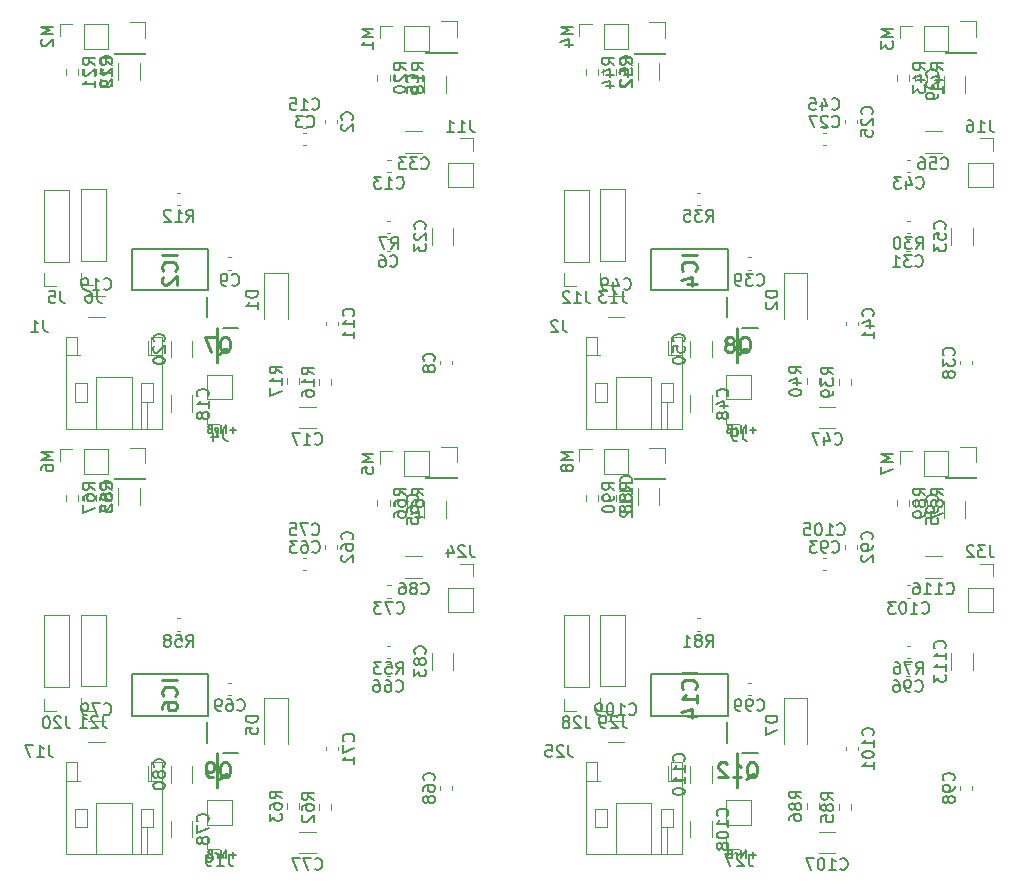
<source format=gbr>
%TF.GenerationSoftware,KiCad,Pcbnew,(6.0.4)*%
%TF.CreationDate,2022-09-20T14:12:37+09:00*%
%TF.ProjectId,mainboard_p_rev2,6d61696e-626f-4617-9264-5f705f726576,rev?*%
%TF.SameCoordinates,Original*%
%TF.FileFunction,Legend,Bot*%
%TF.FilePolarity,Positive*%
%FSLAX46Y46*%
G04 Gerber Fmt 4.6, Leading zero omitted, Abs format (unit mm)*
G04 Created by KiCad (PCBNEW (6.0.4)) date 2022-09-20 14:12:37*
%MOMM*%
%LPD*%
G01*
G04 APERTURE LIST*
%ADD10C,0.150000*%
%ADD11C,0.254000*%
%ADD12C,0.120000*%
%ADD13C,0.200000*%
G04 APERTURE END LIST*
D10*
%TO.C,C107*%
X194319047Y-131907142D02*
X194366666Y-131954761D01*
X194509523Y-132002380D01*
X194604761Y-132002380D01*
X194747619Y-131954761D01*
X194842857Y-131859523D01*
X194890476Y-131764285D01*
X194938095Y-131573809D01*
X194938095Y-131430952D01*
X194890476Y-131240476D01*
X194842857Y-131145238D01*
X194747619Y-131050000D01*
X194604761Y-131002380D01*
X194509523Y-131002380D01*
X194366666Y-131050000D01*
X194319047Y-131097619D01*
X193366666Y-132002380D02*
X193938095Y-132002380D01*
X193652380Y-132002380D02*
X193652380Y-131002380D01*
X193747619Y-131145238D01*
X193842857Y-131240476D01*
X193938095Y-131288095D01*
X192747619Y-131002380D02*
X192652380Y-131002380D01*
X192557142Y-131050000D01*
X192509523Y-131097619D01*
X192461904Y-131192857D01*
X192414285Y-131383333D01*
X192414285Y-131621428D01*
X192461904Y-131811904D01*
X192509523Y-131907142D01*
X192557142Y-131954761D01*
X192652380Y-132002380D01*
X192747619Y-132002380D01*
X192842857Y-131954761D01*
X192890476Y-131907142D01*
X192938095Y-131811904D01*
X192985714Y-131621428D01*
X192985714Y-131383333D01*
X192938095Y-131192857D01*
X192890476Y-131097619D01*
X192842857Y-131050000D01*
X192747619Y-131002380D01*
X192080952Y-131002380D02*
X191414285Y-131002380D01*
X191842857Y-132002380D01*
%TO.C,J29*%
X175886523Y-118966380D02*
X175886523Y-119680666D01*
X175934142Y-119823523D01*
X176029380Y-119918761D01*
X176172238Y-119966380D01*
X176267476Y-119966380D01*
X175457952Y-119061619D02*
X175410333Y-119014000D01*
X175315095Y-118966380D01*
X175077000Y-118966380D01*
X174981761Y-119014000D01*
X174934142Y-119061619D01*
X174886523Y-119156857D01*
X174886523Y-119252095D01*
X174934142Y-119394952D01*
X175505571Y-119966380D01*
X174886523Y-119966380D01*
X174410333Y-119966380D02*
X174219857Y-119966380D01*
X174124619Y-119918761D01*
X174077000Y-119871142D01*
X173981761Y-119728285D01*
X173934142Y-119537809D01*
X173934142Y-119156857D01*
X173981761Y-119061619D01*
X174029380Y-119014000D01*
X174124619Y-118966380D01*
X174315095Y-118966380D01*
X174410333Y-119014000D01*
X174457952Y-119061619D01*
X174505571Y-119156857D01*
X174505571Y-119394952D01*
X174457952Y-119490190D01*
X174410333Y-119537809D01*
X174315095Y-119585428D01*
X174124619Y-119585428D01*
X174029380Y-119537809D01*
X173981761Y-119490190D01*
X173934142Y-119394952D01*
%TO.C,R86*%
X191022380Y-125957142D02*
X190546190Y-125623809D01*
X191022380Y-125385714D02*
X190022380Y-125385714D01*
X190022380Y-125766666D01*
X190070000Y-125861904D01*
X190117619Y-125909523D01*
X190212857Y-125957142D01*
X190355714Y-125957142D01*
X190450952Y-125909523D01*
X190498571Y-125861904D01*
X190546190Y-125766666D01*
X190546190Y-125385714D01*
X190450952Y-126528571D02*
X190403333Y-126433333D01*
X190355714Y-126385714D01*
X190260476Y-126338095D01*
X190212857Y-126338095D01*
X190117619Y-126385714D01*
X190070000Y-126433333D01*
X190022380Y-126528571D01*
X190022380Y-126719047D01*
X190070000Y-126814285D01*
X190117619Y-126861904D01*
X190212857Y-126909523D01*
X190260476Y-126909523D01*
X190355714Y-126861904D01*
X190403333Y-126814285D01*
X190450952Y-126719047D01*
X190450952Y-126528571D01*
X190498571Y-126433333D01*
X190546190Y-126385714D01*
X190641428Y-126338095D01*
X190831904Y-126338095D01*
X190927142Y-126385714D01*
X190974761Y-126433333D01*
X191022380Y-126528571D01*
X191022380Y-126719047D01*
X190974761Y-126814285D01*
X190927142Y-126861904D01*
X190831904Y-126909523D01*
X190641428Y-126909523D01*
X190546190Y-126861904D01*
X190498571Y-126814285D01*
X190450952Y-126719047D01*
X190022380Y-127766666D02*
X190022380Y-127576190D01*
X190070000Y-127480952D01*
X190117619Y-127433333D01*
X190260476Y-127338095D01*
X190450952Y-127290476D01*
X190831904Y-127290476D01*
X190927142Y-127338095D01*
X190974761Y-127385714D01*
X191022380Y-127480952D01*
X191022380Y-127671428D01*
X190974761Y-127766666D01*
X190927142Y-127814285D01*
X190831904Y-127861904D01*
X190593809Y-127861904D01*
X190498571Y-127814285D01*
X190450952Y-127766666D01*
X190403333Y-127671428D01*
X190403333Y-127480952D01*
X190450952Y-127385714D01*
X190498571Y-127338095D01*
X190593809Y-127290476D01*
D11*
%TO.C,IC14*%
X182153923Y-115352676D02*
X180883923Y-115352676D01*
X182032971Y-116683152D02*
X182093447Y-116622676D01*
X182153923Y-116441247D01*
X182153923Y-116320295D01*
X182093447Y-116138866D01*
X181972495Y-116017914D01*
X181851542Y-115957438D01*
X181609638Y-115896961D01*
X181428209Y-115896961D01*
X181186304Y-115957438D01*
X181065352Y-116017914D01*
X180944400Y-116138866D01*
X180883923Y-116320295D01*
X180883923Y-116441247D01*
X180944400Y-116622676D01*
X181004876Y-116683152D01*
X182153923Y-117892676D02*
X182153923Y-117166961D01*
X182153923Y-117529819D02*
X180883923Y-117529819D01*
X181065352Y-117408866D01*
X181186304Y-117287914D01*
X181246780Y-117166961D01*
X181307257Y-118981247D02*
X182153923Y-118981247D01*
X180823447Y-118678866D02*
X181730590Y-118376485D01*
X181730590Y-119162676D01*
D10*
%TO.C,C96*%
X200688057Y-116850742D02*
X200735676Y-116898361D01*
X200878533Y-116945980D01*
X200973771Y-116945980D01*
X201116628Y-116898361D01*
X201211866Y-116803123D01*
X201259485Y-116707885D01*
X201307104Y-116517409D01*
X201307104Y-116374552D01*
X201259485Y-116184076D01*
X201211866Y-116088838D01*
X201116628Y-115993600D01*
X200973771Y-115945980D01*
X200878533Y-115945980D01*
X200735676Y-115993600D01*
X200688057Y-116041219D01*
X200211866Y-116945980D02*
X200021390Y-116945980D01*
X199926152Y-116898361D01*
X199878533Y-116850742D01*
X199783295Y-116707885D01*
X199735676Y-116517409D01*
X199735676Y-116136457D01*
X199783295Y-116041219D01*
X199830914Y-115993600D01*
X199926152Y-115945980D01*
X200116628Y-115945980D01*
X200211866Y-115993600D01*
X200259485Y-116041219D01*
X200307104Y-116136457D01*
X200307104Y-116374552D01*
X200259485Y-116469790D01*
X200211866Y-116517409D01*
X200116628Y-116565028D01*
X199926152Y-116565028D01*
X199830914Y-116517409D01*
X199783295Y-116469790D01*
X199735676Y-116374552D01*
X198878533Y-115945980D02*
X199069009Y-115945980D01*
X199164247Y-115993600D01*
X199211866Y-116041219D01*
X199307104Y-116184076D01*
X199354723Y-116374552D01*
X199354723Y-116755504D01*
X199307104Y-116850742D01*
X199259485Y-116898361D01*
X199164247Y-116945980D01*
X198973771Y-116945980D01*
X198878533Y-116898361D01*
X198830914Y-116850742D01*
X198783295Y-116755504D01*
X198783295Y-116517409D01*
X198830914Y-116422171D01*
X198878533Y-116374552D01*
X198973771Y-116326933D01*
X199164247Y-116326933D01*
X199259485Y-116374552D01*
X199307104Y-116422171D01*
X199354723Y-116517409D01*
D11*
%TO.C,Q12*%
X186353914Y-124293476D02*
X186474866Y-124233000D01*
X186595819Y-124112047D01*
X186777247Y-123930619D01*
X186898200Y-123870142D01*
X187019152Y-123870142D01*
X186958676Y-124172523D02*
X187079628Y-124112047D01*
X187200580Y-123991095D01*
X187261057Y-123749190D01*
X187261057Y-123325857D01*
X187200580Y-123083952D01*
X187079628Y-122963000D01*
X186958676Y-122902523D01*
X186716771Y-122902523D01*
X186595819Y-122963000D01*
X186474866Y-123083952D01*
X186414390Y-123325857D01*
X186414390Y-123749190D01*
X186474866Y-123991095D01*
X186595819Y-124112047D01*
X186716771Y-124172523D01*
X186958676Y-124172523D01*
X185204866Y-124172523D02*
X185930580Y-124172523D01*
X185567723Y-124172523D02*
X185567723Y-122902523D01*
X185688676Y-123083952D01*
X185809628Y-123204904D01*
X185930580Y-123265380D01*
X184721057Y-123023476D02*
X184660580Y-122963000D01*
X184539628Y-122902523D01*
X184237247Y-122902523D01*
X184116295Y-122963000D01*
X184055819Y-123023476D01*
X183995342Y-123144428D01*
X183995342Y-123265380D01*
X184055819Y-123446809D01*
X184781533Y-124172523D01*
X183995342Y-124172523D01*
D10*
%TO.C,R87*%
X203019780Y-100298342D02*
X202543590Y-99965009D01*
X203019780Y-99726914D02*
X202019780Y-99726914D01*
X202019780Y-100107866D01*
X202067400Y-100203104D01*
X202115019Y-100250723D01*
X202210257Y-100298342D01*
X202353114Y-100298342D01*
X202448352Y-100250723D01*
X202495971Y-100203104D01*
X202543590Y-100107866D01*
X202543590Y-99726914D01*
X202448352Y-100869771D02*
X202400733Y-100774533D01*
X202353114Y-100726914D01*
X202257876Y-100679295D01*
X202210257Y-100679295D01*
X202115019Y-100726914D01*
X202067400Y-100774533D01*
X202019780Y-100869771D01*
X202019780Y-101060247D01*
X202067400Y-101155485D01*
X202115019Y-101203104D01*
X202210257Y-101250723D01*
X202257876Y-101250723D01*
X202353114Y-101203104D01*
X202400733Y-101155485D01*
X202448352Y-101060247D01*
X202448352Y-100869771D01*
X202495971Y-100774533D01*
X202543590Y-100726914D01*
X202638828Y-100679295D01*
X202829304Y-100679295D01*
X202924542Y-100726914D01*
X202972161Y-100774533D01*
X203019780Y-100869771D01*
X203019780Y-101060247D01*
X202972161Y-101155485D01*
X202924542Y-101203104D01*
X202829304Y-101250723D01*
X202638828Y-101250723D01*
X202543590Y-101203104D01*
X202495971Y-101155485D01*
X202448352Y-101060247D01*
X202019780Y-101584057D02*
X202019780Y-102250723D01*
X203019780Y-101822152D01*
%TO.C,C116*%
X203323247Y-108583942D02*
X203370866Y-108631561D01*
X203513723Y-108679180D01*
X203608961Y-108679180D01*
X203751819Y-108631561D01*
X203847057Y-108536323D01*
X203894676Y-108441085D01*
X203942295Y-108250609D01*
X203942295Y-108107752D01*
X203894676Y-107917276D01*
X203847057Y-107822038D01*
X203751819Y-107726800D01*
X203608961Y-107679180D01*
X203513723Y-107679180D01*
X203370866Y-107726800D01*
X203323247Y-107774419D01*
X202370866Y-108679180D02*
X202942295Y-108679180D01*
X202656580Y-108679180D02*
X202656580Y-107679180D01*
X202751819Y-107822038D01*
X202847057Y-107917276D01*
X202942295Y-107964895D01*
X201418485Y-108679180D02*
X201989914Y-108679180D01*
X201704200Y-108679180D02*
X201704200Y-107679180D01*
X201799438Y-107822038D01*
X201894676Y-107917276D01*
X201989914Y-107964895D01*
X200561342Y-107679180D02*
X200751819Y-107679180D01*
X200847057Y-107726800D01*
X200894676Y-107774419D01*
X200989914Y-107917276D01*
X201037533Y-108107752D01*
X201037533Y-108488704D01*
X200989914Y-108583942D01*
X200942295Y-108631561D01*
X200847057Y-108679180D01*
X200656580Y-108679180D01*
X200561342Y-108631561D01*
X200513723Y-108583942D01*
X200466104Y-108488704D01*
X200466104Y-108250609D01*
X200513723Y-108155371D01*
X200561342Y-108107752D01*
X200656580Y-108060133D01*
X200847057Y-108060133D01*
X200942295Y-108107752D01*
X200989914Y-108155371D01*
X201037533Y-108250609D01*
%TO.C,M8*%
X171681980Y-96601076D02*
X170681980Y-96601076D01*
X171396266Y-96934409D01*
X170681980Y-97267742D01*
X171681980Y-97267742D01*
X171110552Y-97886790D02*
X171062933Y-97791552D01*
X171015314Y-97743933D01*
X170920076Y-97696314D01*
X170872457Y-97696314D01*
X170777219Y-97743933D01*
X170729600Y-97791552D01*
X170681980Y-97886790D01*
X170681980Y-98077266D01*
X170729600Y-98172504D01*
X170777219Y-98220123D01*
X170872457Y-98267742D01*
X170920076Y-98267742D01*
X171015314Y-98220123D01*
X171062933Y-98172504D01*
X171110552Y-98077266D01*
X171110552Y-97886790D01*
X171158171Y-97791552D01*
X171205790Y-97743933D01*
X171301028Y-97696314D01*
X171491504Y-97696314D01*
X171586742Y-97743933D01*
X171634361Y-97791552D01*
X171681980Y-97886790D01*
X171681980Y-98077266D01*
X171634361Y-98172504D01*
X171586742Y-98220123D01*
X171491504Y-98267742D01*
X171301028Y-98267742D01*
X171205790Y-98220123D01*
X171158171Y-98172504D01*
X171110552Y-98077266D01*
%TO.C,R85*%
X193722380Y-126057142D02*
X193246190Y-125723809D01*
X193722380Y-125485714D02*
X192722380Y-125485714D01*
X192722380Y-125866666D01*
X192770000Y-125961904D01*
X192817619Y-126009523D01*
X192912857Y-126057142D01*
X193055714Y-126057142D01*
X193150952Y-126009523D01*
X193198571Y-125961904D01*
X193246190Y-125866666D01*
X193246190Y-125485714D01*
X193150952Y-126628571D02*
X193103333Y-126533333D01*
X193055714Y-126485714D01*
X192960476Y-126438095D01*
X192912857Y-126438095D01*
X192817619Y-126485714D01*
X192770000Y-126533333D01*
X192722380Y-126628571D01*
X192722380Y-126819047D01*
X192770000Y-126914285D01*
X192817619Y-126961904D01*
X192912857Y-127009523D01*
X192960476Y-127009523D01*
X193055714Y-126961904D01*
X193103333Y-126914285D01*
X193150952Y-126819047D01*
X193150952Y-126628571D01*
X193198571Y-126533333D01*
X193246190Y-126485714D01*
X193341428Y-126438095D01*
X193531904Y-126438095D01*
X193627142Y-126485714D01*
X193674761Y-126533333D01*
X193722380Y-126628571D01*
X193722380Y-126819047D01*
X193674761Y-126914285D01*
X193627142Y-126961904D01*
X193531904Y-127009523D01*
X193341428Y-127009523D01*
X193246190Y-126961904D01*
X193198571Y-126914285D01*
X193150952Y-126819047D01*
X192722380Y-127914285D02*
X192722380Y-127438095D01*
X193198571Y-127390476D01*
X193150952Y-127438095D01*
X193103333Y-127533333D01*
X193103333Y-127771428D01*
X193150952Y-127866666D01*
X193198571Y-127914285D01*
X193293809Y-127961904D01*
X193531904Y-127961904D01*
X193627142Y-127914285D01*
X193674761Y-127866666D01*
X193722380Y-127771428D01*
X193722380Y-127533333D01*
X193674761Y-127438095D01*
X193627142Y-127390476D01*
%TO.C,C103*%
X201240447Y-110221342D02*
X201288066Y-110268961D01*
X201430923Y-110316580D01*
X201526161Y-110316580D01*
X201669019Y-110268961D01*
X201764257Y-110173723D01*
X201811876Y-110078485D01*
X201859495Y-109888009D01*
X201859495Y-109745152D01*
X201811876Y-109554676D01*
X201764257Y-109459438D01*
X201669019Y-109364200D01*
X201526161Y-109316580D01*
X201430923Y-109316580D01*
X201288066Y-109364200D01*
X201240447Y-109411819D01*
X200288066Y-110316580D02*
X200859495Y-110316580D01*
X200573780Y-110316580D02*
X200573780Y-109316580D01*
X200669019Y-109459438D01*
X200764257Y-109554676D01*
X200859495Y-109602295D01*
X199669019Y-109316580D02*
X199573780Y-109316580D01*
X199478542Y-109364200D01*
X199430923Y-109411819D01*
X199383304Y-109507057D01*
X199335685Y-109697533D01*
X199335685Y-109935628D01*
X199383304Y-110126104D01*
X199430923Y-110221342D01*
X199478542Y-110268961D01*
X199573780Y-110316580D01*
X199669019Y-110316580D01*
X199764257Y-110268961D01*
X199811876Y-110221342D01*
X199859495Y-110126104D01*
X199907114Y-109935628D01*
X199907114Y-109697533D01*
X199859495Y-109507057D01*
X199811876Y-109411819D01*
X199764257Y-109364200D01*
X199669019Y-109316580D01*
X199002352Y-109316580D02*
X198383304Y-109316580D01*
X198716638Y-109697533D01*
X198573780Y-109697533D01*
X198478542Y-109745152D01*
X198430923Y-109792771D01*
X198383304Y-109888009D01*
X198383304Y-110126104D01*
X198430923Y-110221342D01*
X198478542Y-110268961D01*
X198573780Y-110316580D01*
X198859495Y-110316580D01*
X198954733Y-110268961D01*
X199002352Y-110221342D01*
%TO.C,R76*%
X200738857Y-115421980D02*
X201072190Y-114945790D01*
X201310285Y-115421980D02*
X201310285Y-114421980D01*
X200929333Y-114421980D01*
X200834095Y-114469600D01*
X200786476Y-114517219D01*
X200738857Y-114612457D01*
X200738857Y-114755314D01*
X200786476Y-114850552D01*
X200834095Y-114898171D01*
X200929333Y-114945790D01*
X201310285Y-114945790D01*
X200405523Y-114421980D02*
X199738857Y-114421980D01*
X200167428Y-115421980D01*
X198929333Y-114421980D02*
X199119809Y-114421980D01*
X199215047Y-114469600D01*
X199262666Y-114517219D01*
X199357904Y-114660076D01*
X199405523Y-114850552D01*
X199405523Y-115231504D01*
X199357904Y-115326742D01*
X199310285Y-115374361D01*
X199215047Y-115421980D01*
X199024571Y-115421980D01*
X198929333Y-115374361D01*
X198881714Y-115326742D01*
X198834095Y-115231504D01*
X198834095Y-114993409D01*
X198881714Y-114898171D01*
X198929333Y-114850552D01*
X199024571Y-114802933D01*
X199215047Y-114802933D01*
X199310285Y-114850552D01*
X199357904Y-114898171D01*
X199405523Y-114993409D01*
%TO.C,J27*%
X186554523Y-130682380D02*
X186554523Y-131396666D01*
X186602142Y-131539523D01*
X186697380Y-131634761D01*
X186840238Y-131682380D01*
X186935476Y-131682380D01*
X186125952Y-130777619D02*
X186078333Y-130730000D01*
X185983095Y-130682380D01*
X185745000Y-130682380D01*
X185649761Y-130730000D01*
X185602142Y-130777619D01*
X185554523Y-130872857D01*
X185554523Y-130968095D01*
X185602142Y-131110952D01*
X186173571Y-131682380D01*
X185554523Y-131682380D01*
X185221190Y-130682380D02*
X184554523Y-130682380D01*
X184983095Y-131682380D01*
X187199000Y-130760000D02*
X186665666Y-130760000D01*
X186932333Y-131026666D02*
X186932333Y-130493333D01*
X186332333Y-131026666D02*
X186332333Y-130326666D01*
X185932333Y-131026666D01*
X185932333Y-130326666D01*
X185599000Y-131026666D02*
X185599000Y-130560000D01*
X185599000Y-130693333D02*
X185565666Y-130626666D01*
X185532333Y-130593333D01*
X185465666Y-130560000D01*
X185399000Y-130560000D01*
X184932333Y-130660000D02*
X184832333Y-130693333D01*
X184799000Y-130726666D01*
X184765666Y-130793333D01*
X184765666Y-130893333D01*
X184799000Y-130960000D01*
X184832333Y-130993333D01*
X184899000Y-131026666D01*
X185165666Y-131026666D01*
X185165666Y-130326666D01*
X184932333Y-130326666D01*
X184865666Y-130360000D01*
X184832333Y-130393333D01*
X184799000Y-130460000D01*
X184799000Y-130526666D01*
X184832333Y-130593333D01*
X184865666Y-130626666D01*
X184932333Y-130660000D01*
X185165666Y-130660000D01*
%TO.C,R88*%
X176654580Y-99841142D02*
X176178390Y-99507809D01*
X176654580Y-99269714D02*
X175654580Y-99269714D01*
X175654580Y-99650666D01*
X175702200Y-99745904D01*
X175749819Y-99793523D01*
X175845057Y-99841142D01*
X175987914Y-99841142D01*
X176083152Y-99793523D01*
X176130771Y-99745904D01*
X176178390Y-99650666D01*
X176178390Y-99269714D01*
X176083152Y-100412571D02*
X176035533Y-100317333D01*
X175987914Y-100269714D01*
X175892676Y-100222095D01*
X175845057Y-100222095D01*
X175749819Y-100269714D01*
X175702200Y-100317333D01*
X175654580Y-100412571D01*
X175654580Y-100603047D01*
X175702200Y-100698285D01*
X175749819Y-100745904D01*
X175845057Y-100793523D01*
X175892676Y-100793523D01*
X175987914Y-100745904D01*
X176035533Y-100698285D01*
X176083152Y-100603047D01*
X176083152Y-100412571D01*
X176130771Y-100317333D01*
X176178390Y-100269714D01*
X176273628Y-100222095D01*
X176464104Y-100222095D01*
X176559342Y-100269714D01*
X176606961Y-100317333D01*
X176654580Y-100412571D01*
X176654580Y-100603047D01*
X176606961Y-100698285D01*
X176559342Y-100745904D01*
X176464104Y-100793523D01*
X176273628Y-100793523D01*
X176178390Y-100745904D01*
X176130771Y-100698285D01*
X176083152Y-100603047D01*
X176083152Y-101364952D02*
X176035533Y-101269714D01*
X175987914Y-101222095D01*
X175892676Y-101174476D01*
X175845057Y-101174476D01*
X175749819Y-101222095D01*
X175702200Y-101269714D01*
X175654580Y-101364952D01*
X175654580Y-101555428D01*
X175702200Y-101650666D01*
X175749819Y-101698285D01*
X175845057Y-101745904D01*
X175892676Y-101745904D01*
X175987914Y-101698285D01*
X176035533Y-101650666D01*
X176083152Y-101555428D01*
X176083152Y-101364952D01*
X176130771Y-101269714D01*
X176178390Y-101222095D01*
X176273628Y-101174476D01*
X176464104Y-101174476D01*
X176559342Y-101222095D01*
X176606961Y-101269714D01*
X176654580Y-101364952D01*
X176654580Y-101555428D01*
X176606961Y-101650666D01*
X176559342Y-101698285D01*
X176464104Y-101745904D01*
X176273628Y-101745904D01*
X176178390Y-101698285D01*
X176130771Y-101650666D01*
X176083152Y-101555428D01*
%TO.C,C99*%
X187276857Y-118450942D02*
X187324476Y-118498561D01*
X187467333Y-118546180D01*
X187562571Y-118546180D01*
X187705428Y-118498561D01*
X187800666Y-118403323D01*
X187848285Y-118308085D01*
X187895904Y-118117609D01*
X187895904Y-117974752D01*
X187848285Y-117784276D01*
X187800666Y-117689038D01*
X187705428Y-117593800D01*
X187562571Y-117546180D01*
X187467333Y-117546180D01*
X187324476Y-117593800D01*
X187276857Y-117641419D01*
X186800666Y-118546180D02*
X186610190Y-118546180D01*
X186514952Y-118498561D01*
X186467333Y-118450942D01*
X186372095Y-118308085D01*
X186324476Y-118117609D01*
X186324476Y-117736657D01*
X186372095Y-117641419D01*
X186419714Y-117593800D01*
X186514952Y-117546180D01*
X186705428Y-117546180D01*
X186800666Y-117593800D01*
X186848285Y-117641419D01*
X186895904Y-117736657D01*
X186895904Y-117974752D01*
X186848285Y-118069990D01*
X186800666Y-118117609D01*
X186705428Y-118165228D01*
X186514952Y-118165228D01*
X186419714Y-118117609D01*
X186372095Y-118069990D01*
X186324476Y-117974752D01*
X185848285Y-118546180D02*
X185657809Y-118546180D01*
X185562571Y-118498561D01*
X185514952Y-118450942D01*
X185419714Y-118308085D01*
X185372095Y-118117609D01*
X185372095Y-117736657D01*
X185419714Y-117641419D01*
X185467333Y-117593800D01*
X185562571Y-117546180D01*
X185753047Y-117546180D01*
X185848285Y-117593800D01*
X185895904Y-117641419D01*
X185943523Y-117736657D01*
X185943523Y-117974752D01*
X185895904Y-118069990D01*
X185848285Y-118117609D01*
X185753047Y-118165228D01*
X185562571Y-118165228D01*
X185467333Y-118117609D01*
X185419714Y-118069990D01*
X185372095Y-117974752D01*
%TO.C,C105*%
X194077647Y-103576742D02*
X194125266Y-103624361D01*
X194268123Y-103671980D01*
X194363361Y-103671980D01*
X194506219Y-103624361D01*
X194601457Y-103529123D01*
X194649076Y-103433885D01*
X194696695Y-103243409D01*
X194696695Y-103100552D01*
X194649076Y-102910076D01*
X194601457Y-102814838D01*
X194506219Y-102719600D01*
X194363361Y-102671980D01*
X194268123Y-102671980D01*
X194125266Y-102719600D01*
X194077647Y-102767219D01*
X193125266Y-103671980D02*
X193696695Y-103671980D01*
X193410980Y-103671980D02*
X193410980Y-102671980D01*
X193506219Y-102814838D01*
X193601457Y-102910076D01*
X193696695Y-102957695D01*
X192506219Y-102671980D02*
X192410980Y-102671980D01*
X192315742Y-102719600D01*
X192268123Y-102767219D01*
X192220504Y-102862457D01*
X192172885Y-103052933D01*
X192172885Y-103291028D01*
X192220504Y-103481504D01*
X192268123Y-103576742D01*
X192315742Y-103624361D01*
X192410980Y-103671980D01*
X192506219Y-103671980D01*
X192601457Y-103624361D01*
X192649076Y-103576742D01*
X192696695Y-103481504D01*
X192744314Y-103291028D01*
X192744314Y-103052933D01*
X192696695Y-102862457D01*
X192649076Y-102767219D01*
X192601457Y-102719600D01*
X192506219Y-102671980D01*
X191268123Y-102671980D02*
X191744314Y-102671980D01*
X191791933Y-103148171D01*
X191744314Y-103100552D01*
X191649076Y-103052933D01*
X191410980Y-103052933D01*
X191315742Y-103100552D01*
X191268123Y-103148171D01*
X191220504Y-103243409D01*
X191220504Y-103481504D01*
X191268123Y-103576742D01*
X191315742Y-103624361D01*
X191410980Y-103671980D01*
X191649076Y-103671980D01*
X191744314Y-103624361D01*
X191791933Y-103576742D01*
%TO.C,C112*%
X176606742Y-99263352D02*
X176654361Y-99215733D01*
X176701980Y-99072876D01*
X176701980Y-98977638D01*
X176654361Y-98834780D01*
X176559123Y-98739542D01*
X176463885Y-98691923D01*
X176273409Y-98644304D01*
X176130552Y-98644304D01*
X175940076Y-98691923D01*
X175844838Y-98739542D01*
X175749600Y-98834780D01*
X175701980Y-98977638D01*
X175701980Y-99072876D01*
X175749600Y-99215733D01*
X175797219Y-99263352D01*
X176701980Y-100215733D02*
X176701980Y-99644304D01*
X176701980Y-99930019D02*
X175701980Y-99930019D01*
X175844838Y-99834780D01*
X175940076Y-99739542D01*
X175987695Y-99644304D01*
X176701980Y-101168114D02*
X176701980Y-100596685D01*
X176701980Y-100882400D02*
X175701980Y-100882400D01*
X175844838Y-100787161D01*
X175940076Y-100691923D01*
X175987695Y-100596685D01*
X175797219Y-101549066D02*
X175749600Y-101596685D01*
X175701980Y-101691923D01*
X175701980Y-101930019D01*
X175749600Y-102025257D01*
X175797219Y-102072876D01*
X175892457Y-102120495D01*
X175987695Y-102120495D01*
X176130552Y-102072876D01*
X176701980Y-101501447D01*
X176701980Y-102120495D01*
%TO.C,D7*%
X188997980Y-118999104D02*
X187997980Y-118999104D01*
X187997980Y-119237200D01*
X188045600Y-119380057D01*
X188140838Y-119475295D01*
X188236076Y-119522914D01*
X188426552Y-119570533D01*
X188569409Y-119570533D01*
X188759885Y-119522914D01*
X188855123Y-119475295D01*
X188950361Y-119380057D01*
X188997980Y-119237200D01*
X188997980Y-118999104D01*
X187997980Y-119903866D02*
X187997980Y-120570533D01*
X188997980Y-120141961D01*
%TO.C,C110*%
X181051742Y-122783752D02*
X181099361Y-122736133D01*
X181146980Y-122593276D01*
X181146980Y-122498038D01*
X181099361Y-122355180D01*
X181004123Y-122259942D01*
X180908885Y-122212323D01*
X180718409Y-122164704D01*
X180575552Y-122164704D01*
X180385076Y-122212323D01*
X180289838Y-122259942D01*
X180194600Y-122355180D01*
X180146980Y-122498038D01*
X180146980Y-122593276D01*
X180194600Y-122736133D01*
X180242219Y-122783752D01*
X181146980Y-123736133D02*
X181146980Y-123164704D01*
X181146980Y-123450419D02*
X180146980Y-123450419D01*
X180289838Y-123355180D01*
X180385076Y-123259942D01*
X180432695Y-123164704D01*
X181146980Y-124688514D02*
X181146980Y-124117085D01*
X181146980Y-124402800D02*
X180146980Y-124402800D01*
X180289838Y-124307561D01*
X180385076Y-124212323D01*
X180432695Y-124117085D01*
X180146980Y-125307561D02*
X180146980Y-125402800D01*
X180194600Y-125498038D01*
X180242219Y-125545657D01*
X180337457Y-125593276D01*
X180527933Y-125640895D01*
X180766028Y-125640895D01*
X180956504Y-125593276D01*
X181051742Y-125545657D01*
X181099361Y-125498038D01*
X181146980Y-125402800D01*
X181146980Y-125307561D01*
X181099361Y-125212323D01*
X181051742Y-125164704D01*
X180956504Y-125117085D01*
X180766028Y-125069466D01*
X180527933Y-125069466D01*
X180337457Y-125117085D01*
X180242219Y-125164704D01*
X180194600Y-125212323D01*
X180146980Y-125307561D01*
%TO.C,J25*%
X171309523Y-121452380D02*
X171309523Y-122166666D01*
X171357142Y-122309523D01*
X171452380Y-122404761D01*
X171595238Y-122452380D01*
X171690476Y-122452380D01*
X170880952Y-121547619D02*
X170833333Y-121500000D01*
X170738095Y-121452380D01*
X170500000Y-121452380D01*
X170404761Y-121500000D01*
X170357142Y-121547619D01*
X170309523Y-121642857D01*
X170309523Y-121738095D01*
X170357142Y-121880952D01*
X170928571Y-122452380D01*
X170309523Y-122452380D01*
X169404761Y-121452380D02*
X169880952Y-121452380D01*
X169928571Y-121928571D01*
X169880952Y-121880952D01*
X169785714Y-121833333D01*
X169547619Y-121833333D01*
X169452380Y-121880952D01*
X169404761Y-121928571D01*
X169357142Y-122023809D01*
X169357142Y-122261904D01*
X169404761Y-122357142D01*
X169452380Y-122404761D01*
X169547619Y-122452380D01*
X169785714Y-122452380D01*
X169880952Y-122404761D01*
X169928571Y-122357142D01*
%TO.C,C113*%
X203149742Y-113231552D02*
X203197361Y-113183933D01*
X203244980Y-113041076D01*
X203244980Y-112945838D01*
X203197361Y-112802980D01*
X203102123Y-112707742D01*
X203006885Y-112660123D01*
X202816409Y-112612504D01*
X202673552Y-112612504D01*
X202483076Y-112660123D01*
X202387838Y-112707742D01*
X202292600Y-112802980D01*
X202244980Y-112945838D01*
X202244980Y-113041076D01*
X202292600Y-113183933D01*
X202340219Y-113231552D01*
X203244980Y-114183933D02*
X203244980Y-113612504D01*
X203244980Y-113898219D02*
X202244980Y-113898219D01*
X202387838Y-113802980D01*
X202483076Y-113707742D01*
X202530695Y-113612504D01*
X203244980Y-115136314D02*
X203244980Y-114564885D01*
X203244980Y-114850600D02*
X202244980Y-114850600D01*
X202387838Y-114755361D01*
X202483076Y-114660123D01*
X202530695Y-114564885D01*
X202244980Y-115469647D02*
X202244980Y-116088695D01*
X202625933Y-115755361D01*
X202625933Y-115898219D01*
X202673552Y-115993457D01*
X202721171Y-116041076D01*
X202816409Y-116088695D01*
X203054504Y-116088695D01*
X203149742Y-116041076D01*
X203197361Y-115993457D01*
X203244980Y-115898219D01*
X203244980Y-115612504D01*
X203197361Y-115517266D01*
X203149742Y-115469647D01*
%TO.C,R81*%
X182958857Y-113110580D02*
X183292190Y-112634390D01*
X183530285Y-113110580D02*
X183530285Y-112110580D01*
X183149333Y-112110580D01*
X183054095Y-112158200D01*
X183006476Y-112205819D01*
X182958857Y-112301057D01*
X182958857Y-112443914D01*
X183006476Y-112539152D01*
X183054095Y-112586771D01*
X183149333Y-112634390D01*
X183530285Y-112634390D01*
X182387428Y-112539152D02*
X182482666Y-112491533D01*
X182530285Y-112443914D01*
X182577904Y-112348676D01*
X182577904Y-112301057D01*
X182530285Y-112205819D01*
X182482666Y-112158200D01*
X182387428Y-112110580D01*
X182196952Y-112110580D01*
X182101714Y-112158200D01*
X182054095Y-112205819D01*
X182006476Y-112301057D01*
X182006476Y-112348676D01*
X182054095Y-112443914D01*
X182101714Y-112491533D01*
X182196952Y-112539152D01*
X182387428Y-112539152D01*
X182482666Y-112586771D01*
X182530285Y-112634390D01*
X182577904Y-112729628D01*
X182577904Y-112920104D01*
X182530285Y-113015342D01*
X182482666Y-113062961D01*
X182387428Y-113110580D01*
X182196952Y-113110580D01*
X182101714Y-113062961D01*
X182054095Y-113015342D01*
X182006476Y-112920104D01*
X182006476Y-112729628D01*
X182054095Y-112634390D01*
X182101714Y-112586771D01*
X182196952Y-112539152D01*
X181054095Y-113110580D02*
X181625523Y-113110580D01*
X181339809Y-113110580D02*
X181339809Y-112110580D01*
X181435047Y-112253438D01*
X181530285Y-112348676D01*
X181625523Y-112396295D01*
%TO.C,C95*%
X202514742Y-100857142D02*
X202562361Y-100809523D01*
X202609980Y-100666666D01*
X202609980Y-100571428D01*
X202562361Y-100428571D01*
X202467123Y-100333333D01*
X202371885Y-100285714D01*
X202181409Y-100238095D01*
X202038552Y-100238095D01*
X201848076Y-100285714D01*
X201752838Y-100333333D01*
X201657600Y-100428571D01*
X201609980Y-100571428D01*
X201609980Y-100666666D01*
X201657600Y-100809523D01*
X201705219Y-100857142D01*
X202609980Y-101333333D02*
X202609980Y-101523809D01*
X202562361Y-101619047D01*
X202514742Y-101666666D01*
X202371885Y-101761904D01*
X202181409Y-101809523D01*
X201800457Y-101809523D01*
X201705219Y-101761904D01*
X201657600Y-101714285D01*
X201609980Y-101619047D01*
X201609980Y-101428571D01*
X201657600Y-101333333D01*
X201705219Y-101285714D01*
X201800457Y-101238095D01*
X202038552Y-101238095D01*
X202133790Y-101285714D01*
X202181409Y-101333333D01*
X202229028Y-101428571D01*
X202229028Y-101619047D01*
X202181409Y-101714285D01*
X202133790Y-101761904D01*
X202038552Y-101809523D01*
X201609980Y-102714285D02*
X201609980Y-102238095D01*
X202086171Y-102190476D01*
X202038552Y-102238095D01*
X201990933Y-102333333D01*
X201990933Y-102571428D01*
X202038552Y-102666666D01*
X202086171Y-102714285D01*
X202181409Y-102761904D01*
X202419504Y-102761904D01*
X202514742Y-102714285D01*
X202562361Y-102666666D01*
X202609980Y-102571428D01*
X202609980Y-102333333D01*
X202562361Y-102238095D01*
X202514742Y-102190476D01*
%TO.C,C93*%
X193626857Y-105049942D02*
X193674476Y-105097561D01*
X193817333Y-105145180D01*
X193912571Y-105145180D01*
X194055428Y-105097561D01*
X194150666Y-105002323D01*
X194198285Y-104907085D01*
X194245904Y-104716609D01*
X194245904Y-104573752D01*
X194198285Y-104383276D01*
X194150666Y-104288038D01*
X194055428Y-104192800D01*
X193912571Y-104145180D01*
X193817333Y-104145180D01*
X193674476Y-104192800D01*
X193626857Y-104240419D01*
X193150666Y-105145180D02*
X192960190Y-105145180D01*
X192864952Y-105097561D01*
X192817333Y-105049942D01*
X192722095Y-104907085D01*
X192674476Y-104716609D01*
X192674476Y-104335657D01*
X192722095Y-104240419D01*
X192769714Y-104192800D01*
X192864952Y-104145180D01*
X193055428Y-104145180D01*
X193150666Y-104192800D01*
X193198285Y-104240419D01*
X193245904Y-104335657D01*
X193245904Y-104573752D01*
X193198285Y-104668990D01*
X193150666Y-104716609D01*
X193055428Y-104764228D01*
X192864952Y-104764228D01*
X192769714Y-104716609D01*
X192722095Y-104668990D01*
X192674476Y-104573752D01*
X192341142Y-104145180D02*
X191722095Y-104145180D01*
X192055428Y-104526133D01*
X191912571Y-104526133D01*
X191817333Y-104573752D01*
X191769714Y-104621371D01*
X191722095Y-104716609D01*
X191722095Y-104954704D01*
X191769714Y-105049942D01*
X191817333Y-105097561D01*
X191912571Y-105145180D01*
X192198285Y-105145180D01*
X192293523Y-105097561D01*
X192341142Y-105049942D01*
%TO.C,C92*%
X196980942Y-104019142D02*
X197028561Y-103971523D01*
X197076180Y-103828666D01*
X197076180Y-103733428D01*
X197028561Y-103590571D01*
X196933323Y-103495333D01*
X196838085Y-103447714D01*
X196647609Y-103400095D01*
X196504752Y-103400095D01*
X196314276Y-103447714D01*
X196219038Y-103495333D01*
X196123800Y-103590571D01*
X196076180Y-103733428D01*
X196076180Y-103828666D01*
X196123800Y-103971523D01*
X196171419Y-104019142D01*
X197076180Y-104495333D02*
X197076180Y-104685809D01*
X197028561Y-104781047D01*
X196980942Y-104828666D01*
X196838085Y-104923904D01*
X196647609Y-104971523D01*
X196266657Y-104971523D01*
X196171419Y-104923904D01*
X196123800Y-104876285D01*
X196076180Y-104781047D01*
X196076180Y-104590571D01*
X196123800Y-104495333D01*
X196171419Y-104447714D01*
X196266657Y-104400095D01*
X196504752Y-104400095D01*
X196599990Y-104447714D01*
X196647609Y-104495333D01*
X196695228Y-104590571D01*
X196695228Y-104781047D01*
X196647609Y-104876285D01*
X196599990Y-104923904D01*
X196504752Y-104971523D01*
X196171419Y-105352476D02*
X196123800Y-105400095D01*
X196076180Y-105495333D01*
X196076180Y-105733428D01*
X196123800Y-105828666D01*
X196171419Y-105876285D01*
X196266657Y-105923904D01*
X196361895Y-105923904D01*
X196504752Y-105876285D01*
X197076180Y-105304857D01*
X197076180Y-105923904D01*
%TO.C,C101*%
X197082542Y-120624752D02*
X197130161Y-120577133D01*
X197177780Y-120434276D01*
X197177780Y-120339038D01*
X197130161Y-120196180D01*
X197034923Y-120100942D01*
X196939685Y-120053323D01*
X196749209Y-120005704D01*
X196606352Y-120005704D01*
X196415876Y-120053323D01*
X196320638Y-120100942D01*
X196225400Y-120196180D01*
X196177780Y-120339038D01*
X196177780Y-120434276D01*
X196225400Y-120577133D01*
X196273019Y-120624752D01*
X197177780Y-121577133D02*
X197177780Y-121005704D01*
X197177780Y-121291419D02*
X196177780Y-121291419D01*
X196320638Y-121196180D01*
X196415876Y-121100942D01*
X196463495Y-121005704D01*
X196177780Y-122196180D02*
X196177780Y-122291419D01*
X196225400Y-122386657D01*
X196273019Y-122434276D01*
X196368257Y-122481895D01*
X196558733Y-122529514D01*
X196796828Y-122529514D01*
X196987304Y-122481895D01*
X197082542Y-122434276D01*
X197130161Y-122386657D01*
X197177780Y-122291419D01*
X197177780Y-122196180D01*
X197130161Y-122100942D01*
X197082542Y-122053323D01*
X196987304Y-122005704D01*
X196796828Y-121958085D01*
X196558733Y-121958085D01*
X196368257Y-122005704D01*
X196273019Y-122053323D01*
X196225400Y-122100942D01*
X196177780Y-122196180D01*
X197177780Y-123481895D02*
X197177780Y-122910466D01*
X197177780Y-123196180D02*
X196177780Y-123196180D01*
X196320638Y-123100942D01*
X196415876Y-123005704D01*
X196463495Y-122910466D01*
%TO.C,J32*%
X206976123Y-104521780D02*
X206976123Y-105236066D01*
X207023742Y-105378923D01*
X207118980Y-105474161D01*
X207261838Y-105521780D01*
X207357076Y-105521780D01*
X206595171Y-104521780D02*
X205976123Y-104521780D01*
X206309457Y-104902733D01*
X206166600Y-104902733D01*
X206071361Y-104950352D01*
X206023742Y-104997971D01*
X205976123Y-105093209D01*
X205976123Y-105331304D01*
X206023742Y-105426542D01*
X206071361Y-105474161D01*
X206166600Y-105521780D01*
X206452314Y-105521780D01*
X206547552Y-105474161D01*
X206595171Y-105426542D01*
X205595171Y-104617019D02*
X205547552Y-104569400D01*
X205452314Y-104521780D01*
X205214219Y-104521780D01*
X205118980Y-104569400D01*
X205071361Y-104617019D01*
X205023742Y-104712257D01*
X205023742Y-104807495D01*
X205071361Y-104950352D01*
X205642790Y-105521780D01*
X205023742Y-105521780D01*
%TO.C,C98*%
X203899942Y-124428342D02*
X203947561Y-124380723D01*
X203995180Y-124237866D01*
X203995180Y-124142628D01*
X203947561Y-123999771D01*
X203852323Y-123904533D01*
X203757085Y-123856914D01*
X203566609Y-123809295D01*
X203423752Y-123809295D01*
X203233276Y-123856914D01*
X203138038Y-123904533D01*
X203042800Y-123999771D01*
X202995180Y-124142628D01*
X202995180Y-124237866D01*
X203042800Y-124380723D01*
X203090419Y-124428342D01*
X203995180Y-124904533D02*
X203995180Y-125095009D01*
X203947561Y-125190247D01*
X203899942Y-125237866D01*
X203757085Y-125333104D01*
X203566609Y-125380723D01*
X203185657Y-125380723D01*
X203090419Y-125333104D01*
X203042800Y-125285485D01*
X202995180Y-125190247D01*
X202995180Y-124999771D01*
X203042800Y-124904533D01*
X203090419Y-124856914D01*
X203185657Y-124809295D01*
X203423752Y-124809295D01*
X203518990Y-124856914D01*
X203566609Y-124904533D01*
X203614228Y-124999771D01*
X203614228Y-125190247D01*
X203566609Y-125285485D01*
X203518990Y-125333104D01*
X203423752Y-125380723D01*
X203423752Y-125952152D02*
X203376133Y-125856914D01*
X203328514Y-125809295D01*
X203233276Y-125761676D01*
X203185657Y-125761676D01*
X203090419Y-125809295D01*
X203042800Y-125856914D01*
X202995180Y-125952152D01*
X202995180Y-126142628D01*
X203042800Y-126237866D01*
X203090419Y-126285485D01*
X203185657Y-126333104D01*
X203233276Y-126333104D01*
X203328514Y-126285485D01*
X203376133Y-126237866D01*
X203423752Y-126142628D01*
X203423752Y-125952152D01*
X203471371Y-125856914D01*
X203518990Y-125809295D01*
X203614228Y-125761676D01*
X203804704Y-125761676D01*
X203899942Y-125809295D01*
X203947561Y-125856914D01*
X203995180Y-125952152D01*
X203995180Y-126142628D01*
X203947561Y-126237866D01*
X203899942Y-126285485D01*
X203804704Y-126333104D01*
X203614228Y-126333104D01*
X203518990Y-126285485D01*
X203471371Y-126237866D01*
X203423752Y-126142628D01*
%TO.C,M7*%
X198798780Y-96804276D02*
X197798780Y-96804276D01*
X198513066Y-97137609D01*
X197798780Y-97470942D01*
X198798780Y-97470942D01*
X197798780Y-97851895D02*
X197798780Y-98518561D01*
X198798780Y-98089990D01*
%TO.C,R90*%
X175181380Y-99841142D02*
X174705190Y-99507809D01*
X175181380Y-99269714D02*
X174181380Y-99269714D01*
X174181380Y-99650666D01*
X174229000Y-99745904D01*
X174276619Y-99793523D01*
X174371857Y-99841142D01*
X174514714Y-99841142D01*
X174609952Y-99793523D01*
X174657571Y-99745904D01*
X174705190Y-99650666D01*
X174705190Y-99269714D01*
X175181380Y-100317333D02*
X175181380Y-100507809D01*
X175133761Y-100603047D01*
X175086142Y-100650666D01*
X174943285Y-100745904D01*
X174752809Y-100793523D01*
X174371857Y-100793523D01*
X174276619Y-100745904D01*
X174229000Y-100698285D01*
X174181380Y-100603047D01*
X174181380Y-100412571D01*
X174229000Y-100317333D01*
X174276619Y-100269714D01*
X174371857Y-100222095D01*
X174609952Y-100222095D01*
X174705190Y-100269714D01*
X174752809Y-100317333D01*
X174800428Y-100412571D01*
X174800428Y-100603047D01*
X174752809Y-100698285D01*
X174705190Y-100745904D01*
X174609952Y-100793523D01*
X174181380Y-101412571D02*
X174181380Y-101507809D01*
X174229000Y-101603047D01*
X174276619Y-101650666D01*
X174371857Y-101698285D01*
X174562333Y-101745904D01*
X174800428Y-101745904D01*
X174990904Y-101698285D01*
X175086142Y-101650666D01*
X175133761Y-101603047D01*
X175181380Y-101507809D01*
X175181380Y-101412571D01*
X175133761Y-101317333D01*
X175086142Y-101269714D01*
X174990904Y-101222095D01*
X174800428Y-101174476D01*
X174562333Y-101174476D01*
X174371857Y-101222095D01*
X174276619Y-101269714D01*
X174229000Y-101317333D01*
X174181380Y-101412571D01*
%TO.C,R89*%
X201521180Y-100298342D02*
X201044990Y-99965009D01*
X201521180Y-99726914D02*
X200521180Y-99726914D01*
X200521180Y-100107866D01*
X200568800Y-100203104D01*
X200616419Y-100250723D01*
X200711657Y-100298342D01*
X200854514Y-100298342D01*
X200949752Y-100250723D01*
X200997371Y-100203104D01*
X201044990Y-100107866D01*
X201044990Y-99726914D01*
X200949752Y-100869771D02*
X200902133Y-100774533D01*
X200854514Y-100726914D01*
X200759276Y-100679295D01*
X200711657Y-100679295D01*
X200616419Y-100726914D01*
X200568800Y-100774533D01*
X200521180Y-100869771D01*
X200521180Y-101060247D01*
X200568800Y-101155485D01*
X200616419Y-101203104D01*
X200711657Y-101250723D01*
X200759276Y-101250723D01*
X200854514Y-101203104D01*
X200902133Y-101155485D01*
X200949752Y-101060247D01*
X200949752Y-100869771D01*
X200997371Y-100774533D01*
X201044990Y-100726914D01*
X201140228Y-100679295D01*
X201330704Y-100679295D01*
X201425942Y-100726914D01*
X201473561Y-100774533D01*
X201521180Y-100869771D01*
X201521180Y-101060247D01*
X201473561Y-101155485D01*
X201425942Y-101203104D01*
X201330704Y-101250723D01*
X201140228Y-101250723D01*
X201044990Y-101203104D01*
X200997371Y-101155485D01*
X200949752Y-101060247D01*
X201521180Y-101726914D02*
X201521180Y-101917390D01*
X201473561Y-102012628D01*
X201425942Y-102060247D01*
X201283085Y-102155485D01*
X201092609Y-102203104D01*
X200711657Y-102203104D01*
X200616419Y-102155485D01*
X200568800Y-102107866D01*
X200521180Y-102012628D01*
X200521180Y-101822152D01*
X200568800Y-101726914D01*
X200616419Y-101679295D01*
X200711657Y-101631676D01*
X200949752Y-101631676D01*
X201044990Y-101679295D01*
X201092609Y-101726914D01*
X201140228Y-101822152D01*
X201140228Y-102012628D01*
X201092609Y-102107866D01*
X201044990Y-102155485D01*
X200949752Y-102203104D01*
%TO.C,C109*%
X176450047Y-118803142D02*
X176497666Y-118850761D01*
X176640523Y-118898380D01*
X176735761Y-118898380D01*
X176878619Y-118850761D01*
X176973857Y-118755523D01*
X177021476Y-118660285D01*
X177069095Y-118469809D01*
X177069095Y-118326952D01*
X177021476Y-118136476D01*
X176973857Y-118041238D01*
X176878619Y-117946000D01*
X176735761Y-117898380D01*
X176640523Y-117898380D01*
X176497666Y-117946000D01*
X176450047Y-117993619D01*
X175497666Y-118898380D02*
X176069095Y-118898380D01*
X175783380Y-118898380D02*
X175783380Y-117898380D01*
X175878619Y-118041238D01*
X175973857Y-118136476D01*
X176069095Y-118184095D01*
X174878619Y-117898380D02*
X174783380Y-117898380D01*
X174688142Y-117946000D01*
X174640523Y-117993619D01*
X174592904Y-118088857D01*
X174545285Y-118279333D01*
X174545285Y-118517428D01*
X174592904Y-118707904D01*
X174640523Y-118803142D01*
X174688142Y-118850761D01*
X174783380Y-118898380D01*
X174878619Y-118898380D01*
X174973857Y-118850761D01*
X175021476Y-118803142D01*
X175069095Y-118707904D01*
X175116714Y-118517428D01*
X175116714Y-118279333D01*
X175069095Y-118088857D01*
X175021476Y-117993619D01*
X174973857Y-117946000D01*
X174878619Y-117898380D01*
X174069095Y-118898380D02*
X173878619Y-118898380D01*
X173783380Y-118850761D01*
X173735761Y-118803142D01*
X173640523Y-118660285D01*
X173592904Y-118469809D01*
X173592904Y-118088857D01*
X173640523Y-117993619D01*
X173688142Y-117946000D01*
X173783380Y-117898380D01*
X173973857Y-117898380D01*
X174069095Y-117946000D01*
X174116714Y-117993619D01*
X174164333Y-118088857D01*
X174164333Y-118326952D01*
X174116714Y-118422190D01*
X174069095Y-118469809D01*
X173973857Y-118517428D01*
X173783380Y-118517428D01*
X173688142Y-118469809D01*
X173640523Y-118422190D01*
X173592904Y-118326952D01*
%TO.C,J28*%
X172762323Y-119012380D02*
X172762323Y-119726666D01*
X172809942Y-119869523D01*
X172905180Y-119964761D01*
X173048038Y-120012380D01*
X173143276Y-120012380D01*
X172333752Y-119107619D02*
X172286133Y-119060000D01*
X172190895Y-119012380D01*
X171952800Y-119012380D01*
X171857561Y-119060000D01*
X171809942Y-119107619D01*
X171762323Y-119202857D01*
X171762323Y-119298095D01*
X171809942Y-119440952D01*
X172381371Y-120012380D01*
X171762323Y-120012380D01*
X171190895Y-119440952D02*
X171286133Y-119393333D01*
X171333752Y-119345714D01*
X171381371Y-119250476D01*
X171381371Y-119202857D01*
X171333752Y-119107619D01*
X171286133Y-119060000D01*
X171190895Y-119012380D01*
X171000419Y-119012380D01*
X170905180Y-119060000D01*
X170857561Y-119107619D01*
X170809942Y-119202857D01*
X170809942Y-119250476D01*
X170857561Y-119345714D01*
X170905180Y-119393333D01*
X171000419Y-119440952D01*
X171190895Y-119440952D01*
X171286133Y-119488571D01*
X171333752Y-119536190D01*
X171381371Y-119631428D01*
X171381371Y-119821904D01*
X171333752Y-119917142D01*
X171286133Y-119964761D01*
X171190895Y-120012380D01*
X171000419Y-120012380D01*
X170905180Y-119964761D01*
X170857561Y-119917142D01*
X170809942Y-119821904D01*
X170809942Y-119631428D01*
X170857561Y-119536190D01*
X170905180Y-119488571D01*
X171000419Y-119440952D01*
%TO.C,C108*%
X184751742Y-127431952D02*
X184799361Y-127384333D01*
X184846980Y-127241476D01*
X184846980Y-127146238D01*
X184799361Y-127003380D01*
X184704123Y-126908142D01*
X184608885Y-126860523D01*
X184418409Y-126812904D01*
X184275552Y-126812904D01*
X184085076Y-126860523D01*
X183989838Y-126908142D01*
X183894600Y-127003380D01*
X183846980Y-127146238D01*
X183846980Y-127241476D01*
X183894600Y-127384333D01*
X183942219Y-127431952D01*
X184846980Y-128384333D02*
X184846980Y-127812904D01*
X184846980Y-128098619D02*
X183846980Y-128098619D01*
X183989838Y-128003380D01*
X184085076Y-127908142D01*
X184132695Y-127812904D01*
X183846980Y-129003380D02*
X183846980Y-129098619D01*
X183894600Y-129193857D01*
X183942219Y-129241476D01*
X184037457Y-129289095D01*
X184227933Y-129336714D01*
X184466028Y-129336714D01*
X184656504Y-129289095D01*
X184751742Y-129241476D01*
X184799361Y-129193857D01*
X184846980Y-129098619D01*
X184846980Y-129003380D01*
X184799361Y-128908142D01*
X184751742Y-128860523D01*
X184656504Y-128812904D01*
X184466028Y-128765285D01*
X184227933Y-128765285D01*
X184037457Y-128812904D01*
X183942219Y-128860523D01*
X183894600Y-128908142D01*
X183846980Y-129003380D01*
X184275552Y-129908142D02*
X184227933Y-129812904D01*
X184180314Y-129765285D01*
X184085076Y-129717666D01*
X184037457Y-129717666D01*
X183942219Y-129765285D01*
X183894600Y-129812904D01*
X183846980Y-129908142D01*
X183846980Y-130098619D01*
X183894600Y-130193857D01*
X183942219Y-130241476D01*
X184037457Y-130289095D01*
X184085076Y-130289095D01*
X184180314Y-130241476D01*
X184227933Y-130193857D01*
X184275552Y-130098619D01*
X184275552Y-129908142D01*
X184323171Y-129812904D01*
X184370790Y-129765285D01*
X184466028Y-129717666D01*
X184656504Y-129717666D01*
X184751742Y-129765285D01*
X184799361Y-129812904D01*
X184846980Y-129908142D01*
X184846980Y-130098619D01*
X184799361Y-130193857D01*
X184751742Y-130241476D01*
X184656504Y-130289095D01*
X184466028Y-130289095D01*
X184370790Y-130241476D01*
X184323171Y-130193857D01*
X184275552Y-130098619D01*
%TO.C,C77*%
X149842857Y-131907142D02*
X149890476Y-131954761D01*
X150033333Y-132002380D01*
X150128571Y-132002380D01*
X150271428Y-131954761D01*
X150366666Y-131859523D01*
X150414285Y-131764285D01*
X150461904Y-131573809D01*
X150461904Y-131430952D01*
X150414285Y-131240476D01*
X150366666Y-131145238D01*
X150271428Y-131050000D01*
X150128571Y-131002380D01*
X150033333Y-131002380D01*
X149890476Y-131050000D01*
X149842857Y-131097619D01*
X149509523Y-131002380D02*
X148842857Y-131002380D01*
X149271428Y-132002380D01*
X148557142Y-131002380D02*
X147890476Y-131002380D01*
X148319047Y-132002380D01*
%TO.C,J21*%
X131886523Y-118966380D02*
X131886523Y-119680666D01*
X131934142Y-119823523D01*
X132029380Y-119918761D01*
X132172238Y-119966380D01*
X132267476Y-119966380D01*
X131457952Y-119061619D02*
X131410333Y-119014000D01*
X131315095Y-118966380D01*
X131077000Y-118966380D01*
X130981761Y-119014000D01*
X130934142Y-119061619D01*
X130886523Y-119156857D01*
X130886523Y-119252095D01*
X130934142Y-119394952D01*
X131505571Y-119966380D01*
X130886523Y-119966380D01*
X129934142Y-119966380D02*
X130505571Y-119966380D01*
X130219857Y-119966380D02*
X130219857Y-118966380D01*
X130315095Y-119109238D01*
X130410333Y-119204476D01*
X130505571Y-119252095D01*
%TO.C,R63*%
X147022380Y-125957142D02*
X146546190Y-125623809D01*
X147022380Y-125385714D02*
X146022380Y-125385714D01*
X146022380Y-125766666D01*
X146070000Y-125861904D01*
X146117619Y-125909523D01*
X146212857Y-125957142D01*
X146355714Y-125957142D01*
X146450952Y-125909523D01*
X146498571Y-125861904D01*
X146546190Y-125766666D01*
X146546190Y-125385714D01*
X146022380Y-126814285D02*
X146022380Y-126623809D01*
X146070000Y-126528571D01*
X146117619Y-126480952D01*
X146260476Y-126385714D01*
X146450952Y-126338095D01*
X146831904Y-126338095D01*
X146927142Y-126385714D01*
X146974761Y-126433333D01*
X147022380Y-126528571D01*
X147022380Y-126719047D01*
X146974761Y-126814285D01*
X146927142Y-126861904D01*
X146831904Y-126909523D01*
X146593809Y-126909523D01*
X146498571Y-126861904D01*
X146450952Y-126814285D01*
X146403333Y-126719047D01*
X146403333Y-126528571D01*
X146450952Y-126433333D01*
X146498571Y-126385714D01*
X146593809Y-126338095D01*
X146022380Y-127242857D02*
X146022380Y-127861904D01*
X146403333Y-127528571D01*
X146403333Y-127671428D01*
X146450952Y-127766666D01*
X146498571Y-127814285D01*
X146593809Y-127861904D01*
X146831904Y-127861904D01*
X146927142Y-127814285D01*
X146974761Y-127766666D01*
X147022380Y-127671428D01*
X147022380Y-127385714D01*
X146974761Y-127290476D01*
X146927142Y-127242857D01*
D11*
%TO.C,IC6*%
X138153923Y-115957438D02*
X136883923Y-115957438D01*
X138032971Y-117287914D02*
X138093447Y-117227438D01*
X138153923Y-117046009D01*
X138153923Y-116925057D01*
X138093447Y-116743628D01*
X137972495Y-116622676D01*
X137851542Y-116562200D01*
X137609638Y-116501723D01*
X137428209Y-116501723D01*
X137186304Y-116562200D01*
X137065352Y-116622676D01*
X136944400Y-116743628D01*
X136883923Y-116925057D01*
X136883923Y-117046009D01*
X136944400Y-117227438D01*
X137004876Y-117287914D01*
X136883923Y-118376485D02*
X136883923Y-118134580D01*
X136944400Y-118013628D01*
X137004876Y-117953152D01*
X137186304Y-117832200D01*
X137428209Y-117771723D01*
X137912019Y-117771723D01*
X138032971Y-117832200D01*
X138093447Y-117892676D01*
X138153923Y-118013628D01*
X138153923Y-118255533D01*
X138093447Y-118376485D01*
X138032971Y-118436961D01*
X137912019Y-118497438D01*
X137609638Y-118497438D01*
X137488685Y-118436961D01*
X137428209Y-118376485D01*
X137367733Y-118255533D01*
X137367733Y-118013628D01*
X137428209Y-117892676D01*
X137488685Y-117832200D01*
X137609638Y-117771723D01*
D10*
%TO.C,C66*%
X156688057Y-116850742D02*
X156735676Y-116898361D01*
X156878533Y-116945980D01*
X156973771Y-116945980D01*
X157116628Y-116898361D01*
X157211866Y-116803123D01*
X157259485Y-116707885D01*
X157307104Y-116517409D01*
X157307104Y-116374552D01*
X157259485Y-116184076D01*
X157211866Y-116088838D01*
X157116628Y-115993600D01*
X156973771Y-115945980D01*
X156878533Y-115945980D01*
X156735676Y-115993600D01*
X156688057Y-116041219D01*
X155830914Y-115945980D02*
X156021390Y-115945980D01*
X156116628Y-115993600D01*
X156164247Y-116041219D01*
X156259485Y-116184076D01*
X156307104Y-116374552D01*
X156307104Y-116755504D01*
X156259485Y-116850742D01*
X156211866Y-116898361D01*
X156116628Y-116945980D01*
X155926152Y-116945980D01*
X155830914Y-116898361D01*
X155783295Y-116850742D01*
X155735676Y-116755504D01*
X155735676Y-116517409D01*
X155783295Y-116422171D01*
X155830914Y-116374552D01*
X155926152Y-116326933D01*
X156116628Y-116326933D01*
X156211866Y-116374552D01*
X156259485Y-116422171D01*
X156307104Y-116517409D01*
X154878533Y-115945980D02*
X155069009Y-115945980D01*
X155164247Y-115993600D01*
X155211866Y-116041219D01*
X155307104Y-116184076D01*
X155354723Y-116374552D01*
X155354723Y-116755504D01*
X155307104Y-116850742D01*
X155259485Y-116898361D01*
X155164247Y-116945980D01*
X154973771Y-116945980D01*
X154878533Y-116898361D01*
X154830914Y-116850742D01*
X154783295Y-116755504D01*
X154783295Y-116517409D01*
X154830914Y-116422171D01*
X154878533Y-116374552D01*
X154973771Y-116326933D01*
X155164247Y-116326933D01*
X155259485Y-116374552D01*
X155307104Y-116422171D01*
X155354723Y-116517409D01*
D11*
%TO.C,Q9*%
X141749152Y-124293476D02*
X141870104Y-124233000D01*
X141991057Y-124112047D01*
X142172485Y-123930619D01*
X142293438Y-123870142D01*
X142414390Y-123870142D01*
X142353914Y-124172523D02*
X142474866Y-124112047D01*
X142595819Y-123991095D01*
X142656295Y-123749190D01*
X142656295Y-123325857D01*
X142595819Y-123083952D01*
X142474866Y-122963000D01*
X142353914Y-122902523D01*
X142112009Y-122902523D01*
X141991057Y-122963000D01*
X141870104Y-123083952D01*
X141809628Y-123325857D01*
X141809628Y-123749190D01*
X141870104Y-123991095D01*
X141991057Y-124112047D01*
X142112009Y-124172523D01*
X142353914Y-124172523D01*
X141204866Y-124172523D02*
X140962961Y-124172523D01*
X140842009Y-124112047D01*
X140781533Y-124051571D01*
X140660580Y-123870142D01*
X140600104Y-123628238D01*
X140600104Y-123144428D01*
X140660580Y-123023476D01*
X140721057Y-122963000D01*
X140842009Y-122902523D01*
X141083914Y-122902523D01*
X141204866Y-122963000D01*
X141265342Y-123023476D01*
X141325819Y-123144428D01*
X141325819Y-123446809D01*
X141265342Y-123567761D01*
X141204866Y-123628238D01*
X141083914Y-123688714D01*
X140842009Y-123688714D01*
X140721057Y-123628238D01*
X140660580Y-123567761D01*
X140600104Y-123446809D01*
D10*
%TO.C,R64*%
X159019780Y-100298342D02*
X158543590Y-99965009D01*
X159019780Y-99726914D02*
X158019780Y-99726914D01*
X158019780Y-100107866D01*
X158067400Y-100203104D01*
X158115019Y-100250723D01*
X158210257Y-100298342D01*
X158353114Y-100298342D01*
X158448352Y-100250723D01*
X158495971Y-100203104D01*
X158543590Y-100107866D01*
X158543590Y-99726914D01*
X158019780Y-101155485D02*
X158019780Y-100965009D01*
X158067400Y-100869771D01*
X158115019Y-100822152D01*
X158257876Y-100726914D01*
X158448352Y-100679295D01*
X158829304Y-100679295D01*
X158924542Y-100726914D01*
X158972161Y-100774533D01*
X159019780Y-100869771D01*
X159019780Y-101060247D01*
X158972161Y-101155485D01*
X158924542Y-101203104D01*
X158829304Y-101250723D01*
X158591209Y-101250723D01*
X158495971Y-101203104D01*
X158448352Y-101155485D01*
X158400733Y-101060247D01*
X158400733Y-100869771D01*
X158448352Y-100774533D01*
X158495971Y-100726914D01*
X158591209Y-100679295D01*
X158353114Y-102107866D02*
X159019780Y-102107866D01*
X157972161Y-101869771D02*
X158686447Y-101631676D01*
X158686447Y-102250723D01*
%TO.C,C86*%
X158847057Y-108583942D02*
X158894676Y-108631561D01*
X159037533Y-108679180D01*
X159132771Y-108679180D01*
X159275628Y-108631561D01*
X159370866Y-108536323D01*
X159418485Y-108441085D01*
X159466104Y-108250609D01*
X159466104Y-108107752D01*
X159418485Y-107917276D01*
X159370866Y-107822038D01*
X159275628Y-107726800D01*
X159132771Y-107679180D01*
X159037533Y-107679180D01*
X158894676Y-107726800D01*
X158847057Y-107774419D01*
X158275628Y-108107752D02*
X158370866Y-108060133D01*
X158418485Y-108012514D01*
X158466104Y-107917276D01*
X158466104Y-107869657D01*
X158418485Y-107774419D01*
X158370866Y-107726800D01*
X158275628Y-107679180D01*
X158085152Y-107679180D01*
X157989914Y-107726800D01*
X157942295Y-107774419D01*
X157894676Y-107869657D01*
X157894676Y-107917276D01*
X157942295Y-108012514D01*
X157989914Y-108060133D01*
X158085152Y-108107752D01*
X158275628Y-108107752D01*
X158370866Y-108155371D01*
X158418485Y-108202990D01*
X158466104Y-108298228D01*
X158466104Y-108488704D01*
X158418485Y-108583942D01*
X158370866Y-108631561D01*
X158275628Y-108679180D01*
X158085152Y-108679180D01*
X157989914Y-108631561D01*
X157942295Y-108583942D01*
X157894676Y-108488704D01*
X157894676Y-108298228D01*
X157942295Y-108202990D01*
X157989914Y-108155371D01*
X158085152Y-108107752D01*
X157037533Y-107679180D02*
X157228009Y-107679180D01*
X157323247Y-107726800D01*
X157370866Y-107774419D01*
X157466104Y-107917276D01*
X157513723Y-108107752D01*
X157513723Y-108488704D01*
X157466104Y-108583942D01*
X157418485Y-108631561D01*
X157323247Y-108679180D01*
X157132771Y-108679180D01*
X157037533Y-108631561D01*
X156989914Y-108583942D01*
X156942295Y-108488704D01*
X156942295Y-108250609D01*
X156989914Y-108155371D01*
X157037533Y-108107752D01*
X157132771Y-108060133D01*
X157323247Y-108060133D01*
X157418485Y-108107752D01*
X157466104Y-108155371D01*
X157513723Y-108250609D01*
%TO.C,M6*%
X127681980Y-96601076D02*
X126681980Y-96601076D01*
X127396266Y-96934409D01*
X126681980Y-97267742D01*
X127681980Y-97267742D01*
X126681980Y-98172504D02*
X126681980Y-97982028D01*
X126729600Y-97886790D01*
X126777219Y-97839171D01*
X126920076Y-97743933D01*
X127110552Y-97696314D01*
X127491504Y-97696314D01*
X127586742Y-97743933D01*
X127634361Y-97791552D01*
X127681980Y-97886790D01*
X127681980Y-98077266D01*
X127634361Y-98172504D01*
X127586742Y-98220123D01*
X127491504Y-98267742D01*
X127253409Y-98267742D01*
X127158171Y-98220123D01*
X127110552Y-98172504D01*
X127062933Y-98077266D01*
X127062933Y-97886790D01*
X127110552Y-97791552D01*
X127158171Y-97743933D01*
X127253409Y-97696314D01*
%TO.C,R62*%
X149722380Y-126057142D02*
X149246190Y-125723809D01*
X149722380Y-125485714D02*
X148722380Y-125485714D01*
X148722380Y-125866666D01*
X148770000Y-125961904D01*
X148817619Y-126009523D01*
X148912857Y-126057142D01*
X149055714Y-126057142D01*
X149150952Y-126009523D01*
X149198571Y-125961904D01*
X149246190Y-125866666D01*
X149246190Y-125485714D01*
X148722380Y-126914285D02*
X148722380Y-126723809D01*
X148770000Y-126628571D01*
X148817619Y-126580952D01*
X148960476Y-126485714D01*
X149150952Y-126438095D01*
X149531904Y-126438095D01*
X149627142Y-126485714D01*
X149674761Y-126533333D01*
X149722380Y-126628571D01*
X149722380Y-126819047D01*
X149674761Y-126914285D01*
X149627142Y-126961904D01*
X149531904Y-127009523D01*
X149293809Y-127009523D01*
X149198571Y-126961904D01*
X149150952Y-126914285D01*
X149103333Y-126819047D01*
X149103333Y-126628571D01*
X149150952Y-126533333D01*
X149198571Y-126485714D01*
X149293809Y-126438095D01*
X148817619Y-127390476D02*
X148770000Y-127438095D01*
X148722380Y-127533333D01*
X148722380Y-127771428D01*
X148770000Y-127866666D01*
X148817619Y-127914285D01*
X148912857Y-127961904D01*
X149008095Y-127961904D01*
X149150952Y-127914285D01*
X149722380Y-127342857D01*
X149722380Y-127961904D01*
%TO.C,C73*%
X156764257Y-110221342D02*
X156811876Y-110268961D01*
X156954733Y-110316580D01*
X157049971Y-110316580D01*
X157192828Y-110268961D01*
X157288066Y-110173723D01*
X157335685Y-110078485D01*
X157383304Y-109888009D01*
X157383304Y-109745152D01*
X157335685Y-109554676D01*
X157288066Y-109459438D01*
X157192828Y-109364200D01*
X157049971Y-109316580D01*
X156954733Y-109316580D01*
X156811876Y-109364200D01*
X156764257Y-109411819D01*
X156430923Y-109316580D02*
X155764257Y-109316580D01*
X156192828Y-110316580D01*
X155478542Y-109316580D02*
X154859495Y-109316580D01*
X155192828Y-109697533D01*
X155049971Y-109697533D01*
X154954733Y-109745152D01*
X154907114Y-109792771D01*
X154859495Y-109888009D01*
X154859495Y-110126104D01*
X154907114Y-110221342D01*
X154954733Y-110268961D01*
X155049971Y-110316580D01*
X155335685Y-110316580D01*
X155430923Y-110268961D01*
X155478542Y-110221342D01*
%TO.C,R53*%
X156738857Y-115421980D02*
X157072190Y-114945790D01*
X157310285Y-115421980D02*
X157310285Y-114421980D01*
X156929333Y-114421980D01*
X156834095Y-114469600D01*
X156786476Y-114517219D01*
X156738857Y-114612457D01*
X156738857Y-114755314D01*
X156786476Y-114850552D01*
X156834095Y-114898171D01*
X156929333Y-114945790D01*
X157310285Y-114945790D01*
X155834095Y-114421980D02*
X156310285Y-114421980D01*
X156357904Y-114898171D01*
X156310285Y-114850552D01*
X156215047Y-114802933D01*
X155976952Y-114802933D01*
X155881714Y-114850552D01*
X155834095Y-114898171D01*
X155786476Y-114993409D01*
X155786476Y-115231504D01*
X155834095Y-115326742D01*
X155881714Y-115374361D01*
X155976952Y-115421980D01*
X156215047Y-115421980D01*
X156310285Y-115374361D01*
X156357904Y-115326742D01*
X155453142Y-114421980D02*
X154834095Y-114421980D01*
X155167428Y-114802933D01*
X155024571Y-114802933D01*
X154929333Y-114850552D01*
X154881714Y-114898171D01*
X154834095Y-114993409D01*
X154834095Y-115231504D01*
X154881714Y-115326742D01*
X154929333Y-115374361D01*
X155024571Y-115421980D01*
X155310285Y-115421980D01*
X155405523Y-115374361D01*
X155453142Y-115326742D01*
%TO.C,J19*%
X142554523Y-130682380D02*
X142554523Y-131396666D01*
X142602142Y-131539523D01*
X142697380Y-131634761D01*
X142840238Y-131682380D01*
X142935476Y-131682380D01*
X141554523Y-131682380D02*
X142125952Y-131682380D01*
X141840238Y-131682380D02*
X141840238Y-130682380D01*
X141935476Y-130825238D01*
X142030714Y-130920476D01*
X142125952Y-130968095D01*
X141078333Y-131682380D02*
X140887857Y-131682380D01*
X140792619Y-131634761D01*
X140745000Y-131587142D01*
X140649761Y-131444285D01*
X140602142Y-131253809D01*
X140602142Y-130872857D01*
X140649761Y-130777619D01*
X140697380Y-130730000D01*
X140792619Y-130682380D01*
X140983095Y-130682380D01*
X141078333Y-130730000D01*
X141125952Y-130777619D01*
X141173571Y-130872857D01*
X141173571Y-131110952D01*
X141125952Y-131206190D01*
X141078333Y-131253809D01*
X140983095Y-131301428D01*
X140792619Y-131301428D01*
X140697380Y-131253809D01*
X140649761Y-131206190D01*
X140602142Y-131110952D01*
X143199000Y-130760000D02*
X142665666Y-130760000D01*
X142932333Y-131026666D02*
X142932333Y-130493333D01*
X142332333Y-131026666D02*
X142332333Y-130326666D01*
X141932333Y-131026666D01*
X141932333Y-130326666D01*
X141599000Y-131026666D02*
X141599000Y-130560000D01*
X141599000Y-130693333D02*
X141565666Y-130626666D01*
X141532333Y-130593333D01*
X141465666Y-130560000D01*
X141399000Y-130560000D01*
X140932333Y-130660000D02*
X140832333Y-130693333D01*
X140799000Y-130726666D01*
X140765666Y-130793333D01*
X140765666Y-130893333D01*
X140799000Y-130960000D01*
X140832333Y-130993333D01*
X140899000Y-131026666D01*
X141165666Y-131026666D01*
X141165666Y-130326666D01*
X140932333Y-130326666D01*
X140865666Y-130360000D01*
X140832333Y-130393333D01*
X140799000Y-130460000D01*
X140799000Y-130526666D01*
X140832333Y-130593333D01*
X140865666Y-130626666D01*
X140932333Y-130660000D01*
X141165666Y-130660000D01*
%TO.C,R65*%
X132654580Y-99841142D02*
X132178390Y-99507809D01*
X132654580Y-99269714D02*
X131654580Y-99269714D01*
X131654580Y-99650666D01*
X131702200Y-99745904D01*
X131749819Y-99793523D01*
X131845057Y-99841142D01*
X131987914Y-99841142D01*
X132083152Y-99793523D01*
X132130771Y-99745904D01*
X132178390Y-99650666D01*
X132178390Y-99269714D01*
X131654580Y-100698285D02*
X131654580Y-100507809D01*
X131702200Y-100412571D01*
X131749819Y-100364952D01*
X131892676Y-100269714D01*
X132083152Y-100222095D01*
X132464104Y-100222095D01*
X132559342Y-100269714D01*
X132606961Y-100317333D01*
X132654580Y-100412571D01*
X132654580Y-100603047D01*
X132606961Y-100698285D01*
X132559342Y-100745904D01*
X132464104Y-100793523D01*
X132226009Y-100793523D01*
X132130771Y-100745904D01*
X132083152Y-100698285D01*
X132035533Y-100603047D01*
X132035533Y-100412571D01*
X132083152Y-100317333D01*
X132130771Y-100269714D01*
X132226009Y-100222095D01*
X131654580Y-101698285D02*
X131654580Y-101222095D01*
X132130771Y-101174476D01*
X132083152Y-101222095D01*
X132035533Y-101317333D01*
X132035533Y-101555428D01*
X132083152Y-101650666D01*
X132130771Y-101698285D01*
X132226009Y-101745904D01*
X132464104Y-101745904D01*
X132559342Y-101698285D01*
X132606961Y-101650666D01*
X132654580Y-101555428D01*
X132654580Y-101317333D01*
X132606961Y-101222095D01*
X132559342Y-101174476D01*
%TO.C,C69*%
X143276857Y-118450942D02*
X143324476Y-118498561D01*
X143467333Y-118546180D01*
X143562571Y-118546180D01*
X143705428Y-118498561D01*
X143800666Y-118403323D01*
X143848285Y-118308085D01*
X143895904Y-118117609D01*
X143895904Y-117974752D01*
X143848285Y-117784276D01*
X143800666Y-117689038D01*
X143705428Y-117593800D01*
X143562571Y-117546180D01*
X143467333Y-117546180D01*
X143324476Y-117593800D01*
X143276857Y-117641419D01*
X142419714Y-117546180D02*
X142610190Y-117546180D01*
X142705428Y-117593800D01*
X142753047Y-117641419D01*
X142848285Y-117784276D01*
X142895904Y-117974752D01*
X142895904Y-118355704D01*
X142848285Y-118450942D01*
X142800666Y-118498561D01*
X142705428Y-118546180D01*
X142514952Y-118546180D01*
X142419714Y-118498561D01*
X142372095Y-118450942D01*
X142324476Y-118355704D01*
X142324476Y-118117609D01*
X142372095Y-118022371D01*
X142419714Y-117974752D01*
X142514952Y-117927133D01*
X142705428Y-117927133D01*
X142800666Y-117974752D01*
X142848285Y-118022371D01*
X142895904Y-118117609D01*
X141848285Y-118546180D02*
X141657809Y-118546180D01*
X141562571Y-118498561D01*
X141514952Y-118450942D01*
X141419714Y-118308085D01*
X141372095Y-118117609D01*
X141372095Y-117736657D01*
X141419714Y-117641419D01*
X141467333Y-117593800D01*
X141562571Y-117546180D01*
X141753047Y-117546180D01*
X141848285Y-117593800D01*
X141895904Y-117641419D01*
X141943523Y-117736657D01*
X141943523Y-117974752D01*
X141895904Y-118069990D01*
X141848285Y-118117609D01*
X141753047Y-118165228D01*
X141562571Y-118165228D01*
X141467333Y-118117609D01*
X141419714Y-118069990D01*
X141372095Y-117974752D01*
%TO.C,C75*%
X149601457Y-103576742D02*
X149649076Y-103624361D01*
X149791933Y-103671980D01*
X149887171Y-103671980D01*
X150030028Y-103624361D01*
X150125266Y-103529123D01*
X150172885Y-103433885D01*
X150220504Y-103243409D01*
X150220504Y-103100552D01*
X150172885Y-102910076D01*
X150125266Y-102814838D01*
X150030028Y-102719600D01*
X149887171Y-102671980D01*
X149791933Y-102671980D01*
X149649076Y-102719600D01*
X149601457Y-102767219D01*
X149268123Y-102671980D02*
X148601457Y-102671980D01*
X149030028Y-103671980D01*
X147744314Y-102671980D02*
X148220504Y-102671980D01*
X148268123Y-103148171D01*
X148220504Y-103100552D01*
X148125266Y-103052933D01*
X147887171Y-103052933D01*
X147791933Y-103100552D01*
X147744314Y-103148171D01*
X147696695Y-103243409D01*
X147696695Y-103481504D01*
X147744314Y-103576742D01*
X147791933Y-103624361D01*
X147887171Y-103671980D01*
X148125266Y-103671980D01*
X148220504Y-103624361D01*
X148268123Y-103576742D01*
%TO.C,C82*%
X132606742Y-99739542D02*
X132654361Y-99691923D01*
X132701980Y-99549066D01*
X132701980Y-99453828D01*
X132654361Y-99310971D01*
X132559123Y-99215733D01*
X132463885Y-99168114D01*
X132273409Y-99120495D01*
X132130552Y-99120495D01*
X131940076Y-99168114D01*
X131844838Y-99215733D01*
X131749600Y-99310971D01*
X131701980Y-99453828D01*
X131701980Y-99549066D01*
X131749600Y-99691923D01*
X131797219Y-99739542D01*
X132130552Y-100310971D02*
X132082933Y-100215733D01*
X132035314Y-100168114D01*
X131940076Y-100120495D01*
X131892457Y-100120495D01*
X131797219Y-100168114D01*
X131749600Y-100215733D01*
X131701980Y-100310971D01*
X131701980Y-100501447D01*
X131749600Y-100596685D01*
X131797219Y-100644304D01*
X131892457Y-100691923D01*
X131940076Y-100691923D01*
X132035314Y-100644304D01*
X132082933Y-100596685D01*
X132130552Y-100501447D01*
X132130552Y-100310971D01*
X132178171Y-100215733D01*
X132225790Y-100168114D01*
X132321028Y-100120495D01*
X132511504Y-100120495D01*
X132606742Y-100168114D01*
X132654361Y-100215733D01*
X132701980Y-100310971D01*
X132701980Y-100501447D01*
X132654361Y-100596685D01*
X132606742Y-100644304D01*
X132511504Y-100691923D01*
X132321028Y-100691923D01*
X132225790Y-100644304D01*
X132178171Y-100596685D01*
X132130552Y-100501447D01*
X131797219Y-101072876D02*
X131749600Y-101120495D01*
X131701980Y-101215733D01*
X131701980Y-101453828D01*
X131749600Y-101549066D01*
X131797219Y-101596685D01*
X131892457Y-101644304D01*
X131987695Y-101644304D01*
X132130552Y-101596685D01*
X132701980Y-101025257D01*
X132701980Y-101644304D01*
%TO.C,D5*%
X144997980Y-118999104D02*
X143997980Y-118999104D01*
X143997980Y-119237200D01*
X144045600Y-119380057D01*
X144140838Y-119475295D01*
X144236076Y-119522914D01*
X144426552Y-119570533D01*
X144569409Y-119570533D01*
X144759885Y-119522914D01*
X144855123Y-119475295D01*
X144950361Y-119380057D01*
X144997980Y-119237200D01*
X144997980Y-118999104D01*
X143997980Y-120475295D02*
X143997980Y-119999104D01*
X144474171Y-119951485D01*
X144426552Y-119999104D01*
X144378933Y-120094342D01*
X144378933Y-120332438D01*
X144426552Y-120427676D01*
X144474171Y-120475295D01*
X144569409Y-120522914D01*
X144807504Y-120522914D01*
X144902742Y-120475295D01*
X144950361Y-120427676D01*
X144997980Y-120332438D01*
X144997980Y-120094342D01*
X144950361Y-119999104D01*
X144902742Y-119951485D01*
%TO.C,C80*%
X137051742Y-123259942D02*
X137099361Y-123212323D01*
X137146980Y-123069466D01*
X137146980Y-122974228D01*
X137099361Y-122831371D01*
X137004123Y-122736133D01*
X136908885Y-122688514D01*
X136718409Y-122640895D01*
X136575552Y-122640895D01*
X136385076Y-122688514D01*
X136289838Y-122736133D01*
X136194600Y-122831371D01*
X136146980Y-122974228D01*
X136146980Y-123069466D01*
X136194600Y-123212323D01*
X136242219Y-123259942D01*
X136575552Y-123831371D02*
X136527933Y-123736133D01*
X136480314Y-123688514D01*
X136385076Y-123640895D01*
X136337457Y-123640895D01*
X136242219Y-123688514D01*
X136194600Y-123736133D01*
X136146980Y-123831371D01*
X136146980Y-124021847D01*
X136194600Y-124117085D01*
X136242219Y-124164704D01*
X136337457Y-124212323D01*
X136385076Y-124212323D01*
X136480314Y-124164704D01*
X136527933Y-124117085D01*
X136575552Y-124021847D01*
X136575552Y-123831371D01*
X136623171Y-123736133D01*
X136670790Y-123688514D01*
X136766028Y-123640895D01*
X136956504Y-123640895D01*
X137051742Y-123688514D01*
X137099361Y-123736133D01*
X137146980Y-123831371D01*
X137146980Y-124021847D01*
X137099361Y-124117085D01*
X137051742Y-124164704D01*
X136956504Y-124212323D01*
X136766028Y-124212323D01*
X136670790Y-124164704D01*
X136623171Y-124117085D01*
X136575552Y-124021847D01*
X136146980Y-124831371D02*
X136146980Y-124926609D01*
X136194600Y-125021847D01*
X136242219Y-125069466D01*
X136337457Y-125117085D01*
X136527933Y-125164704D01*
X136766028Y-125164704D01*
X136956504Y-125117085D01*
X137051742Y-125069466D01*
X137099361Y-125021847D01*
X137146980Y-124926609D01*
X137146980Y-124831371D01*
X137099361Y-124736133D01*
X137051742Y-124688514D01*
X136956504Y-124640895D01*
X136766028Y-124593276D01*
X136527933Y-124593276D01*
X136337457Y-124640895D01*
X136242219Y-124688514D01*
X136194600Y-124736133D01*
X136146980Y-124831371D01*
%TO.C,J17*%
X127309523Y-121452380D02*
X127309523Y-122166666D01*
X127357142Y-122309523D01*
X127452380Y-122404761D01*
X127595238Y-122452380D01*
X127690476Y-122452380D01*
X126309523Y-122452380D02*
X126880952Y-122452380D01*
X126595238Y-122452380D02*
X126595238Y-121452380D01*
X126690476Y-121595238D01*
X126785714Y-121690476D01*
X126880952Y-121738095D01*
X125976190Y-121452380D02*
X125309523Y-121452380D01*
X125738095Y-122452380D01*
%TO.C,C83*%
X159149742Y-113707742D02*
X159197361Y-113660123D01*
X159244980Y-113517266D01*
X159244980Y-113422028D01*
X159197361Y-113279171D01*
X159102123Y-113183933D01*
X159006885Y-113136314D01*
X158816409Y-113088695D01*
X158673552Y-113088695D01*
X158483076Y-113136314D01*
X158387838Y-113183933D01*
X158292600Y-113279171D01*
X158244980Y-113422028D01*
X158244980Y-113517266D01*
X158292600Y-113660123D01*
X158340219Y-113707742D01*
X158673552Y-114279171D02*
X158625933Y-114183933D01*
X158578314Y-114136314D01*
X158483076Y-114088695D01*
X158435457Y-114088695D01*
X158340219Y-114136314D01*
X158292600Y-114183933D01*
X158244980Y-114279171D01*
X158244980Y-114469647D01*
X158292600Y-114564885D01*
X158340219Y-114612504D01*
X158435457Y-114660123D01*
X158483076Y-114660123D01*
X158578314Y-114612504D01*
X158625933Y-114564885D01*
X158673552Y-114469647D01*
X158673552Y-114279171D01*
X158721171Y-114183933D01*
X158768790Y-114136314D01*
X158864028Y-114088695D01*
X159054504Y-114088695D01*
X159149742Y-114136314D01*
X159197361Y-114183933D01*
X159244980Y-114279171D01*
X159244980Y-114469647D01*
X159197361Y-114564885D01*
X159149742Y-114612504D01*
X159054504Y-114660123D01*
X158864028Y-114660123D01*
X158768790Y-114612504D01*
X158721171Y-114564885D01*
X158673552Y-114469647D01*
X158244980Y-114993457D02*
X158244980Y-115612504D01*
X158625933Y-115279171D01*
X158625933Y-115422028D01*
X158673552Y-115517266D01*
X158721171Y-115564885D01*
X158816409Y-115612504D01*
X159054504Y-115612504D01*
X159149742Y-115564885D01*
X159197361Y-115517266D01*
X159244980Y-115422028D01*
X159244980Y-115136314D01*
X159197361Y-115041076D01*
X159149742Y-114993457D01*
%TO.C,R58*%
X138958857Y-113110580D02*
X139292190Y-112634390D01*
X139530285Y-113110580D02*
X139530285Y-112110580D01*
X139149333Y-112110580D01*
X139054095Y-112158200D01*
X139006476Y-112205819D01*
X138958857Y-112301057D01*
X138958857Y-112443914D01*
X139006476Y-112539152D01*
X139054095Y-112586771D01*
X139149333Y-112634390D01*
X139530285Y-112634390D01*
X138054095Y-112110580D02*
X138530285Y-112110580D01*
X138577904Y-112586771D01*
X138530285Y-112539152D01*
X138435047Y-112491533D01*
X138196952Y-112491533D01*
X138101714Y-112539152D01*
X138054095Y-112586771D01*
X138006476Y-112682009D01*
X138006476Y-112920104D01*
X138054095Y-113015342D01*
X138101714Y-113062961D01*
X138196952Y-113110580D01*
X138435047Y-113110580D01*
X138530285Y-113062961D01*
X138577904Y-113015342D01*
X137435047Y-112539152D02*
X137530285Y-112491533D01*
X137577904Y-112443914D01*
X137625523Y-112348676D01*
X137625523Y-112301057D01*
X137577904Y-112205819D01*
X137530285Y-112158200D01*
X137435047Y-112110580D01*
X137244571Y-112110580D01*
X137149333Y-112158200D01*
X137101714Y-112205819D01*
X137054095Y-112301057D01*
X137054095Y-112348676D01*
X137101714Y-112443914D01*
X137149333Y-112491533D01*
X137244571Y-112539152D01*
X137435047Y-112539152D01*
X137530285Y-112586771D01*
X137577904Y-112634390D01*
X137625523Y-112729628D01*
X137625523Y-112920104D01*
X137577904Y-113015342D01*
X137530285Y-113062961D01*
X137435047Y-113110580D01*
X137244571Y-113110580D01*
X137149333Y-113062961D01*
X137101714Y-113015342D01*
X137054095Y-112920104D01*
X137054095Y-112729628D01*
X137101714Y-112634390D01*
X137149333Y-112586771D01*
X137244571Y-112539152D01*
%TO.C,C65*%
X158514742Y-100857142D02*
X158562361Y-100809523D01*
X158609980Y-100666666D01*
X158609980Y-100571428D01*
X158562361Y-100428571D01*
X158467123Y-100333333D01*
X158371885Y-100285714D01*
X158181409Y-100238095D01*
X158038552Y-100238095D01*
X157848076Y-100285714D01*
X157752838Y-100333333D01*
X157657600Y-100428571D01*
X157609980Y-100571428D01*
X157609980Y-100666666D01*
X157657600Y-100809523D01*
X157705219Y-100857142D01*
X157609980Y-101714285D02*
X157609980Y-101523809D01*
X157657600Y-101428571D01*
X157705219Y-101380952D01*
X157848076Y-101285714D01*
X158038552Y-101238095D01*
X158419504Y-101238095D01*
X158514742Y-101285714D01*
X158562361Y-101333333D01*
X158609980Y-101428571D01*
X158609980Y-101619047D01*
X158562361Y-101714285D01*
X158514742Y-101761904D01*
X158419504Y-101809523D01*
X158181409Y-101809523D01*
X158086171Y-101761904D01*
X158038552Y-101714285D01*
X157990933Y-101619047D01*
X157990933Y-101428571D01*
X158038552Y-101333333D01*
X158086171Y-101285714D01*
X158181409Y-101238095D01*
X157609980Y-102714285D02*
X157609980Y-102238095D01*
X158086171Y-102190476D01*
X158038552Y-102238095D01*
X157990933Y-102333333D01*
X157990933Y-102571428D01*
X158038552Y-102666666D01*
X158086171Y-102714285D01*
X158181409Y-102761904D01*
X158419504Y-102761904D01*
X158514742Y-102714285D01*
X158562361Y-102666666D01*
X158609980Y-102571428D01*
X158609980Y-102333333D01*
X158562361Y-102238095D01*
X158514742Y-102190476D01*
%TO.C,C63*%
X149626857Y-105049942D02*
X149674476Y-105097561D01*
X149817333Y-105145180D01*
X149912571Y-105145180D01*
X150055428Y-105097561D01*
X150150666Y-105002323D01*
X150198285Y-104907085D01*
X150245904Y-104716609D01*
X150245904Y-104573752D01*
X150198285Y-104383276D01*
X150150666Y-104288038D01*
X150055428Y-104192800D01*
X149912571Y-104145180D01*
X149817333Y-104145180D01*
X149674476Y-104192800D01*
X149626857Y-104240419D01*
X148769714Y-104145180D02*
X148960190Y-104145180D01*
X149055428Y-104192800D01*
X149103047Y-104240419D01*
X149198285Y-104383276D01*
X149245904Y-104573752D01*
X149245904Y-104954704D01*
X149198285Y-105049942D01*
X149150666Y-105097561D01*
X149055428Y-105145180D01*
X148864952Y-105145180D01*
X148769714Y-105097561D01*
X148722095Y-105049942D01*
X148674476Y-104954704D01*
X148674476Y-104716609D01*
X148722095Y-104621371D01*
X148769714Y-104573752D01*
X148864952Y-104526133D01*
X149055428Y-104526133D01*
X149150666Y-104573752D01*
X149198285Y-104621371D01*
X149245904Y-104716609D01*
X148341142Y-104145180D02*
X147722095Y-104145180D01*
X148055428Y-104526133D01*
X147912571Y-104526133D01*
X147817333Y-104573752D01*
X147769714Y-104621371D01*
X147722095Y-104716609D01*
X147722095Y-104954704D01*
X147769714Y-105049942D01*
X147817333Y-105097561D01*
X147912571Y-105145180D01*
X148198285Y-105145180D01*
X148293523Y-105097561D01*
X148341142Y-105049942D01*
%TO.C,C62*%
X152980942Y-104019142D02*
X153028561Y-103971523D01*
X153076180Y-103828666D01*
X153076180Y-103733428D01*
X153028561Y-103590571D01*
X152933323Y-103495333D01*
X152838085Y-103447714D01*
X152647609Y-103400095D01*
X152504752Y-103400095D01*
X152314276Y-103447714D01*
X152219038Y-103495333D01*
X152123800Y-103590571D01*
X152076180Y-103733428D01*
X152076180Y-103828666D01*
X152123800Y-103971523D01*
X152171419Y-104019142D01*
X152076180Y-104876285D02*
X152076180Y-104685809D01*
X152123800Y-104590571D01*
X152171419Y-104542952D01*
X152314276Y-104447714D01*
X152504752Y-104400095D01*
X152885704Y-104400095D01*
X152980942Y-104447714D01*
X153028561Y-104495333D01*
X153076180Y-104590571D01*
X153076180Y-104781047D01*
X153028561Y-104876285D01*
X152980942Y-104923904D01*
X152885704Y-104971523D01*
X152647609Y-104971523D01*
X152552371Y-104923904D01*
X152504752Y-104876285D01*
X152457133Y-104781047D01*
X152457133Y-104590571D01*
X152504752Y-104495333D01*
X152552371Y-104447714D01*
X152647609Y-104400095D01*
X152171419Y-105352476D02*
X152123800Y-105400095D01*
X152076180Y-105495333D01*
X152076180Y-105733428D01*
X152123800Y-105828666D01*
X152171419Y-105876285D01*
X152266657Y-105923904D01*
X152361895Y-105923904D01*
X152504752Y-105876285D01*
X153076180Y-105304857D01*
X153076180Y-105923904D01*
%TO.C,C71*%
X153082542Y-121100942D02*
X153130161Y-121053323D01*
X153177780Y-120910466D01*
X153177780Y-120815228D01*
X153130161Y-120672371D01*
X153034923Y-120577133D01*
X152939685Y-120529514D01*
X152749209Y-120481895D01*
X152606352Y-120481895D01*
X152415876Y-120529514D01*
X152320638Y-120577133D01*
X152225400Y-120672371D01*
X152177780Y-120815228D01*
X152177780Y-120910466D01*
X152225400Y-121053323D01*
X152273019Y-121100942D01*
X152177780Y-121434276D02*
X152177780Y-122100942D01*
X153177780Y-121672371D01*
X153177780Y-123005704D02*
X153177780Y-122434276D01*
X153177780Y-122719990D02*
X152177780Y-122719990D01*
X152320638Y-122624752D01*
X152415876Y-122529514D01*
X152463495Y-122434276D01*
%TO.C,J24*%
X162976123Y-104521780D02*
X162976123Y-105236066D01*
X163023742Y-105378923D01*
X163118980Y-105474161D01*
X163261838Y-105521780D01*
X163357076Y-105521780D01*
X162547552Y-104617019D02*
X162499933Y-104569400D01*
X162404695Y-104521780D01*
X162166600Y-104521780D01*
X162071361Y-104569400D01*
X162023742Y-104617019D01*
X161976123Y-104712257D01*
X161976123Y-104807495D01*
X162023742Y-104950352D01*
X162595171Y-105521780D01*
X161976123Y-105521780D01*
X161118980Y-104855114D02*
X161118980Y-105521780D01*
X161357076Y-104474161D02*
X161595171Y-105188447D01*
X160976123Y-105188447D01*
%TO.C,C68*%
X159899942Y-124428342D02*
X159947561Y-124380723D01*
X159995180Y-124237866D01*
X159995180Y-124142628D01*
X159947561Y-123999771D01*
X159852323Y-123904533D01*
X159757085Y-123856914D01*
X159566609Y-123809295D01*
X159423752Y-123809295D01*
X159233276Y-123856914D01*
X159138038Y-123904533D01*
X159042800Y-123999771D01*
X158995180Y-124142628D01*
X158995180Y-124237866D01*
X159042800Y-124380723D01*
X159090419Y-124428342D01*
X158995180Y-125285485D02*
X158995180Y-125095009D01*
X159042800Y-124999771D01*
X159090419Y-124952152D01*
X159233276Y-124856914D01*
X159423752Y-124809295D01*
X159804704Y-124809295D01*
X159899942Y-124856914D01*
X159947561Y-124904533D01*
X159995180Y-124999771D01*
X159995180Y-125190247D01*
X159947561Y-125285485D01*
X159899942Y-125333104D01*
X159804704Y-125380723D01*
X159566609Y-125380723D01*
X159471371Y-125333104D01*
X159423752Y-125285485D01*
X159376133Y-125190247D01*
X159376133Y-124999771D01*
X159423752Y-124904533D01*
X159471371Y-124856914D01*
X159566609Y-124809295D01*
X159423752Y-125952152D02*
X159376133Y-125856914D01*
X159328514Y-125809295D01*
X159233276Y-125761676D01*
X159185657Y-125761676D01*
X159090419Y-125809295D01*
X159042800Y-125856914D01*
X158995180Y-125952152D01*
X158995180Y-126142628D01*
X159042800Y-126237866D01*
X159090419Y-126285485D01*
X159185657Y-126333104D01*
X159233276Y-126333104D01*
X159328514Y-126285485D01*
X159376133Y-126237866D01*
X159423752Y-126142628D01*
X159423752Y-125952152D01*
X159471371Y-125856914D01*
X159518990Y-125809295D01*
X159614228Y-125761676D01*
X159804704Y-125761676D01*
X159899942Y-125809295D01*
X159947561Y-125856914D01*
X159995180Y-125952152D01*
X159995180Y-126142628D01*
X159947561Y-126237866D01*
X159899942Y-126285485D01*
X159804704Y-126333104D01*
X159614228Y-126333104D01*
X159518990Y-126285485D01*
X159471371Y-126237866D01*
X159423752Y-126142628D01*
%TO.C,M5*%
X154798780Y-96804276D02*
X153798780Y-96804276D01*
X154513066Y-97137609D01*
X153798780Y-97470942D01*
X154798780Y-97470942D01*
X153798780Y-98423323D02*
X153798780Y-97947133D01*
X154274971Y-97899514D01*
X154227352Y-97947133D01*
X154179733Y-98042371D01*
X154179733Y-98280466D01*
X154227352Y-98375704D01*
X154274971Y-98423323D01*
X154370209Y-98470942D01*
X154608304Y-98470942D01*
X154703542Y-98423323D01*
X154751161Y-98375704D01*
X154798780Y-98280466D01*
X154798780Y-98042371D01*
X154751161Y-97947133D01*
X154703542Y-97899514D01*
%TO.C,R67*%
X131181380Y-99841142D02*
X130705190Y-99507809D01*
X131181380Y-99269714D02*
X130181380Y-99269714D01*
X130181380Y-99650666D01*
X130229000Y-99745904D01*
X130276619Y-99793523D01*
X130371857Y-99841142D01*
X130514714Y-99841142D01*
X130609952Y-99793523D01*
X130657571Y-99745904D01*
X130705190Y-99650666D01*
X130705190Y-99269714D01*
X130181380Y-100698285D02*
X130181380Y-100507809D01*
X130229000Y-100412571D01*
X130276619Y-100364952D01*
X130419476Y-100269714D01*
X130609952Y-100222095D01*
X130990904Y-100222095D01*
X131086142Y-100269714D01*
X131133761Y-100317333D01*
X131181380Y-100412571D01*
X131181380Y-100603047D01*
X131133761Y-100698285D01*
X131086142Y-100745904D01*
X130990904Y-100793523D01*
X130752809Y-100793523D01*
X130657571Y-100745904D01*
X130609952Y-100698285D01*
X130562333Y-100603047D01*
X130562333Y-100412571D01*
X130609952Y-100317333D01*
X130657571Y-100269714D01*
X130752809Y-100222095D01*
X130181380Y-101126857D02*
X130181380Y-101793523D01*
X131181380Y-101364952D01*
%TO.C,R66*%
X157521180Y-100298342D02*
X157044990Y-99965009D01*
X157521180Y-99726914D02*
X156521180Y-99726914D01*
X156521180Y-100107866D01*
X156568800Y-100203104D01*
X156616419Y-100250723D01*
X156711657Y-100298342D01*
X156854514Y-100298342D01*
X156949752Y-100250723D01*
X156997371Y-100203104D01*
X157044990Y-100107866D01*
X157044990Y-99726914D01*
X156521180Y-101155485D02*
X156521180Y-100965009D01*
X156568800Y-100869771D01*
X156616419Y-100822152D01*
X156759276Y-100726914D01*
X156949752Y-100679295D01*
X157330704Y-100679295D01*
X157425942Y-100726914D01*
X157473561Y-100774533D01*
X157521180Y-100869771D01*
X157521180Y-101060247D01*
X157473561Y-101155485D01*
X157425942Y-101203104D01*
X157330704Y-101250723D01*
X157092609Y-101250723D01*
X156997371Y-101203104D01*
X156949752Y-101155485D01*
X156902133Y-101060247D01*
X156902133Y-100869771D01*
X156949752Y-100774533D01*
X156997371Y-100726914D01*
X157092609Y-100679295D01*
X156521180Y-102107866D02*
X156521180Y-101917390D01*
X156568800Y-101822152D01*
X156616419Y-101774533D01*
X156759276Y-101679295D01*
X156949752Y-101631676D01*
X157330704Y-101631676D01*
X157425942Y-101679295D01*
X157473561Y-101726914D01*
X157521180Y-101822152D01*
X157521180Y-102012628D01*
X157473561Y-102107866D01*
X157425942Y-102155485D01*
X157330704Y-102203104D01*
X157092609Y-102203104D01*
X156997371Y-102155485D01*
X156949752Y-102107866D01*
X156902133Y-102012628D01*
X156902133Y-101822152D01*
X156949752Y-101726914D01*
X156997371Y-101679295D01*
X157092609Y-101631676D01*
%TO.C,C79*%
X131973857Y-118803142D02*
X132021476Y-118850761D01*
X132164333Y-118898380D01*
X132259571Y-118898380D01*
X132402428Y-118850761D01*
X132497666Y-118755523D01*
X132545285Y-118660285D01*
X132592904Y-118469809D01*
X132592904Y-118326952D01*
X132545285Y-118136476D01*
X132497666Y-118041238D01*
X132402428Y-117946000D01*
X132259571Y-117898380D01*
X132164333Y-117898380D01*
X132021476Y-117946000D01*
X131973857Y-117993619D01*
X131640523Y-117898380D02*
X130973857Y-117898380D01*
X131402428Y-118898380D01*
X130545285Y-118898380D02*
X130354809Y-118898380D01*
X130259571Y-118850761D01*
X130211952Y-118803142D01*
X130116714Y-118660285D01*
X130069095Y-118469809D01*
X130069095Y-118088857D01*
X130116714Y-117993619D01*
X130164333Y-117946000D01*
X130259571Y-117898380D01*
X130450047Y-117898380D01*
X130545285Y-117946000D01*
X130592904Y-117993619D01*
X130640523Y-118088857D01*
X130640523Y-118326952D01*
X130592904Y-118422190D01*
X130545285Y-118469809D01*
X130450047Y-118517428D01*
X130259571Y-118517428D01*
X130164333Y-118469809D01*
X130116714Y-118422190D01*
X130069095Y-118326952D01*
%TO.C,J20*%
X128762323Y-119012380D02*
X128762323Y-119726666D01*
X128809942Y-119869523D01*
X128905180Y-119964761D01*
X129048038Y-120012380D01*
X129143276Y-120012380D01*
X128333752Y-119107619D02*
X128286133Y-119060000D01*
X128190895Y-119012380D01*
X127952800Y-119012380D01*
X127857561Y-119060000D01*
X127809942Y-119107619D01*
X127762323Y-119202857D01*
X127762323Y-119298095D01*
X127809942Y-119440952D01*
X128381371Y-120012380D01*
X127762323Y-120012380D01*
X127143276Y-119012380D02*
X127048038Y-119012380D01*
X126952800Y-119060000D01*
X126905180Y-119107619D01*
X126857561Y-119202857D01*
X126809942Y-119393333D01*
X126809942Y-119631428D01*
X126857561Y-119821904D01*
X126905180Y-119917142D01*
X126952800Y-119964761D01*
X127048038Y-120012380D01*
X127143276Y-120012380D01*
X127238514Y-119964761D01*
X127286133Y-119917142D01*
X127333752Y-119821904D01*
X127381371Y-119631428D01*
X127381371Y-119393333D01*
X127333752Y-119202857D01*
X127286133Y-119107619D01*
X127238514Y-119060000D01*
X127143276Y-119012380D01*
%TO.C,C78*%
X140751742Y-127908142D02*
X140799361Y-127860523D01*
X140846980Y-127717666D01*
X140846980Y-127622428D01*
X140799361Y-127479571D01*
X140704123Y-127384333D01*
X140608885Y-127336714D01*
X140418409Y-127289095D01*
X140275552Y-127289095D01*
X140085076Y-127336714D01*
X139989838Y-127384333D01*
X139894600Y-127479571D01*
X139846980Y-127622428D01*
X139846980Y-127717666D01*
X139894600Y-127860523D01*
X139942219Y-127908142D01*
X139846980Y-128241476D02*
X139846980Y-128908142D01*
X140846980Y-128479571D01*
X140275552Y-129431952D02*
X140227933Y-129336714D01*
X140180314Y-129289095D01*
X140085076Y-129241476D01*
X140037457Y-129241476D01*
X139942219Y-129289095D01*
X139894600Y-129336714D01*
X139846980Y-129431952D01*
X139846980Y-129622428D01*
X139894600Y-129717666D01*
X139942219Y-129765285D01*
X140037457Y-129812904D01*
X140085076Y-129812904D01*
X140180314Y-129765285D01*
X140227933Y-129717666D01*
X140275552Y-129622428D01*
X140275552Y-129431952D01*
X140323171Y-129336714D01*
X140370790Y-129289095D01*
X140466028Y-129241476D01*
X140656504Y-129241476D01*
X140751742Y-129289095D01*
X140799361Y-129336714D01*
X140846980Y-129431952D01*
X140846980Y-129622428D01*
X140799361Y-129717666D01*
X140751742Y-129765285D01*
X140656504Y-129812904D01*
X140466028Y-129812904D01*
X140370790Y-129765285D01*
X140323171Y-129717666D01*
X140275552Y-129622428D01*
%TO.C,C47*%
X193842857Y-95907142D02*
X193890476Y-95954761D01*
X194033333Y-96002380D01*
X194128571Y-96002380D01*
X194271428Y-95954761D01*
X194366666Y-95859523D01*
X194414285Y-95764285D01*
X194461904Y-95573809D01*
X194461904Y-95430952D01*
X194414285Y-95240476D01*
X194366666Y-95145238D01*
X194271428Y-95050000D01*
X194128571Y-95002380D01*
X194033333Y-95002380D01*
X193890476Y-95050000D01*
X193842857Y-95097619D01*
X192985714Y-95335714D02*
X192985714Y-96002380D01*
X193223809Y-94954761D02*
X193461904Y-95669047D01*
X192842857Y-95669047D01*
X192557142Y-95002380D02*
X191890476Y-95002380D01*
X192319047Y-96002380D01*
%TO.C,J13*%
X175886523Y-82966380D02*
X175886523Y-83680666D01*
X175934142Y-83823523D01*
X176029380Y-83918761D01*
X176172238Y-83966380D01*
X176267476Y-83966380D01*
X174886523Y-83966380D02*
X175457952Y-83966380D01*
X175172238Y-83966380D02*
X175172238Y-82966380D01*
X175267476Y-83109238D01*
X175362714Y-83204476D01*
X175457952Y-83252095D01*
X174553190Y-82966380D02*
X173934142Y-82966380D01*
X174267476Y-83347333D01*
X174124619Y-83347333D01*
X174029380Y-83394952D01*
X173981761Y-83442571D01*
X173934142Y-83537809D01*
X173934142Y-83775904D01*
X173981761Y-83871142D01*
X174029380Y-83918761D01*
X174124619Y-83966380D01*
X174410333Y-83966380D01*
X174505571Y-83918761D01*
X174553190Y-83871142D01*
%TO.C,R40*%
X191022380Y-89957142D02*
X190546190Y-89623809D01*
X191022380Y-89385714D02*
X190022380Y-89385714D01*
X190022380Y-89766666D01*
X190070000Y-89861904D01*
X190117619Y-89909523D01*
X190212857Y-89957142D01*
X190355714Y-89957142D01*
X190450952Y-89909523D01*
X190498571Y-89861904D01*
X190546190Y-89766666D01*
X190546190Y-89385714D01*
X190355714Y-90814285D02*
X191022380Y-90814285D01*
X189974761Y-90576190D02*
X190689047Y-90338095D01*
X190689047Y-90957142D01*
X190022380Y-91528571D02*
X190022380Y-91623809D01*
X190070000Y-91719047D01*
X190117619Y-91766666D01*
X190212857Y-91814285D01*
X190403333Y-91861904D01*
X190641428Y-91861904D01*
X190831904Y-91814285D01*
X190927142Y-91766666D01*
X190974761Y-91719047D01*
X191022380Y-91623809D01*
X191022380Y-91528571D01*
X190974761Y-91433333D01*
X190927142Y-91385714D01*
X190831904Y-91338095D01*
X190641428Y-91290476D01*
X190403333Y-91290476D01*
X190212857Y-91338095D01*
X190117619Y-91385714D01*
X190070000Y-91433333D01*
X190022380Y-91528571D01*
D11*
%TO.C,IC4*%
X182153923Y-79957438D02*
X180883923Y-79957438D01*
X182032971Y-81287914D02*
X182093447Y-81227438D01*
X182153923Y-81046009D01*
X182153923Y-80925057D01*
X182093447Y-80743628D01*
X181972495Y-80622676D01*
X181851542Y-80562200D01*
X181609638Y-80501723D01*
X181428209Y-80501723D01*
X181186304Y-80562200D01*
X181065352Y-80622676D01*
X180944400Y-80743628D01*
X180883923Y-80925057D01*
X180883923Y-81046009D01*
X180944400Y-81227438D01*
X181004876Y-81287914D01*
X181307257Y-82376485D02*
X182153923Y-82376485D01*
X180823447Y-82074104D02*
X181730590Y-81771723D01*
X181730590Y-82557914D01*
D10*
%TO.C,C31*%
X200688057Y-80850742D02*
X200735676Y-80898361D01*
X200878533Y-80945980D01*
X200973771Y-80945980D01*
X201116628Y-80898361D01*
X201211866Y-80803123D01*
X201259485Y-80707885D01*
X201307104Y-80517409D01*
X201307104Y-80374552D01*
X201259485Y-80184076D01*
X201211866Y-80088838D01*
X201116628Y-79993600D01*
X200973771Y-79945980D01*
X200878533Y-79945980D01*
X200735676Y-79993600D01*
X200688057Y-80041219D01*
X200354723Y-79945980D02*
X199735676Y-79945980D01*
X200069009Y-80326933D01*
X199926152Y-80326933D01*
X199830914Y-80374552D01*
X199783295Y-80422171D01*
X199735676Y-80517409D01*
X199735676Y-80755504D01*
X199783295Y-80850742D01*
X199830914Y-80898361D01*
X199926152Y-80945980D01*
X200211866Y-80945980D01*
X200307104Y-80898361D01*
X200354723Y-80850742D01*
X198783295Y-80945980D02*
X199354723Y-80945980D01*
X199069009Y-80945980D02*
X199069009Y-79945980D01*
X199164247Y-80088838D01*
X199259485Y-80184076D01*
X199354723Y-80231695D01*
D11*
%TO.C,Q8*%
X185749152Y-88293476D02*
X185870104Y-88233000D01*
X185991057Y-88112047D01*
X186172485Y-87930619D01*
X186293438Y-87870142D01*
X186414390Y-87870142D01*
X186353914Y-88172523D02*
X186474866Y-88112047D01*
X186595819Y-87991095D01*
X186656295Y-87749190D01*
X186656295Y-87325857D01*
X186595819Y-87083952D01*
X186474866Y-86963000D01*
X186353914Y-86902523D01*
X186112009Y-86902523D01*
X185991057Y-86963000D01*
X185870104Y-87083952D01*
X185809628Y-87325857D01*
X185809628Y-87749190D01*
X185870104Y-87991095D01*
X185991057Y-88112047D01*
X186112009Y-88172523D01*
X186353914Y-88172523D01*
X185083914Y-87446809D02*
X185204866Y-87386333D01*
X185265342Y-87325857D01*
X185325819Y-87204904D01*
X185325819Y-87144428D01*
X185265342Y-87023476D01*
X185204866Y-86963000D01*
X185083914Y-86902523D01*
X184842009Y-86902523D01*
X184721057Y-86963000D01*
X184660580Y-87023476D01*
X184600104Y-87144428D01*
X184600104Y-87204904D01*
X184660580Y-87325857D01*
X184721057Y-87386333D01*
X184842009Y-87446809D01*
X185083914Y-87446809D01*
X185204866Y-87507285D01*
X185265342Y-87567761D01*
X185325819Y-87688714D01*
X185325819Y-87930619D01*
X185265342Y-88051571D01*
X185204866Y-88112047D01*
X185083914Y-88172523D01*
X184842009Y-88172523D01*
X184721057Y-88112047D01*
X184660580Y-88051571D01*
X184600104Y-87930619D01*
X184600104Y-87688714D01*
X184660580Y-87567761D01*
X184721057Y-87507285D01*
X184842009Y-87446809D01*
D10*
%TO.C,R41*%
X203019780Y-64298342D02*
X202543590Y-63965009D01*
X203019780Y-63726914D02*
X202019780Y-63726914D01*
X202019780Y-64107866D01*
X202067400Y-64203104D01*
X202115019Y-64250723D01*
X202210257Y-64298342D01*
X202353114Y-64298342D01*
X202448352Y-64250723D01*
X202495971Y-64203104D01*
X202543590Y-64107866D01*
X202543590Y-63726914D01*
X202353114Y-65155485D02*
X203019780Y-65155485D01*
X201972161Y-64917390D02*
X202686447Y-64679295D01*
X202686447Y-65298342D01*
X203019780Y-66203104D02*
X203019780Y-65631676D01*
X203019780Y-65917390D02*
X202019780Y-65917390D01*
X202162638Y-65822152D01*
X202257876Y-65726914D01*
X202305495Y-65631676D01*
%TO.C,C56*%
X202847057Y-72583942D02*
X202894676Y-72631561D01*
X203037533Y-72679180D01*
X203132771Y-72679180D01*
X203275628Y-72631561D01*
X203370866Y-72536323D01*
X203418485Y-72441085D01*
X203466104Y-72250609D01*
X203466104Y-72107752D01*
X203418485Y-71917276D01*
X203370866Y-71822038D01*
X203275628Y-71726800D01*
X203132771Y-71679180D01*
X203037533Y-71679180D01*
X202894676Y-71726800D01*
X202847057Y-71774419D01*
X201942295Y-71679180D02*
X202418485Y-71679180D01*
X202466104Y-72155371D01*
X202418485Y-72107752D01*
X202323247Y-72060133D01*
X202085152Y-72060133D01*
X201989914Y-72107752D01*
X201942295Y-72155371D01*
X201894676Y-72250609D01*
X201894676Y-72488704D01*
X201942295Y-72583942D01*
X201989914Y-72631561D01*
X202085152Y-72679180D01*
X202323247Y-72679180D01*
X202418485Y-72631561D01*
X202466104Y-72583942D01*
X201037533Y-71679180D02*
X201228009Y-71679180D01*
X201323247Y-71726800D01*
X201370866Y-71774419D01*
X201466104Y-71917276D01*
X201513723Y-72107752D01*
X201513723Y-72488704D01*
X201466104Y-72583942D01*
X201418485Y-72631561D01*
X201323247Y-72679180D01*
X201132771Y-72679180D01*
X201037533Y-72631561D01*
X200989914Y-72583942D01*
X200942295Y-72488704D01*
X200942295Y-72250609D01*
X200989914Y-72155371D01*
X201037533Y-72107752D01*
X201132771Y-72060133D01*
X201323247Y-72060133D01*
X201418485Y-72107752D01*
X201466104Y-72155371D01*
X201513723Y-72250609D01*
%TO.C,M4*%
X171681980Y-60601076D02*
X170681980Y-60601076D01*
X171396266Y-60934409D01*
X170681980Y-61267742D01*
X171681980Y-61267742D01*
X171015314Y-62172504D02*
X171681980Y-62172504D01*
X170634361Y-61934409D02*
X171348647Y-61696314D01*
X171348647Y-62315361D01*
%TO.C,R39*%
X193722380Y-90057142D02*
X193246190Y-89723809D01*
X193722380Y-89485714D02*
X192722380Y-89485714D01*
X192722380Y-89866666D01*
X192770000Y-89961904D01*
X192817619Y-90009523D01*
X192912857Y-90057142D01*
X193055714Y-90057142D01*
X193150952Y-90009523D01*
X193198571Y-89961904D01*
X193246190Y-89866666D01*
X193246190Y-89485714D01*
X192722380Y-90390476D02*
X192722380Y-91009523D01*
X193103333Y-90676190D01*
X193103333Y-90819047D01*
X193150952Y-90914285D01*
X193198571Y-90961904D01*
X193293809Y-91009523D01*
X193531904Y-91009523D01*
X193627142Y-90961904D01*
X193674761Y-90914285D01*
X193722380Y-90819047D01*
X193722380Y-90533333D01*
X193674761Y-90438095D01*
X193627142Y-90390476D01*
X193722380Y-91485714D02*
X193722380Y-91676190D01*
X193674761Y-91771428D01*
X193627142Y-91819047D01*
X193484285Y-91914285D01*
X193293809Y-91961904D01*
X192912857Y-91961904D01*
X192817619Y-91914285D01*
X192770000Y-91866666D01*
X192722380Y-91771428D01*
X192722380Y-91580952D01*
X192770000Y-91485714D01*
X192817619Y-91438095D01*
X192912857Y-91390476D01*
X193150952Y-91390476D01*
X193246190Y-91438095D01*
X193293809Y-91485714D01*
X193341428Y-91580952D01*
X193341428Y-91771428D01*
X193293809Y-91866666D01*
X193246190Y-91914285D01*
X193150952Y-91961904D01*
%TO.C,C43*%
X200764257Y-74221342D02*
X200811876Y-74268961D01*
X200954733Y-74316580D01*
X201049971Y-74316580D01*
X201192828Y-74268961D01*
X201288066Y-74173723D01*
X201335685Y-74078485D01*
X201383304Y-73888009D01*
X201383304Y-73745152D01*
X201335685Y-73554676D01*
X201288066Y-73459438D01*
X201192828Y-73364200D01*
X201049971Y-73316580D01*
X200954733Y-73316580D01*
X200811876Y-73364200D01*
X200764257Y-73411819D01*
X199907114Y-73649914D02*
X199907114Y-74316580D01*
X200145209Y-73268961D02*
X200383304Y-73983247D01*
X199764257Y-73983247D01*
X199478542Y-73316580D02*
X198859495Y-73316580D01*
X199192828Y-73697533D01*
X199049971Y-73697533D01*
X198954733Y-73745152D01*
X198907114Y-73792771D01*
X198859495Y-73888009D01*
X198859495Y-74126104D01*
X198907114Y-74221342D01*
X198954733Y-74268961D01*
X199049971Y-74316580D01*
X199335685Y-74316580D01*
X199430923Y-74268961D01*
X199478542Y-74221342D01*
%TO.C,R30*%
X200738857Y-79421980D02*
X201072190Y-78945790D01*
X201310285Y-79421980D02*
X201310285Y-78421980D01*
X200929333Y-78421980D01*
X200834095Y-78469600D01*
X200786476Y-78517219D01*
X200738857Y-78612457D01*
X200738857Y-78755314D01*
X200786476Y-78850552D01*
X200834095Y-78898171D01*
X200929333Y-78945790D01*
X201310285Y-78945790D01*
X200405523Y-78421980D02*
X199786476Y-78421980D01*
X200119809Y-78802933D01*
X199976952Y-78802933D01*
X199881714Y-78850552D01*
X199834095Y-78898171D01*
X199786476Y-78993409D01*
X199786476Y-79231504D01*
X199834095Y-79326742D01*
X199881714Y-79374361D01*
X199976952Y-79421980D01*
X200262666Y-79421980D01*
X200357904Y-79374361D01*
X200405523Y-79326742D01*
X199167428Y-78421980D02*
X199072190Y-78421980D01*
X198976952Y-78469600D01*
X198929333Y-78517219D01*
X198881714Y-78612457D01*
X198834095Y-78802933D01*
X198834095Y-79041028D01*
X198881714Y-79231504D01*
X198929333Y-79326742D01*
X198976952Y-79374361D01*
X199072190Y-79421980D01*
X199167428Y-79421980D01*
X199262666Y-79374361D01*
X199310285Y-79326742D01*
X199357904Y-79231504D01*
X199405523Y-79041028D01*
X199405523Y-78802933D01*
X199357904Y-78612457D01*
X199310285Y-78517219D01*
X199262666Y-78469600D01*
X199167428Y-78421980D01*
%TO.C,J9*%
X186078333Y-94682380D02*
X186078333Y-95396666D01*
X186125952Y-95539523D01*
X186221190Y-95634761D01*
X186364047Y-95682380D01*
X186459285Y-95682380D01*
X185554523Y-95682380D02*
X185364047Y-95682380D01*
X185268809Y-95634761D01*
X185221190Y-95587142D01*
X185125952Y-95444285D01*
X185078333Y-95253809D01*
X185078333Y-94872857D01*
X185125952Y-94777619D01*
X185173571Y-94730000D01*
X185268809Y-94682380D01*
X185459285Y-94682380D01*
X185554523Y-94730000D01*
X185602142Y-94777619D01*
X185649761Y-94872857D01*
X185649761Y-95110952D01*
X185602142Y-95206190D01*
X185554523Y-95253809D01*
X185459285Y-95301428D01*
X185268809Y-95301428D01*
X185173571Y-95253809D01*
X185125952Y-95206190D01*
X185078333Y-95110952D01*
X187199000Y-94760000D02*
X186665666Y-94760000D01*
X186932333Y-95026666D02*
X186932333Y-94493333D01*
X186332333Y-95026666D02*
X186332333Y-94326666D01*
X185932333Y-95026666D01*
X185932333Y-94326666D01*
X185599000Y-95026666D02*
X185599000Y-94560000D01*
X185599000Y-94693333D02*
X185565666Y-94626666D01*
X185532333Y-94593333D01*
X185465666Y-94560000D01*
X185399000Y-94560000D01*
X184932333Y-94660000D02*
X184832333Y-94693333D01*
X184799000Y-94726666D01*
X184765666Y-94793333D01*
X184765666Y-94893333D01*
X184799000Y-94960000D01*
X184832333Y-94993333D01*
X184899000Y-95026666D01*
X185165666Y-95026666D01*
X185165666Y-94326666D01*
X184932333Y-94326666D01*
X184865666Y-94360000D01*
X184832333Y-94393333D01*
X184799000Y-94460000D01*
X184799000Y-94526666D01*
X184832333Y-94593333D01*
X184865666Y-94626666D01*
X184932333Y-94660000D01*
X185165666Y-94660000D01*
%TO.C,R42*%
X176654580Y-63841142D02*
X176178390Y-63507809D01*
X176654580Y-63269714D02*
X175654580Y-63269714D01*
X175654580Y-63650666D01*
X175702200Y-63745904D01*
X175749819Y-63793523D01*
X175845057Y-63841142D01*
X175987914Y-63841142D01*
X176083152Y-63793523D01*
X176130771Y-63745904D01*
X176178390Y-63650666D01*
X176178390Y-63269714D01*
X175987914Y-64698285D02*
X176654580Y-64698285D01*
X175606961Y-64460190D02*
X176321247Y-64222095D01*
X176321247Y-64841142D01*
X175749819Y-65174476D02*
X175702200Y-65222095D01*
X175654580Y-65317333D01*
X175654580Y-65555428D01*
X175702200Y-65650666D01*
X175749819Y-65698285D01*
X175845057Y-65745904D01*
X175940295Y-65745904D01*
X176083152Y-65698285D01*
X176654580Y-65126857D01*
X176654580Y-65745904D01*
%TO.C,C39*%
X187276857Y-82450942D02*
X187324476Y-82498561D01*
X187467333Y-82546180D01*
X187562571Y-82546180D01*
X187705428Y-82498561D01*
X187800666Y-82403323D01*
X187848285Y-82308085D01*
X187895904Y-82117609D01*
X187895904Y-81974752D01*
X187848285Y-81784276D01*
X187800666Y-81689038D01*
X187705428Y-81593800D01*
X187562571Y-81546180D01*
X187467333Y-81546180D01*
X187324476Y-81593800D01*
X187276857Y-81641419D01*
X186943523Y-81546180D02*
X186324476Y-81546180D01*
X186657809Y-81927133D01*
X186514952Y-81927133D01*
X186419714Y-81974752D01*
X186372095Y-82022371D01*
X186324476Y-82117609D01*
X186324476Y-82355704D01*
X186372095Y-82450942D01*
X186419714Y-82498561D01*
X186514952Y-82546180D01*
X186800666Y-82546180D01*
X186895904Y-82498561D01*
X186943523Y-82450942D01*
X185848285Y-82546180D02*
X185657809Y-82546180D01*
X185562571Y-82498561D01*
X185514952Y-82450942D01*
X185419714Y-82308085D01*
X185372095Y-82117609D01*
X185372095Y-81736657D01*
X185419714Y-81641419D01*
X185467333Y-81593800D01*
X185562571Y-81546180D01*
X185753047Y-81546180D01*
X185848285Y-81593800D01*
X185895904Y-81641419D01*
X185943523Y-81736657D01*
X185943523Y-81974752D01*
X185895904Y-82069990D01*
X185848285Y-82117609D01*
X185753047Y-82165228D01*
X185562571Y-82165228D01*
X185467333Y-82117609D01*
X185419714Y-82069990D01*
X185372095Y-81974752D01*
%TO.C,C45*%
X193601457Y-67576742D02*
X193649076Y-67624361D01*
X193791933Y-67671980D01*
X193887171Y-67671980D01*
X194030028Y-67624361D01*
X194125266Y-67529123D01*
X194172885Y-67433885D01*
X194220504Y-67243409D01*
X194220504Y-67100552D01*
X194172885Y-66910076D01*
X194125266Y-66814838D01*
X194030028Y-66719600D01*
X193887171Y-66671980D01*
X193791933Y-66671980D01*
X193649076Y-66719600D01*
X193601457Y-66767219D01*
X192744314Y-67005314D02*
X192744314Y-67671980D01*
X192982409Y-66624361D02*
X193220504Y-67338647D01*
X192601457Y-67338647D01*
X191744314Y-66671980D02*
X192220504Y-66671980D01*
X192268123Y-67148171D01*
X192220504Y-67100552D01*
X192125266Y-67052933D01*
X191887171Y-67052933D01*
X191791933Y-67100552D01*
X191744314Y-67148171D01*
X191696695Y-67243409D01*
X191696695Y-67481504D01*
X191744314Y-67576742D01*
X191791933Y-67624361D01*
X191887171Y-67671980D01*
X192125266Y-67671980D01*
X192220504Y-67624361D01*
X192268123Y-67576742D01*
%TO.C,C52*%
X176606742Y-63739542D02*
X176654361Y-63691923D01*
X176701980Y-63549066D01*
X176701980Y-63453828D01*
X176654361Y-63310971D01*
X176559123Y-63215733D01*
X176463885Y-63168114D01*
X176273409Y-63120495D01*
X176130552Y-63120495D01*
X175940076Y-63168114D01*
X175844838Y-63215733D01*
X175749600Y-63310971D01*
X175701980Y-63453828D01*
X175701980Y-63549066D01*
X175749600Y-63691923D01*
X175797219Y-63739542D01*
X175701980Y-64644304D02*
X175701980Y-64168114D01*
X176178171Y-64120495D01*
X176130552Y-64168114D01*
X176082933Y-64263352D01*
X176082933Y-64501447D01*
X176130552Y-64596685D01*
X176178171Y-64644304D01*
X176273409Y-64691923D01*
X176511504Y-64691923D01*
X176606742Y-64644304D01*
X176654361Y-64596685D01*
X176701980Y-64501447D01*
X176701980Y-64263352D01*
X176654361Y-64168114D01*
X176606742Y-64120495D01*
X175797219Y-65072876D02*
X175749600Y-65120495D01*
X175701980Y-65215733D01*
X175701980Y-65453828D01*
X175749600Y-65549066D01*
X175797219Y-65596685D01*
X175892457Y-65644304D01*
X175987695Y-65644304D01*
X176130552Y-65596685D01*
X176701980Y-65025257D01*
X176701980Y-65644304D01*
%TO.C,D2*%
X188997980Y-82999104D02*
X187997980Y-82999104D01*
X187997980Y-83237200D01*
X188045600Y-83380057D01*
X188140838Y-83475295D01*
X188236076Y-83522914D01*
X188426552Y-83570533D01*
X188569409Y-83570533D01*
X188759885Y-83522914D01*
X188855123Y-83475295D01*
X188950361Y-83380057D01*
X188997980Y-83237200D01*
X188997980Y-82999104D01*
X188093219Y-83951485D02*
X188045600Y-83999104D01*
X187997980Y-84094342D01*
X187997980Y-84332438D01*
X188045600Y-84427676D01*
X188093219Y-84475295D01*
X188188457Y-84522914D01*
X188283695Y-84522914D01*
X188426552Y-84475295D01*
X188997980Y-83903866D01*
X188997980Y-84522914D01*
%TO.C,C50*%
X181051742Y-87259942D02*
X181099361Y-87212323D01*
X181146980Y-87069466D01*
X181146980Y-86974228D01*
X181099361Y-86831371D01*
X181004123Y-86736133D01*
X180908885Y-86688514D01*
X180718409Y-86640895D01*
X180575552Y-86640895D01*
X180385076Y-86688514D01*
X180289838Y-86736133D01*
X180194600Y-86831371D01*
X180146980Y-86974228D01*
X180146980Y-87069466D01*
X180194600Y-87212323D01*
X180242219Y-87259942D01*
X180146980Y-88164704D02*
X180146980Y-87688514D01*
X180623171Y-87640895D01*
X180575552Y-87688514D01*
X180527933Y-87783752D01*
X180527933Y-88021847D01*
X180575552Y-88117085D01*
X180623171Y-88164704D01*
X180718409Y-88212323D01*
X180956504Y-88212323D01*
X181051742Y-88164704D01*
X181099361Y-88117085D01*
X181146980Y-88021847D01*
X181146980Y-87783752D01*
X181099361Y-87688514D01*
X181051742Y-87640895D01*
X180146980Y-88831371D02*
X180146980Y-88926609D01*
X180194600Y-89021847D01*
X180242219Y-89069466D01*
X180337457Y-89117085D01*
X180527933Y-89164704D01*
X180766028Y-89164704D01*
X180956504Y-89117085D01*
X181051742Y-89069466D01*
X181099361Y-89021847D01*
X181146980Y-88926609D01*
X181146980Y-88831371D01*
X181099361Y-88736133D01*
X181051742Y-88688514D01*
X180956504Y-88640895D01*
X180766028Y-88593276D01*
X180527933Y-88593276D01*
X180337457Y-88640895D01*
X180242219Y-88688514D01*
X180194600Y-88736133D01*
X180146980Y-88831371D01*
%TO.C,J2*%
X170833333Y-85452380D02*
X170833333Y-86166666D01*
X170880952Y-86309523D01*
X170976190Y-86404761D01*
X171119047Y-86452380D01*
X171214285Y-86452380D01*
X170404761Y-85547619D02*
X170357142Y-85500000D01*
X170261904Y-85452380D01*
X170023809Y-85452380D01*
X169928571Y-85500000D01*
X169880952Y-85547619D01*
X169833333Y-85642857D01*
X169833333Y-85738095D01*
X169880952Y-85880952D01*
X170452380Y-86452380D01*
X169833333Y-86452380D01*
%TO.C,C53*%
X203149742Y-77707742D02*
X203197361Y-77660123D01*
X203244980Y-77517266D01*
X203244980Y-77422028D01*
X203197361Y-77279171D01*
X203102123Y-77183933D01*
X203006885Y-77136314D01*
X202816409Y-77088695D01*
X202673552Y-77088695D01*
X202483076Y-77136314D01*
X202387838Y-77183933D01*
X202292600Y-77279171D01*
X202244980Y-77422028D01*
X202244980Y-77517266D01*
X202292600Y-77660123D01*
X202340219Y-77707742D01*
X202244980Y-78612504D02*
X202244980Y-78136314D01*
X202721171Y-78088695D01*
X202673552Y-78136314D01*
X202625933Y-78231552D01*
X202625933Y-78469647D01*
X202673552Y-78564885D01*
X202721171Y-78612504D01*
X202816409Y-78660123D01*
X203054504Y-78660123D01*
X203149742Y-78612504D01*
X203197361Y-78564885D01*
X203244980Y-78469647D01*
X203244980Y-78231552D01*
X203197361Y-78136314D01*
X203149742Y-78088695D01*
X202244980Y-78993457D02*
X202244980Y-79612504D01*
X202625933Y-79279171D01*
X202625933Y-79422028D01*
X202673552Y-79517266D01*
X202721171Y-79564885D01*
X202816409Y-79612504D01*
X203054504Y-79612504D01*
X203149742Y-79564885D01*
X203197361Y-79517266D01*
X203244980Y-79422028D01*
X203244980Y-79136314D01*
X203197361Y-79041076D01*
X203149742Y-78993457D01*
%TO.C,R35*%
X182958857Y-77110580D02*
X183292190Y-76634390D01*
X183530285Y-77110580D02*
X183530285Y-76110580D01*
X183149333Y-76110580D01*
X183054095Y-76158200D01*
X183006476Y-76205819D01*
X182958857Y-76301057D01*
X182958857Y-76443914D01*
X183006476Y-76539152D01*
X183054095Y-76586771D01*
X183149333Y-76634390D01*
X183530285Y-76634390D01*
X182625523Y-76110580D02*
X182006476Y-76110580D01*
X182339809Y-76491533D01*
X182196952Y-76491533D01*
X182101714Y-76539152D01*
X182054095Y-76586771D01*
X182006476Y-76682009D01*
X182006476Y-76920104D01*
X182054095Y-77015342D01*
X182101714Y-77062961D01*
X182196952Y-77110580D01*
X182482666Y-77110580D01*
X182577904Y-77062961D01*
X182625523Y-77015342D01*
X181101714Y-76110580D02*
X181577904Y-76110580D01*
X181625523Y-76586771D01*
X181577904Y-76539152D01*
X181482666Y-76491533D01*
X181244571Y-76491533D01*
X181149333Y-76539152D01*
X181101714Y-76586771D01*
X181054095Y-76682009D01*
X181054095Y-76920104D01*
X181101714Y-77015342D01*
X181149333Y-77062961D01*
X181244571Y-77110580D01*
X181482666Y-77110580D01*
X181577904Y-77062961D01*
X181625523Y-77015342D01*
%TO.C,C29*%
X202514742Y-64857142D02*
X202562361Y-64809523D01*
X202609980Y-64666666D01*
X202609980Y-64571428D01*
X202562361Y-64428571D01*
X202467123Y-64333333D01*
X202371885Y-64285714D01*
X202181409Y-64238095D01*
X202038552Y-64238095D01*
X201848076Y-64285714D01*
X201752838Y-64333333D01*
X201657600Y-64428571D01*
X201609980Y-64571428D01*
X201609980Y-64666666D01*
X201657600Y-64809523D01*
X201705219Y-64857142D01*
X201705219Y-65238095D02*
X201657600Y-65285714D01*
X201609980Y-65380952D01*
X201609980Y-65619047D01*
X201657600Y-65714285D01*
X201705219Y-65761904D01*
X201800457Y-65809523D01*
X201895695Y-65809523D01*
X202038552Y-65761904D01*
X202609980Y-65190476D01*
X202609980Y-65809523D01*
X202609980Y-66285714D02*
X202609980Y-66476190D01*
X202562361Y-66571428D01*
X202514742Y-66619047D01*
X202371885Y-66714285D01*
X202181409Y-66761904D01*
X201800457Y-66761904D01*
X201705219Y-66714285D01*
X201657600Y-66666666D01*
X201609980Y-66571428D01*
X201609980Y-66380952D01*
X201657600Y-66285714D01*
X201705219Y-66238095D01*
X201800457Y-66190476D01*
X202038552Y-66190476D01*
X202133790Y-66238095D01*
X202181409Y-66285714D01*
X202229028Y-66380952D01*
X202229028Y-66571428D01*
X202181409Y-66666666D01*
X202133790Y-66714285D01*
X202038552Y-66761904D01*
%TO.C,C27*%
X193626857Y-69049942D02*
X193674476Y-69097561D01*
X193817333Y-69145180D01*
X193912571Y-69145180D01*
X194055428Y-69097561D01*
X194150666Y-69002323D01*
X194198285Y-68907085D01*
X194245904Y-68716609D01*
X194245904Y-68573752D01*
X194198285Y-68383276D01*
X194150666Y-68288038D01*
X194055428Y-68192800D01*
X193912571Y-68145180D01*
X193817333Y-68145180D01*
X193674476Y-68192800D01*
X193626857Y-68240419D01*
X193245904Y-68240419D02*
X193198285Y-68192800D01*
X193103047Y-68145180D01*
X192864952Y-68145180D01*
X192769714Y-68192800D01*
X192722095Y-68240419D01*
X192674476Y-68335657D01*
X192674476Y-68430895D01*
X192722095Y-68573752D01*
X193293523Y-69145180D01*
X192674476Y-69145180D01*
X192341142Y-68145180D02*
X191674476Y-68145180D01*
X192103047Y-69145180D01*
%TO.C,C25*%
X196980942Y-68019142D02*
X197028561Y-67971523D01*
X197076180Y-67828666D01*
X197076180Y-67733428D01*
X197028561Y-67590571D01*
X196933323Y-67495333D01*
X196838085Y-67447714D01*
X196647609Y-67400095D01*
X196504752Y-67400095D01*
X196314276Y-67447714D01*
X196219038Y-67495333D01*
X196123800Y-67590571D01*
X196076180Y-67733428D01*
X196076180Y-67828666D01*
X196123800Y-67971523D01*
X196171419Y-68019142D01*
X196171419Y-68400095D02*
X196123800Y-68447714D01*
X196076180Y-68542952D01*
X196076180Y-68781047D01*
X196123800Y-68876285D01*
X196171419Y-68923904D01*
X196266657Y-68971523D01*
X196361895Y-68971523D01*
X196504752Y-68923904D01*
X197076180Y-68352476D01*
X197076180Y-68971523D01*
X196076180Y-69876285D02*
X196076180Y-69400095D01*
X196552371Y-69352476D01*
X196504752Y-69400095D01*
X196457133Y-69495333D01*
X196457133Y-69733428D01*
X196504752Y-69828666D01*
X196552371Y-69876285D01*
X196647609Y-69923904D01*
X196885704Y-69923904D01*
X196980942Y-69876285D01*
X197028561Y-69828666D01*
X197076180Y-69733428D01*
X197076180Y-69495333D01*
X197028561Y-69400095D01*
X196980942Y-69352476D01*
%TO.C,C41*%
X197082542Y-85100942D02*
X197130161Y-85053323D01*
X197177780Y-84910466D01*
X197177780Y-84815228D01*
X197130161Y-84672371D01*
X197034923Y-84577133D01*
X196939685Y-84529514D01*
X196749209Y-84481895D01*
X196606352Y-84481895D01*
X196415876Y-84529514D01*
X196320638Y-84577133D01*
X196225400Y-84672371D01*
X196177780Y-84815228D01*
X196177780Y-84910466D01*
X196225400Y-85053323D01*
X196273019Y-85100942D01*
X196511114Y-85958085D02*
X197177780Y-85958085D01*
X196130161Y-85719990D02*
X196844447Y-85481895D01*
X196844447Y-86100942D01*
X197177780Y-87005704D02*
X197177780Y-86434276D01*
X197177780Y-86719990D02*
X196177780Y-86719990D01*
X196320638Y-86624752D01*
X196415876Y-86529514D01*
X196463495Y-86434276D01*
%TO.C,J16*%
X206976123Y-68521780D02*
X206976123Y-69236066D01*
X207023742Y-69378923D01*
X207118980Y-69474161D01*
X207261838Y-69521780D01*
X207357076Y-69521780D01*
X205976123Y-69521780D02*
X206547552Y-69521780D01*
X206261838Y-69521780D02*
X206261838Y-68521780D01*
X206357076Y-68664638D01*
X206452314Y-68759876D01*
X206547552Y-68807495D01*
X205118980Y-68521780D02*
X205309457Y-68521780D01*
X205404695Y-68569400D01*
X205452314Y-68617019D01*
X205547552Y-68759876D01*
X205595171Y-68950352D01*
X205595171Y-69331304D01*
X205547552Y-69426542D01*
X205499933Y-69474161D01*
X205404695Y-69521780D01*
X205214219Y-69521780D01*
X205118980Y-69474161D01*
X205071361Y-69426542D01*
X205023742Y-69331304D01*
X205023742Y-69093209D01*
X205071361Y-68997971D01*
X205118980Y-68950352D01*
X205214219Y-68902733D01*
X205404695Y-68902733D01*
X205499933Y-68950352D01*
X205547552Y-68997971D01*
X205595171Y-69093209D01*
%TO.C,C38*%
X203899942Y-88428342D02*
X203947561Y-88380723D01*
X203995180Y-88237866D01*
X203995180Y-88142628D01*
X203947561Y-87999771D01*
X203852323Y-87904533D01*
X203757085Y-87856914D01*
X203566609Y-87809295D01*
X203423752Y-87809295D01*
X203233276Y-87856914D01*
X203138038Y-87904533D01*
X203042800Y-87999771D01*
X202995180Y-88142628D01*
X202995180Y-88237866D01*
X203042800Y-88380723D01*
X203090419Y-88428342D01*
X202995180Y-88761676D02*
X202995180Y-89380723D01*
X203376133Y-89047390D01*
X203376133Y-89190247D01*
X203423752Y-89285485D01*
X203471371Y-89333104D01*
X203566609Y-89380723D01*
X203804704Y-89380723D01*
X203899942Y-89333104D01*
X203947561Y-89285485D01*
X203995180Y-89190247D01*
X203995180Y-88904533D01*
X203947561Y-88809295D01*
X203899942Y-88761676D01*
X203423752Y-89952152D02*
X203376133Y-89856914D01*
X203328514Y-89809295D01*
X203233276Y-89761676D01*
X203185657Y-89761676D01*
X203090419Y-89809295D01*
X203042800Y-89856914D01*
X202995180Y-89952152D01*
X202995180Y-90142628D01*
X203042800Y-90237866D01*
X203090419Y-90285485D01*
X203185657Y-90333104D01*
X203233276Y-90333104D01*
X203328514Y-90285485D01*
X203376133Y-90237866D01*
X203423752Y-90142628D01*
X203423752Y-89952152D01*
X203471371Y-89856914D01*
X203518990Y-89809295D01*
X203614228Y-89761676D01*
X203804704Y-89761676D01*
X203899942Y-89809295D01*
X203947561Y-89856914D01*
X203995180Y-89952152D01*
X203995180Y-90142628D01*
X203947561Y-90237866D01*
X203899942Y-90285485D01*
X203804704Y-90333104D01*
X203614228Y-90333104D01*
X203518990Y-90285485D01*
X203471371Y-90237866D01*
X203423752Y-90142628D01*
%TO.C,M3*%
X198798780Y-60804276D02*
X197798780Y-60804276D01*
X198513066Y-61137609D01*
X197798780Y-61470942D01*
X198798780Y-61470942D01*
X197798780Y-61851895D02*
X197798780Y-62470942D01*
X198179733Y-62137609D01*
X198179733Y-62280466D01*
X198227352Y-62375704D01*
X198274971Y-62423323D01*
X198370209Y-62470942D01*
X198608304Y-62470942D01*
X198703542Y-62423323D01*
X198751161Y-62375704D01*
X198798780Y-62280466D01*
X198798780Y-61994752D01*
X198751161Y-61899514D01*
X198703542Y-61851895D01*
%TO.C,R44*%
X175181380Y-63841142D02*
X174705190Y-63507809D01*
X175181380Y-63269714D02*
X174181380Y-63269714D01*
X174181380Y-63650666D01*
X174229000Y-63745904D01*
X174276619Y-63793523D01*
X174371857Y-63841142D01*
X174514714Y-63841142D01*
X174609952Y-63793523D01*
X174657571Y-63745904D01*
X174705190Y-63650666D01*
X174705190Y-63269714D01*
X174514714Y-64698285D02*
X175181380Y-64698285D01*
X174133761Y-64460190D02*
X174848047Y-64222095D01*
X174848047Y-64841142D01*
X174514714Y-65650666D02*
X175181380Y-65650666D01*
X174133761Y-65412571D02*
X174848047Y-65174476D01*
X174848047Y-65793523D01*
%TO.C,R43*%
X201521180Y-64298342D02*
X201044990Y-63965009D01*
X201521180Y-63726914D02*
X200521180Y-63726914D01*
X200521180Y-64107866D01*
X200568800Y-64203104D01*
X200616419Y-64250723D01*
X200711657Y-64298342D01*
X200854514Y-64298342D01*
X200949752Y-64250723D01*
X200997371Y-64203104D01*
X201044990Y-64107866D01*
X201044990Y-63726914D01*
X200854514Y-65155485D02*
X201521180Y-65155485D01*
X200473561Y-64917390D02*
X201187847Y-64679295D01*
X201187847Y-65298342D01*
X200521180Y-65584057D02*
X200521180Y-66203104D01*
X200902133Y-65869771D01*
X200902133Y-66012628D01*
X200949752Y-66107866D01*
X200997371Y-66155485D01*
X201092609Y-66203104D01*
X201330704Y-66203104D01*
X201425942Y-66155485D01*
X201473561Y-66107866D01*
X201521180Y-66012628D01*
X201521180Y-65726914D01*
X201473561Y-65631676D01*
X201425942Y-65584057D01*
%TO.C,C49*%
X175973857Y-82803142D02*
X176021476Y-82850761D01*
X176164333Y-82898380D01*
X176259571Y-82898380D01*
X176402428Y-82850761D01*
X176497666Y-82755523D01*
X176545285Y-82660285D01*
X176592904Y-82469809D01*
X176592904Y-82326952D01*
X176545285Y-82136476D01*
X176497666Y-82041238D01*
X176402428Y-81946000D01*
X176259571Y-81898380D01*
X176164333Y-81898380D01*
X176021476Y-81946000D01*
X175973857Y-81993619D01*
X175116714Y-82231714D02*
X175116714Y-82898380D01*
X175354809Y-81850761D02*
X175592904Y-82565047D01*
X174973857Y-82565047D01*
X174545285Y-82898380D02*
X174354809Y-82898380D01*
X174259571Y-82850761D01*
X174211952Y-82803142D01*
X174116714Y-82660285D01*
X174069095Y-82469809D01*
X174069095Y-82088857D01*
X174116714Y-81993619D01*
X174164333Y-81946000D01*
X174259571Y-81898380D01*
X174450047Y-81898380D01*
X174545285Y-81946000D01*
X174592904Y-81993619D01*
X174640523Y-82088857D01*
X174640523Y-82326952D01*
X174592904Y-82422190D01*
X174545285Y-82469809D01*
X174450047Y-82517428D01*
X174259571Y-82517428D01*
X174164333Y-82469809D01*
X174116714Y-82422190D01*
X174069095Y-82326952D01*
%TO.C,J12*%
X172762323Y-83012380D02*
X172762323Y-83726666D01*
X172809942Y-83869523D01*
X172905180Y-83964761D01*
X173048038Y-84012380D01*
X173143276Y-84012380D01*
X171762323Y-84012380D02*
X172333752Y-84012380D01*
X172048038Y-84012380D02*
X172048038Y-83012380D01*
X172143276Y-83155238D01*
X172238514Y-83250476D01*
X172333752Y-83298095D01*
X171381371Y-83107619D02*
X171333752Y-83060000D01*
X171238514Y-83012380D01*
X171000419Y-83012380D01*
X170905180Y-83060000D01*
X170857561Y-83107619D01*
X170809942Y-83202857D01*
X170809942Y-83298095D01*
X170857561Y-83440952D01*
X171428990Y-84012380D01*
X170809942Y-84012380D01*
%TO.C,C48*%
X184751742Y-91908142D02*
X184799361Y-91860523D01*
X184846980Y-91717666D01*
X184846980Y-91622428D01*
X184799361Y-91479571D01*
X184704123Y-91384333D01*
X184608885Y-91336714D01*
X184418409Y-91289095D01*
X184275552Y-91289095D01*
X184085076Y-91336714D01*
X183989838Y-91384333D01*
X183894600Y-91479571D01*
X183846980Y-91622428D01*
X183846980Y-91717666D01*
X183894600Y-91860523D01*
X183942219Y-91908142D01*
X184180314Y-92765285D02*
X184846980Y-92765285D01*
X183799361Y-92527190D02*
X184513647Y-92289095D01*
X184513647Y-92908142D01*
X184275552Y-93431952D02*
X184227933Y-93336714D01*
X184180314Y-93289095D01*
X184085076Y-93241476D01*
X184037457Y-93241476D01*
X183942219Y-93289095D01*
X183894600Y-93336714D01*
X183846980Y-93431952D01*
X183846980Y-93622428D01*
X183894600Y-93717666D01*
X183942219Y-93765285D01*
X184037457Y-93812904D01*
X184085076Y-93812904D01*
X184180314Y-93765285D01*
X184227933Y-93717666D01*
X184275552Y-93622428D01*
X184275552Y-93431952D01*
X184323171Y-93336714D01*
X184370790Y-93289095D01*
X184466028Y-93241476D01*
X184656504Y-93241476D01*
X184751742Y-93289095D01*
X184799361Y-93336714D01*
X184846980Y-93431952D01*
X184846980Y-93622428D01*
X184799361Y-93717666D01*
X184751742Y-93765285D01*
X184656504Y-93812904D01*
X184466028Y-93812904D01*
X184370790Y-93765285D01*
X184323171Y-93717666D01*
X184275552Y-93622428D01*
%TO.C,C33*%
X158847057Y-72583942D02*
X158894676Y-72631561D01*
X159037533Y-72679180D01*
X159132771Y-72679180D01*
X159275628Y-72631561D01*
X159370866Y-72536323D01*
X159418485Y-72441085D01*
X159466104Y-72250609D01*
X159466104Y-72107752D01*
X159418485Y-71917276D01*
X159370866Y-71822038D01*
X159275628Y-71726800D01*
X159132771Y-71679180D01*
X159037533Y-71679180D01*
X158894676Y-71726800D01*
X158847057Y-71774419D01*
X158513723Y-71679180D02*
X157894676Y-71679180D01*
X158228009Y-72060133D01*
X158085152Y-72060133D01*
X157989914Y-72107752D01*
X157942295Y-72155371D01*
X157894676Y-72250609D01*
X157894676Y-72488704D01*
X157942295Y-72583942D01*
X157989914Y-72631561D01*
X158085152Y-72679180D01*
X158370866Y-72679180D01*
X158466104Y-72631561D01*
X158513723Y-72583942D01*
X157561342Y-71679180D02*
X156942295Y-71679180D01*
X157275628Y-72060133D01*
X157132771Y-72060133D01*
X157037533Y-72107752D01*
X156989914Y-72155371D01*
X156942295Y-72250609D01*
X156942295Y-72488704D01*
X156989914Y-72583942D01*
X157037533Y-72631561D01*
X157132771Y-72679180D01*
X157418485Y-72679180D01*
X157513723Y-72631561D01*
X157561342Y-72583942D01*
%TO.C,C22*%
X132606742Y-63739542D02*
X132654361Y-63691923D01*
X132701980Y-63549066D01*
X132701980Y-63453828D01*
X132654361Y-63310971D01*
X132559123Y-63215733D01*
X132463885Y-63168114D01*
X132273409Y-63120495D01*
X132130552Y-63120495D01*
X131940076Y-63168114D01*
X131844838Y-63215733D01*
X131749600Y-63310971D01*
X131701980Y-63453828D01*
X131701980Y-63549066D01*
X131749600Y-63691923D01*
X131797219Y-63739542D01*
X131797219Y-64120495D02*
X131749600Y-64168114D01*
X131701980Y-64263352D01*
X131701980Y-64501447D01*
X131749600Y-64596685D01*
X131797219Y-64644304D01*
X131892457Y-64691923D01*
X131987695Y-64691923D01*
X132130552Y-64644304D01*
X132701980Y-64072876D01*
X132701980Y-64691923D01*
X131797219Y-65072876D02*
X131749600Y-65120495D01*
X131701980Y-65215733D01*
X131701980Y-65453828D01*
X131749600Y-65549066D01*
X131797219Y-65596685D01*
X131892457Y-65644304D01*
X131987695Y-65644304D01*
X132130552Y-65596685D01*
X132701980Y-65025257D01*
X132701980Y-65644304D01*
%TO.C,D1*%
X144997980Y-82999104D02*
X143997980Y-82999104D01*
X143997980Y-83237200D01*
X144045600Y-83380057D01*
X144140838Y-83475295D01*
X144236076Y-83522914D01*
X144426552Y-83570533D01*
X144569409Y-83570533D01*
X144759885Y-83522914D01*
X144855123Y-83475295D01*
X144950361Y-83380057D01*
X144997980Y-83237200D01*
X144997980Y-82999104D01*
X144997980Y-84522914D02*
X144997980Y-83951485D01*
X144997980Y-84237200D02*
X143997980Y-84237200D01*
X144140838Y-84141961D01*
X144236076Y-84046723D01*
X144283695Y-83951485D01*
%TO.C,C20*%
X137051742Y-87259942D02*
X137099361Y-87212323D01*
X137146980Y-87069466D01*
X137146980Y-86974228D01*
X137099361Y-86831371D01*
X137004123Y-86736133D01*
X136908885Y-86688514D01*
X136718409Y-86640895D01*
X136575552Y-86640895D01*
X136385076Y-86688514D01*
X136289838Y-86736133D01*
X136194600Y-86831371D01*
X136146980Y-86974228D01*
X136146980Y-87069466D01*
X136194600Y-87212323D01*
X136242219Y-87259942D01*
X136242219Y-87640895D02*
X136194600Y-87688514D01*
X136146980Y-87783752D01*
X136146980Y-88021847D01*
X136194600Y-88117085D01*
X136242219Y-88164704D01*
X136337457Y-88212323D01*
X136432695Y-88212323D01*
X136575552Y-88164704D01*
X137146980Y-87593276D01*
X137146980Y-88212323D01*
X136146980Y-88831371D02*
X136146980Y-88926609D01*
X136194600Y-89021847D01*
X136242219Y-89069466D01*
X136337457Y-89117085D01*
X136527933Y-89164704D01*
X136766028Y-89164704D01*
X136956504Y-89117085D01*
X137051742Y-89069466D01*
X137099361Y-89021847D01*
X137146980Y-88926609D01*
X137146980Y-88831371D01*
X137099361Y-88736133D01*
X137051742Y-88688514D01*
X136956504Y-88640895D01*
X136766028Y-88593276D01*
X136527933Y-88593276D01*
X136337457Y-88640895D01*
X136242219Y-88688514D01*
X136194600Y-88736133D01*
X136146980Y-88831371D01*
%TO.C,C15*%
X149601457Y-67576742D02*
X149649076Y-67624361D01*
X149791933Y-67671980D01*
X149887171Y-67671980D01*
X150030028Y-67624361D01*
X150125266Y-67529123D01*
X150172885Y-67433885D01*
X150220504Y-67243409D01*
X150220504Y-67100552D01*
X150172885Y-66910076D01*
X150125266Y-66814838D01*
X150030028Y-66719600D01*
X149887171Y-66671980D01*
X149791933Y-66671980D01*
X149649076Y-66719600D01*
X149601457Y-66767219D01*
X148649076Y-67671980D02*
X149220504Y-67671980D01*
X148934790Y-67671980D02*
X148934790Y-66671980D01*
X149030028Y-66814838D01*
X149125266Y-66910076D01*
X149220504Y-66957695D01*
X147744314Y-66671980D02*
X148220504Y-66671980D01*
X148268123Y-67148171D01*
X148220504Y-67100552D01*
X148125266Y-67052933D01*
X147887171Y-67052933D01*
X147791933Y-67100552D01*
X147744314Y-67148171D01*
X147696695Y-67243409D01*
X147696695Y-67481504D01*
X147744314Y-67576742D01*
X147791933Y-67624361D01*
X147887171Y-67671980D01*
X148125266Y-67671980D01*
X148220504Y-67624361D01*
X148268123Y-67576742D01*
%TO.C,J4*%
X142078333Y-94682380D02*
X142078333Y-95396666D01*
X142125952Y-95539523D01*
X142221190Y-95634761D01*
X142364047Y-95682380D01*
X142459285Y-95682380D01*
X141173571Y-95015714D02*
X141173571Y-95682380D01*
X141411666Y-94634761D02*
X141649761Y-95349047D01*
X141030714Y-95349047D01*
X143199000Y-94760000D02*
X142665666Y-94760000D01*
X142932333Y-95026666D02*
X142932333Y-94493333D01*
X142332333Y-95026666D02*
X142332333Y-94326666D01*
X141932333Y-95026666D01*
X141932333Y-94326666D01*
X141599000Y-95026666D02*
X141599000Y-94560000D01*
X141599000Y-94693333D02*
X141565666Y-94626666D01*
X141532333Y-94593333D01*
X141465666Y-94560000D01*
X141399000Y-94560000D01*
X140932333Y-94660000D02*
X140832333Y-94693333D01*
X140799000Y-94726666D01*
X140765666Y-94793333D01*
X140765666Y-94893333D01*
X140799000Y-94960000D01*
X140832333Y-94993333D01*
X140899000Y-95026666D01*
X141165666Y-95026666D01*
X141165666Y-94326666D01*
X140932333Y-94326666D01*
X140865666Y-94360000D01*
X140832333Y-94393333D01*
X140799000Y-94460000D01*
X140799000Y-94526666D01*
X140832333Y-94593333D01*
X140865666Y-94626666D01*
X140932333Y-94660000D01*
X141165666Y-94660000D01*
%TO.C,J6*%
X131410333Y-82966380D02*
X131410333Y-83680666D01*
X131457952Y-83823523D01*
X131553190Y-83918761D01*
X131696047Y-83966380D01*
X131791285Y-83966380D01*
X130505571Y-82966380D02*
X130696047Y-82966380D01*
X130791285Y-83014000D01*
X130838904Y-83061619D01*
X130934142Y-83204476D01*
X130981761Y-83394952D01*
X130981761Y-83775904D01*
X130934142Y-83871142D01*
X130886523Y-83918761D01*
X130791285Y-83966380D01*
X130600809Y-83966380D01*
X130505571Y-83918761D01*
X130457952Y-83871142D01*
X130410333Y-83775904D01*
X130410333Y-83537809D01*
X130457952Y-83442571D01*
X130505571Y-83394952D01*
X130600809Y-83347333D01*
X130791285Y-83347333D01*
X130886523Y-83394952D01*
X130934142Y-83442571D01*
X130981761Y-83537809D01*
%TO.C,C9*%
X142800666Y-82450942D02*
X142848285Y-82498561D01*
X142991142Y-82546180D01*
X143086380Y-82546180D01*
X143229238Y-82498561D01*
X143324476Y-82403323D01*
X143372095Y-82308085D01*
X143419714Y-82117609D01*
X143419714Y-81974752D01*
X143372095Y-81784276D01*
X143324476Y-81689038D01*
X143229238Y-81593800D01*
X143086380Y-81546180D01*
X142991142Y-81546180D01*
X142848285Y-81593800D01*
X142800666Y-81641419D01*
X142324476Y-82546180D02*
X142134000Y-82546180D01*
X142038761Y-82498561D01*
X141991142Y-82450942D01*
X141895904Y-82308085D01*
X141848285Y-82117609D01*
X141848285Y-81736657D01*
X141895904Y-81641419D01*
X141943523Y-81593800D01*
X142038761Y-81546180D01*
X142229238Y-81546180D01*
X142324476Y-81593800D01*
X142372095Y-81641419D01*
X142419714Y-81736657D01*
X142419714Y-81974752D01*
X142372095Y-82069990D01*
X142324476Y-82117609D01*
X142229238Y-82165228D01*
X142038761Y-82165228D01*
X141943523Y-82117609D01*
X141895904Y-82069990D01*
X141848285Y-81974752D01*
%TO.C,R7*%
X156262666Y-79421980D02*
X156596000Y-78945790D01*
X156834095Y-79421980D02*
X156834095Y-78421980D01*
X156453142Y-78421980D01*
X156357904Y-78469600D01*
X156310285Y-78517219D01*
X156262666Y-78612457D01*
X156262666Y-78755314D01*
X156310285Y-78850552D01*
X156357904Y-78898171D01*
X156453142Y-78945790D01*
X156834095Y-78945790D01*
X155929333Y-78421980D02*
X155262666Y-78421980D01*
X155691238Y-79421980D01*
%TO.C,J1*%
X126833333Y-85452380D02*
X126833333Y-86166666D01*
X126880952Y-86309523D01*
X126976190Y-86404761D01*
X127119047Y-86452380D01*
X127214285Y-86452380D01*
X125833333Y-86452380D02*
X126404761Y-86452380D01*
X126119047Y-86452380D02*
X126119047Y-85452380D01*
X126214285Y-85595238D01*
X126309523Y-85690476D01*
X126404761Y-85738095D01*
%TO.C,C13*%
X156764257Y-74221342D02*
X156811876Y-74268961D01*
X156954733Y-74316580D01*
X157049971Y-74316580D01*
X157192828Y-74268961D01*
X157288066Y-74173723D01*
X157335685Y-74078485D01*
X157383304Y-73888009D01*
X157383304Y-73745152D01*
X157335685Y-73554676D01*
X157288066Y-73459438D01*
X157192828Y-73364200D01*
X157049971Y-73316580D01*
X156954733Y-73316580D01*
X156811876Y-73364200D01*
X156764257Y-73411819D01*
X155811876Y-74316580D02*
X156383304Y-74316580D01*
X156097590Y-74316580D02*
X156097590Y-73316580D01*
X156192828Y-73459438D01*
X156288066Y-73554676D01*
X156383304Y-73602295D01*
X155478542Y-73316580D02*
X154859495Y-73316580D01*
X155192828Y-73697533D01*
X155049971Y-73697533D01*
X154954733Y-73745152D01*
X154907114Y-73792771D01*
X154859495Y-73888009D01*
X154859495Y-74126104D01*
X154907114Y-74221342D01*
X154954733Y-74268961D01*
X155049971Y-74316580D01*
X155335685Y-74316580D01*
X155430923Y-74268961D01*
X155478542Y-74221342D01*
%TO.C,R18*%
X159019780Y-64298342D02*
X158543590Y-63965009D01*
X159019780Y-63726914D02*
X158019780Y-63726914D01*
X158019780Y-64107866D01*
X158067400Y-64203104D01*
X158115019Y-64250723D01*
X158210257Y-64298342D01*
X158353114Y-64298342D01*
X158448352Y-64250723D01*
X158495971Y-64203104D01*
X158543590Y-64107866D01*
X158543590Y-63726914D01*
X159019780Y-65250723D02*
X159019780Y-64679295D01*
X159019780Y-64965009D02*
X158019780Y-64965009D01*
X158162638Y-64869771D01*
X158257876Y-64774533D01*
X158305495Y-64679295D01*
X158448352Y-65822152D02*
X158400733Y-65726914D01*
X158353114Y-65679295D01*
X158257876Y-65631676D01*
X158210257Y-65631676D01*
X158115019Y-65679295D01*
X158067400Y-65726914D01*
X158019780Y-65822152D01*
X158019780Y-66012628D01*
X158067400Y-66107866D01*
X158115019Y-66155485D01*
X158210257Y-66203104D01*
X158257876Y-66203104D01*
X158353114Y-66155485D01*
X158400733Y-66107866D01*
X158448352Y-66012628D01*
X158448352Y-65822152D01*
X158495971Y-65726914D01*
X158543590Y-65679295D01*
X158638828Y-65631676D01*
X158829304Y-65631676D01*
X158924542Y-65679295D01*
X158972161Y-65726914D01*
X159019780Y-65822152D01*
X159019780Y-66012628D01*
X158972161Y-66107866D01*
X158924542Y-66155485D01*
X158829304Y-66203104D01*
X158638828Y-66203104D01*
X158543590Y-66155485D01*
X158495971Y-66107866D01*
X158448352Y-66012628D01*
D11*
%TO.C,IC2*%
X138153923Y-79957438D02*
X136883923Y-79957438D01*
X138032971Y-81287914D02*
X138093447Y-81227438D01*
X138153923Y-81046009D01*
X138153923Y-80925057D01*
X138093447Y-80743628D01*
X137972495Y-80622676D01*
X137851542Y-80562200D01*
X137609638Y-80501723D01*
X137428209Y-80501723D01*
X137186304Y-80562200D01*
X137065352Y-80622676D01*
X136944400Y-80743628D01*
X136883923Y-80925057D01*
X136883923Y-81046009D01*
X136944400Y-81227438D01*
X137004876Y-81287914D01*
X137004876Y-81771723D02*
X136944400Y-81832200D01*
X136883923Y-81953152D01*
X136883923Y-82255533D01*
X136944400Y-82376485D01*
X137004876Y-82436961D01*
X137125828Y-82497438D01*
X137246780Y-82497438D01*
X137428209Y-82436961D01*
X138153923Y-81711247D01*
X138153923Y-82497438D01*
%TO.C,Q7*%
X141749152Y-88293476D02*
X141870104Y-88233000D01*
X141991057Y-88112047D01*
X142172485Y-87930619D01*
X142293438Y-87870142D01*
X142414390Y-87870142D01*
X142353914Y-88172523D02*
X142474866Y-88112047D01*
X142595819Y-87991095D01*
X142656295Y-87749190D01*
X142656295Y-87325857D01*
X142595819Y-87083952D01*
X142474866Y-86963000D01*
X142353914Y-86902523D01*
X142112009Y-86902523D01*
X141991057Y-86963000D01*
X141870104Y-87083952D01*
X141809628Y-87325857D01*
X141809628Y-87749190D01*
X141870104Y-87991095D01*
X141991057Y-88112047D01*
X142112009Y-88172523D01*
X142353914Y-88172523D01*
X141386295Y-86902523D02*
X140539628Y-86902523D01*
X141083914Y-88172523D01*
D10*
%TO.C,C17*%
X149842857Y-95907142D02*
X149890476Y-95954761D01*
X150033333Y-96002380D01*
X150128571Y-96002380D01*
X150271428Y-95954761D01*
X150366666Y-95859523D01*
X150414285Y-95764285D01*
X150461904Y-95573809D01*
X150461904Y-95430952D01*
X150414285Y-95240476D01*
X150366666Y-95145238D01*
X150271428Y-95050000D01*
X150128571Y-95002380D01*
X150033333Y-95002380D01*
X149890476Y-95050000D01*
X149842857Y-95097619D01*
X148890476Y-96002380D02*
X149461904Y-96002380D01*
X149176190Y-96002380D02*
X149176190Y-95002380D01*
X149271428Y-95145238D01*
X149366666Y-95240476D01*
X149461904Y-95288095D01*
X148557142Y-95002380D02*
X147890476Y-95002380D01*
X148319047Y-96002380D01*
%TO.C,R19*%
X132654580Y-63841142D02*
X132178390Y-63507809D01*
X132654580Y-63269714D02*
X131654580Y-63269714D01*
X131654580Y-63650666D01*
X131702200Y-63745904D01*
X131749819Y-63793523D01*
X131845057Y-63841142D01*
X131987914Y-63841142D01*
X132083152Y-63793523D01*
X132130771Y-63745904D01*
X132178390Y-63650666D01*
X132178390Y-63269714D01*
X132654580Y-64793523D02*
X132654580Y-64222095D01*
X132654580Y-64507809D02*
X131654580Y-64507809D01*
X131797438Y-64412571D01*
X131892676Y-64317333D01*
X131940295Y-64222095D01*
X132654580Y-65269714D02*
X132654580Y-65460190D01*
X132606961Y-65555428D01*
X132559342Y-65603047D01*
X132416485Y-65698285D01*
X132226009Y-65745904D01*
X131845057Y-65745904D01*
X131749819Y-65698285D01*
X131702200Y-65650666D01*
X131654580Y-65555428D01*
X131654580Y-65364952D01*
X131702200Y-65269714D01*
X131749819Y-65222095D01*
X131845057Y-65174476D01*
X132083152Y-65174476D01*
X132178390Y-65222095D01*
X132226009Y-65269714D01*
X132273628Y-65364952D01*
X132273628Y-65555428D01*
X132226009Y-65650666D01*
X132178390Y-65698285D01*
X132083152Y-65745904D01*
%TO.C,C6*%
X156211866Y-80850742D02*
X156259485Y-80898361D01*
X156402342Y-80945980D01*
X156497580Y-80945980D01*
X156640438Y-80898361D01*
X156735676Y-80803123D01*
X156783295Y-80707885D01*
X156830914Y-80517409D01*
X156830914Y-80374552D01*
X156783295Y-80184076D01*
X156735676Y-80088838D01*
X156640438Y-79993600D01*
X156497580Y-79945980D01*
X156402342Y-79945980D01*
X156259485Y-79993600D01*
X156211866Y-80041219D01*
X155354723Y-79945980D02*
X155545200Y-79945980D01*
X155640438Y-79993600D01*
X155688057Y-80041219D01*
X155783295Y-80184076D01*
X155830914Y-80374552D01*
X155830914Y-80755504D01*
X155783295Y-80850742D01*
X155735676Y-80898361D01*
X155640438Y-80945980D01*
X155449961Y-80945980D01*
X155354723Y-80898361D01*
X155307104Y-80850742D01*
X155259485Y-80755504D01*
X155259485Y-80517409D01*
X155307104Y-80422171D01*
X155354723Y-80374552D01*
X155449961Y-80326933D01*
X155640438Y-80326933D01*
X155735676Y-80374552D01*
X155783295Y-80422171D01*
X155830914Y-80517409D01*
%TO.C,R17*%
X147022380Y-89957142D02*
X146546190Y-89623809D01*
X147022380Y-89385714D02*
X146022380Y-89385714D01*
X146022380Y-89766666D01*
X146070000Y-89861904D01*
X146117619Y-89909523D01*
X146212857Y-89957142D01*
X146355714Y-89957142D01*
X146450952Y-89909523D01*
X146498571Y-89861904D01*
X146546190Y-89766666D01*
X146546190Y-89385714D01*
X147022380Y-90909523D02*
X147022380Y-90338095D01*
X147022380Y-90623809D02*
X146022380Y-90623809D01*
X146165238Y-90528571D01*
X146260476Y-90433333D01*
X146308095Y-90338095D01*
X146022380Y-91242857D02*
X146022380Y-91909523D01*
X147022380Y-91480952D01*
%TO.C,R16*%
X149722380Y-90057142D02*
X149246190Y-89723809D01*
X149722380Y-89485714D02*
X148722380Y-89485714D01*
X148722380Y-89866666D01*
X148770000Y-89961904D01*
X148817619Y-90009523D01*
X148912857Y-90057142D01*
X149055714Y-90057142D01*
X149150952Y-90009523D01*
X149198571Y-89961904D01*
X149246190Y-89866666D01*
X149246190Y-89485714D01*
X149722380Y-91009523D02*
X149722380Y-90438095D01*
X149722380Y-90723809D02*
X148722380Y-90723809D01*
X148865238Y-90628571D01*
X148960476Y-90533333D01*
X149008095Y-90438095D01*
X148722380Y-91866666D02*
X148722380Y-91676190D01*
X148770000Y-91580952D01*
X148817619Y-91533333D01*
X148960476Y-91438095D01*
X149150952Y-91390476D01*
X149531904Y-91390476D01*
X149627142Y-91438095D01*
X149674761Y-91485714D01*
X149722380Y-91580952D01*
X149722380Y-91771428D01*
X149674761Y-91866666D01*
X149627142Y-91914285D01*
X149531904Y-91961904D01*
X149293809Y-91961904D01*
X149198571Y-91914285D01*
X149150952Y-91866666D01*
X149103333Y-91771428D01*
X149103333Y-91580952D01*
X149150952Y-91485714D01*
X149198571Y-91438095D01*
X149293809Y-91390476D01*
%TO.C,M2*%
X127681980Y-60601076D02*
X126681980Y-60601076D01*
X127396266Y-60934409D01*
X126681980Y-61267742D01*
X127681980Y-61267742D01*
X126777219Y-61696314D02*
X126729600Y-61743933D01*
X126681980Y-61839171D01*
X126681980Y-62077266D01*
X126729600Y-62172504D01*
X126777219Y-62220123D01*
X126872457Y-62267742D01*
X126967695Y-62267742D01*
X127110552Y-62220123D01*
X127681980Y-61648695D01*
X127681980Y-62267742D01*
%TO.C,J5*%
X128286133Y-83012380D02*
X128286133Y-83726666D01*
X128333752Y-83869523D01*
X128428990Y-83964761D01*
X128571847Y-84012380D01*
X128667085Y-84012380D01*
X127333752Y-83012380D02*
X127809942Y-83012380D01*
X127857561Y-83488571D01*
X127809942Y-83440952D01*
X127714704Y-83393333D01*
X127476609Y-83393333D01*
X127381371Y-83440952D01*
X127333752Y-83488571D01*
X127286133Y-83583809D01*
X127286133Y-83821904D01*
X127333752Y-83917142D01*
X127381371Y-83964761D01*
X127476609Y-84012380D01*
X127714704Y-84012380D01*
X127809942Y-83964761D01*
X127857561Y-83917142D01*
%TO.C,C23*%
X159149742Y-77707742D02*
X159197361Y-77660123D01*
X159244980Y-77517266D01*
X159244980Y-77422028D01*
X159197361Y-77279171D01*
X159102123Y-77183933D01*
X159006885Y-77136314D01*
X158816409Y-77088695D01*
X158673552Y-77088695D01*
X158483076Y-77136314D01*
X158387838Y-77183933D01*
X158292600Y-77279171D01*
X158244980Y-77422028D01*
X158244980Y-77517266D01*
X158292600Y-77660123D01*
X158340219Y-77707742D01*
X158340219Y-78088695D02*
X158292600Y-78136314D01*
X158244980Y-78231552D01*
X158244980Y-78469647D01*
X158292600Y-78564885D01*
X158340219Y-78612504D01*
X158435457Y-78660123D01*
X158530695Y-78660123D01*
X158673552Y-78612504D01*
X159244980Y-78041076D01*
X159244980Y-78660123D01*
X158244980Y-78993457D02*
X158244980Y-79612504D01*
X158625933Y-79279171D01*
X158625933Y-79422028D01*
X158673552Y-79517266D01*
X158721171Y-79564885D01*
X158816409Y-79612504D01*
X159054504Y-79612504D01*
X159149742Y-79564885D01*
X159197361Y-79517266D01*
X159244980Y-79422028D01*
X159244980Y-79136314D01*
X159197361Y-79041076D01*
X159149742Y-78993457D01*
%TO.C,C8*%
X159899942Y-88904533D02*
X159947561Y-88856914D01*
X159995180Y-88714057D01*
X159995180Y-88618819D01*
X159947561Y-88475961D01*
X159852323Y-88380723D01*
X159757085Y-88333104D01*
X159566609Y-88285485D01*
X159423752Y-88285485D01*
X159233276Y-88333104D01*
X159138038Y-88380723D01*
X159042800Y-88475961D01*
X158995180Y-88618819D01*
X158995180Y-88714057D01*
X159042800Y-88856914D01*
X159090419Y-88904533D01*
X159423752Y-89475961D02*
X159376133Y-89380723D01*
X159328514Y-89333104D01*
X159233276Y-89285485D01*
X159185657Y-89285485D01*
X159090419Y-89333104D01*
X159042800Y-89380723D01*
X158995180Y-89475961D01*
X158995180Y-89666438D01*
X159042800Y-89761676D01*
X159090419Y-89809295D01*
X159185657Y-89856914D01*
X159233276Y-89856914D01*
X159328514Y-89809295D01*
X159376133Y-89761676D01*
X159423752Y-89666438D01*
X159423752Y-89475961D01*
X159471371Y-89380723D01*
X159518990Y-89333104D01*
X159614228Y-89285485D01*
X159804704Y-89285485D01*
X159899942Y-89333104D01*
X159947561Y-89380723D01*
X159995180Y-89475961D01*
X159995180Y-89666438D01*
X159947561Y-89761676D01*
X159899942Y-89809295D01*
X159804704Y-89856914D01*
X159614228Y-89856914D01*
X159518990Y-89809295D01*
X159471371Y-89761676D01*
X159423752Y-89666438D01*
%TO.C,R12*%
X138958857Y-77110580D02*
X139292190Y-76634390D01*
X139530285Y-77110580D02*
X139530285Y-76110580D01*
X139149333Y-76110580D01*
X139054095Y-76158200D01*
X139006476Y-76205819D01*
X138958857Y-76301057D01*
X138958857Y-76443914D01*
X139006476Y-76539152D01*
X139054095Y-76586771D01*
X139149333Y-76634390D01*
X139530285Y-76634390D01*
X138006476Y-77110580D02*
X138577904Y-77110580D01*
X138292190Y-77110580D02*
X138292190Y-76110580D01*
X138387428Y-76253438D01*
X138482666Y-76348676D01*
X138577904Y-76396295D01*
X137625523Y-76205819D02*
X137577904Y-76158200D01*
X137482666Y-76110580D01*
X137244571Y-76110580D01*
X137149333Y-76158200D01*
X137101714Y-76205819D01*
X137054095Y-76301057D01*
X137054095Y-76396295D01*
X137101714Y-76539152D01*
X137673142Y-77110580D01*
X137054095Y-77110580D01*
%TO.C,C18*%
X140751742Y-91908142D02*
X140799361Y-91860523D01*
X140846980Y-91717666D01*
X140846980Y-91622428D01*
X140799361Y-91479571D01*
X140704123Y-91384333D01*
X140608885Y-91336714D01*
X140418409Y-91289095D01*
X140275552Y-91289095D01*
X140085076Y-91336714D01*
X139989838Y-91384333D01*
X139894600Y-91479571D01*
X139846980Y-91622428D01*
X139846980Y-91717666D01*
X139894600Y-91860523D01*
X139942219Y-91908142D01*
X140846980Y-92860523D02*
X140846980Y-92289095D01*
X140846980Y-92574809D02*
X139846980Y-92574809D01*
X139989838Y-92479571D01*
X140085076Y-92384333D01*
X140132695Y-92289095D01*
X140275552Y-93431952D02*
X140227933Y-93336714D01*
X140180314Y-93289095D01*
X140085076Y-93241476D01*
X140037457Y-93241476D01*
X139942219Y-93289095D01*
X139894600Y-93336714D01*
X139846980Y-93431952D01*
X139846980Y-93622428D01*
X139894600Y-93717666D01*
X139942219Y-93765285D01*
X140037457Y-93812904D01*
X140085076Y-93812904D01*
X140180314Y-93765285D01*
X140227933Y-93717666D01*
X140275552Y-93622428D01*
X140275552Y-93431952D01*
X140323171Y-93336714D01*
X140370790Y-93289095D01*
X140466028Y-93241476D01*
X140656504Y-93241476D01*
X140751742Y-93289095D01*
X140799361Y-93336714D01*
X140846980Y-93431952D01*
X140846980Y-93622428D01*
X140799361Y-93717666D01*
X140751742Y-93765285D01*
X140656504Y-93812904D01*
X140466028Y-93812904D01*
X140370790Y-93765285D01*
X140323171Y-93717666D01*
X140275552Y-93622428D01*
%TO.C,C19*%
X131973857Y-82803142D02*
X132021476Y-82850761D01*
X132164333Y-82898380D01*
X132259571Y-82898380D01*
X132402428Y-82850761D01*
X132497666Y-82755523D01*
X132545285Y-82660285D01*
X132592904Y-82469809D01*
X132592904Y-82326952D01*
X132545285Y-82136476D01*
X132497666Y-82041238D01*
X132402428Y-81946000D01*
X132259571Y-81898380D01*
X132164333Y-81898380D01*
X132021476Y-81946000D01*
X131973857Y-81993619D01*
X131021476Y-82898380D02*
X131592904Y-82898380D01*
X131307190Y-82898380D02*
X131307190Y-81898380D01*
X131402428Y-82041238D01*
X131497666Y-82136476D01*
X131592904Y-82184095D01*
X130545285Y-82898380D02*
X130354809Y-82898380D01*
X130259571Y-82850761D01*
X130211952Y-82803142D01*
X130116714Y-82660285D01*
X130069095Y-82469809D01*
X130069095Y-82088857D01*
X130116714Y-81993619D01*
X130164333Y-81946000D01*
X130259571Y-81898380D01*
X130450047Y-81898380D01*
X130545285Y-81946000D01*
X130592904Y-81993619D01*
X130640523Y-82088857D01*
X130640523Y-82326952D01*
X130592904Y-82422190D01*
X130545285Y-82469809D01*
X130450047Y-82517428D01*
X130259571Y-82517428D01*
X130164333Y-82469809D01*
X130116714Y-82422190D01*
X130069095Y-82326952D01*
%TO.C,R20*%
X157521180Y-64298342D02*
X157044990Y-63965009D01*
X157521180Y-63726914D02*
X156521180Y-63726914D01*
X156521180Y-64107866D01*
X156568800Y-64203104D01*
X156616419Y-64250723D01*
X156711657Y-64298342D01*
X156854514Y-64298342D01*
X156949752Y-64250723D01*
X156997371Y-64203104D01*
X157044990Y-64107866D01*
X157044990Y-63726914D01*
X156616419Y-64679295D02*
X156568800Y-64726914D01*
X156521180Y-64822152D01*
X156521180Y-65060247D01*
X156568800Y-65155485D01*
X156616419Y-65203104D01*
X156711657Y-65250723D01*
X156806895Y-65250723D01*
X156949752Y-65203104D01*
X157521180Y-64631676D01*
X157521180Y-65250723D01*
X156521180Y-65869771D02*
X156521180Y-65965009D01*
X156568800Y-66060247D01*
X156616419Y-66107866D01*
X156711657Y-66155485D01*
X156902133Y-66203104D01*
X157140228Y-66203104D01*
X157330704Y-66155485D01*
X157425942Y-66107866D01*
X157473561Y-66060247D01*
X157521180Y-65965009D01*
X157521180Y-65869771D01*
X157473561Y-65774533D01*
X157425942Y-65726914D01*
X157330704Y-65679295D01*
X157140228Y-65631676D01*
X156902133Y-65631676D01*
X156711657Y-65679295D01*
X156616419Y-65726914D01*
X156568800Y-65774533D01*
X156521180Y-65869771D01*
%TO.C,C5*%
X158514742Y-65333333D02*
X158562361Y-65285714D01*
X158609980Y-65142857D01*
X158609980Y-65047619D01*
X158562361Y-64904761D01*
X158467123Y-64809523D01*
X158371885Y-64761904D01*
X158181409Y-64714285D01*
X158038552Y-64714285D01*
X157848076Y-64761904D01*
X157752838Y-64809523D01*
X157657600Y-64904761D01*
X157609980Y-65047619D01*
X157609980Y-65142857D01*
X157657600Y-65285714D01*
X157705219Y-65333333D01*
X157609980Y-66238095D02*
X157609980Y-65761904D01*
X158086171Y-65714285D01*
X158038552Y-65761904D01*
X157990933Y-65857142D01*
X157990933Y-66095238D01*
X158038552Y-66190476D01*
X158086171Y-66238095D01*
X158181409Y-66285714D01*
X158419504Y-66285714D01*
X158514742Y-66238095D01*
X158562361Y-66190476D01*
X158609980Y-66095238D01*
X158609980Y-65857142D01*
X158562361Y-65761904D01*
X158514742Y-65714285D01*
%TO.C,M1*%
X154798780Y-60804276D02*
X153798780Y-60804276D01*
X154513066Y-61137609D01*
X153798780Y-61470942D01*
X154798780Y-61470942D01*
X154798780Y-62470942D02*
X154798780Y-61899514D01*
X154798780Y-62185228D02*
X153798780Y-62185228D01*
X153941638Y-62089990D01*
X154036876Y-61994752D01*
X154084495Y-61899514D01*
%TO.C,R21*%
X131181380Y-63841142D02*
X130705190Y-63507809D01*
X131181380Y-63269714D02*
X130181380Y-63269714D01*
X130181380Y-63650666D01*
X130229000Y-63745904D01*
X130276619Y-63793523D01*
X130371857Y-63841142D01*
X130514714Y-63841142D01*
X130609952Y-63793523D01*
X130657571Y-63745904D01*
X130705190Y-63650666D01*
X130705190Y-63269714D01*
X130276619Y-64222095D02*
X130229000Y-64269714D01*
X130181380Y-64364952D01*
X130181380Y-64603047D01*
X130229000Y-64698285D01*
X130276619Y-64745904D01*
X130371857Y-64793523D01*
X130467095Y-64793523D01*
X130609952Y-64745904D01*
X131181380Y-64174476D01*
X131181380Y-64793523D01*
X131181380Y-65745904D02*
X131181380Y-65174476D01*
X131181380Y-65460190D02*
X130181380Y-65460190D01*
X130324238Y-65364952D01*
X130419476Y-65269714D01*
X130467095Y-65174476D01*
%TO.C,J11*%
X162976123Y-68521780D02*
X162976123Y-69236066D01*
X163023742Y-69378923D01*
X163118980Y-69474161D01*
X163261838Y-69521780D01*
X163357076Y-69521780D01*
X161976123Y-69521780D02*
X162547552Y-69521780D01*
X162261838Y-69521780D02*
X162261838Y-68521780D01*
X162357076Y-68664638D01*
X162452314Y-68759876D01*
X162547552Y-68807495D01*
X161023742Y-69521780D02*
X161595171Y-69521780D01*
X161309457Y-69521780D02*
X161309457Y-68521780D01*
X161404695Y-68664638D01*
X161499933Y-68759876D01*
X161595171Y-68807495D01*
%TO.C,C11*%
X153082542Y-85100942D02*
X153130161Y-85053323D01*
X153177780Y-84910466D01*
X153177780Y-84815228D01*
X153130161Y-84672371D01*
X153034923Y-84577133D01*
X152939685Y-84529514D01*
X152749209Y-84481895D01*
X152606352Y-84481895D01*
X152415876Y-84529514D01*
X152320638Y-84577133D01*
X152225400Y-84672371D01*
X152177780Y-84815228D01*
X152177780Y-84910466D01*
X152225400Y-85053323D01*
X152273019Y-85100942D01*
X153177780Y-86053323D02*
X153177780Y-85481895D01*
X153177780Y-85767609D02*
X152177780Y-85767609D01*
X152320638Y-85672371D01*
X152415876Y-85577133D01*
X152463495Y-85481895D01*
X153177780Y-87005704D02*
X153177780Y-86434276D01*
X153177780Y-86719990D02*
X152177780Y-86719990D01*
X152320638Y-86624752D01*
X152415876Y-86529514D01*
X152463495Y-86434276D01*
%TO.C,C3*%
X149150666Y-69049942D02*
X149198285Y-69097561D01*
X149341142Y-69145180D01*
X149436380Y-69145180D01*
X149579238Y-69097561D01*
X149674476Y-69002323D01*
X149722095Y-68907085D01*
X149769714Y-68716609D01*
X149769714Y-68573752D01*
X149722095Y-68383276D01*
X149674476Y-68288038D01*
X149579238Y-68192800D01*
X149436380Y-68145180D01*
X149341142Y-68145180D01*
X149198285Y-68192800D01*
X149150666Y-68240419D01*
X148817333Y-68145180D02*
X148198285Y-68145180D01*
X148531619Y-68526133D01*
X148388761Y-68526133D01*
X148293523Y-68573752D01*
X148245904Y-68621371D01*
X148198285Y-68716609D01*
X148198285Y-68954704D01*
X148245904Y-69049942D01*
X148293523Y-69097561D01*
X148388761Y-69145180D01*
X148674476Y-69145180D01*
X148769714Y-69097561D01*
X148817333Y-69049942D01*
%TO.C,C2*%
X152980942Y-68495333D02*
X153028561Y-68447714D01*
X153076180Y-68304857D01*
X153076180Y-68209619D01*
X153028561Y-68066761D01*
X152933323Y-67971523D01*
X152838085Y-67923904D01*
X152647609Y-67876285D01*
X152504752Y-67876285D01*
X152314276Y-67923904D01*
X152219038Y-67971523D01*
X152123800Y-68066761D01*
X152076180Y-68209619D01*
X152076180Y-68304857D01*
X152123800Y-68447714D01*
X152171419Y-68495333D01*
X152171419Y-68876285D02*
X152123800Y-68923904D01*
X152076180Y-69019142D01*
X152076180Y-69257238D01*
X152123800Y-69352476D01*
X152171419Y-69400095D01*
X152266657Y-69447714D01*
X152361895Y-69447714D01*
X152504752Y-69400095D01*
X153076180Y-68828666D01*
X153076180Y-69447714D01*
D12*
%TO.C,C107*%
X192488748Y-128790000D02*
X193911252Y-128790000D01*
X192488748Y-130610000D02*
X193911252Y-130610000D01*
%TO.C,J29*%
X174017000Y-116454000D02*
X176137000Y-116454000D01*
X174017000Y-116454000D02*
X174017000Y-110394000D01*
X176137000Y-116454000D02*
X176137000Y-110394000D01*
X174017000Y-117454000D02*
X174017000Y-118514000D01*
X174017000Y-118514000D02*
X175077000Y-118514000D01*
X174017000Y-110394000D02*
X176137000Y-110394000D01*
%TO.C,R86*%
X192522500Y-126362742D02*
X192522500Y-126837258D01*
X191477500Y-126362742D02*
X191477500Y-126837258D01*
%TO.C,REF\u002A\u002A18*%
X203170000Y-98770000D02*
X203170000Y-98830000D01*
X205830000Y-98830000D02*
X203170000Y-98830000D01*
X205830000Y-98770000D02*
X203170000Y-98770000D01*
X205830000Y-96170000D02*
X204500000Y-96170000D01*
X205830000Y-98770000D02*
X205830000Y-98830000D01*
X205830000Y-97500000D02*
X205830000Y-96170000D01*
D13*
%TO.C,IC14*%
X184829400Y-118947200D02*
X184829400Y-115447200D01*
X178329400Y-115447200D02*
X178329400Y-118947200D01*
X184704400Y-121222200D02*
X184704400Y-119472200D01*
X178329400Y-118947200D02*
X184829400Y-118947200D01*
X184829400Y-115447200D02*
X178329400Y-115447200D01*
D12*
%TO.C,C96*%
X199904620Y-114553600D02*
X200185780Y-114553600D01*
X199904620Y-115573600D02*
X200185780Y-115573600D01*
D13*
%TO.C,Q12*%
X185678200Y-122138000D02*
X185578200Y-122138000D01*
X185678200Y-125058000D02*
X185678200Y-122138000D01*
X185578200Y-125058000D02*
X185678200Y-125058000D01*
X185578200Y-122138000D02*
X185578200Y-125058000D01*
X187328200Y-122098000D02*
X186028200Y-122098000D01*
D12*
%TO.C,R87*%
X201659900Y-101195924D02*
X201659900Y-100686476D01*
X200614900Y-101195924D02*
X200614900Y-100686476D01*
%TO.C,C116*%
X201492948Y-105466800D02*
X202915452Y-105466800D01*
X201492948Y-107286800D02*
X202915452Y-107286800D01*
%TO.C,M8*%
X173289600Y-96350600D02*
X172229600Y-96350600D01*
X172229600Y-96350600D02*
X172229600Y-97410600D01*
X174289600Y-98470600D02*
X176349600Y-98470600D01*
X174289600Y-96350600D02*
X174289600Y-98470600D01*
X176349600Y-96350600D02*
X176349600Y-98470600D01*
X174289600Y-96350600D02*
X176349600Y-96350600D01*
%TO.C,R85*%
X195222500Y-126462742D02*
X195222500Y-126937258D01*
X194177500Y-126462742D02*
X194177500Y-126937258D01*
%TO.C,C103*%
X199980820Y-108944200D02*
X200261980Y-108944200D01*
X199980820Y-107924200D02*
X200261980Y-107924200D01*
%TO.C,R76*%
X199955420Y-113029600D02*
X200236580Y-113029600D01*
X199955420Y-114049600D02*
X200236580Y-114049600D01*
%TO.C,J27*%
X184685000Y-128170000D02*
X186805000Y-128170000D01*
X184685000Y-129170000D02*
X184685000Y-130230000D01*
X184685000Y-126110000D02*
X186805000Y-126110000D01*
X186805000Y-128170000D02*
X186805000Y-126110000D01*
X184685000Y-130230000D02*
X185745000Y-130230000D01*
X184685000Y-128170000D02*
X184685000Y-126110000D01*
%TO.C,R88*%
X175294700Y-100738724D02*
X175294700Y-100229276D01*
X174249700Y-100738724D02*
X174249700Y-100229276D01*
%TO.C,C99*%
X186493420Y-117173800D02*
X186774580Y-117173800D01*
X186493420Y-116153800D02*
X186774580Y-116153800D01*
%TO.C,C105*%
X193099180Y-105159600D02*
X192818020Y-105159600D01*
X193099180Y-104139600D02*
X192818020Y-104139600D01*
%TO.C,C112*%
X179009600Y-99671148D02*
X179009600Y-101093652D01*
X177189600Y-99671148D02*
X177189600Y-101093652D01*
%TO.C,D7*%
X189545600Y-117487200D02*
X189545600Y-121387200D01*
X189545600Y-117487200D02*
X191545600Y-117487200D01*
X191545600Y-117487200D02*
X191545600Y-121387200D01*
%TO.C,C110*%
X181634600Y-123191548D02*
X181634600Y-124614052D01*
X183454600Y-123191548D02*
X183454600Y-124614052D01*
%TO.C,J25*%
X180896200Y-130669200D02*
X172776200Y-130669200D01*
X179636200Y-128409200D02*
X179636200Y-130669200D01*
X172776200Y-124449200D02*
X173696200Y-124449200D01*
X174536200Y-126809200D02*
X173536200Y-126809200D01*
X174536200Y-128409200D02*
X174536200Y-126809200D01*
X179976200Y-124449200D02*
X179976200Y-122849200D01*
X172776200Y-130669200D02*
X172776200Y-122849200D01*
X179136200Y-126809200D02*
X180136200Y-126809200D01*
X173536200Y-126809200D02*
X173536200Y-128409200D01*
X180896200Y-124449200D02*
X179976200Y-124449200D01*
X179696200Y-124449200D02*
X179976200Y-124449200D01*
X179976200Y-122849200D02*
X180896200Y-122849200D01*
X180896200Y-122849200D02*
X180896200Y-130669200D01*
X178336200Y-130669200D02*
X178336200Y-126309200D01*
X173696200Y-122849200D02*
X173696200Y-124449200D01*
X180136200Y-128409200D02*
X179136200Y-128409200D01*
X175336200Y-126309200D02*
X175336200Y-130669200D01*
X180136200Y-126809200D02*
X180136200Y-128409200D01*
X173536200Y-128409200D02*
X174536200Y-128409200D01*
X179696200Y-124449200D02*
X179696200Y-123234200D01*
X179136200Y-128409200D02*
X179136200Y-126809200D01*
X173696200Y-124449200D02*
X173976200Y-124449200D01*
X179136200Y-128409200D02*
X179136200Y-130669200D01*
X172776200Y-122849200D02*
X173696200Y-122849200D01*
X178336200Y-126309200D02*
X175336200Y-126309200D01*
%TO.C,C113*%
X203732600Y-113639348D02*
X203732600Y-115061852D01*
X205552600Y-113639348D02*
X205552600Y-115061852D01*
%TO.C,REF\u002A\u002A17*%
X179480400Y-98918400D02*
X176820400Y-98918400D01*
X179480400Y-98858400D02*
X176820400Y-98858400D01*
X176820400Y-98858400D02*
X176820400Y-98918400D01*
X179480400Y-97588400D02*
X179480400Y-96258400D01*
X179480400Y-98858400D02*
X179480400Y-98918400D01*
X179480400Y-96258400D02*
X178150400Y-96258400D01*
%TO.C,R81*%
X182175420Y-110718200D02*
X182456580Y-110718200D01*
X182175420Y-111738200D02*
X182456580Y-111738200D01*
%TO.C,C95*%
X204917600Y-100788748D02*
X204917600Y-102211252D01*
X203097600Y-100788748D02*
X203097600Y-102211252D01*
%TO.C,C93*%
X193124580Y-106632800D02*
X192843420Y-106632800D01*
X193124580Y-105612800D02*
X192843420Y-105612800D01*
%TO.C,C92*%
X195703800Y-104802580D02*
X195703800Y-104521420D01*
X194683800Y-104802580D02*
X194683800Y-104521420D01*
%TO.C,C101*%
X195805400Y-121884380D02*
X195805400Y-121603220D01*
X194785400Y-121884380D02*
X194785400Y-121603220D01*
%TO.C,J32*%
X207226600Y-107129400D02*
X207226600Y-106069400D01*
X205106600Y-108129400D02*
X205106600Y-110189400D01*
X207226600Y-110189400D02*
X205106600Y-110189400D01*
X207226600Y-108129400D02*
X205106600Y-108129400D01*
X207226600Y-106069400D02*
X206166600Y-106069400D01*
X207226600Y-108129400D02*
X207226600Y-110189400D01*
%TO.C,C98*%
X205482800Y-124930620D02*
X205482800Y-125211780D01*
X204462800Y-124930620D02*
X204462800Y-125211780D01*
%TO.C,M7*%
X201406400Y-96553800D02*
X201406400Y-98673800D01*
X200406400Y-96553800D02*
X199346400Y-96553800D01*
X203466400Y-96553800D02*
X203466400Y-98673800D01*
X199346400Y-96553800D02*
X199346400Y-97613800D01*
X201406400Y-96553800D02*
X203466400Y-96553800D01*
X201406400Y-98673800D02*
X203466400Y-98673800D01*
%TO.C,R90*%
X173821500Y-100738724D02*
X173821500Y-100229276D01*
X172776500Y-100738724D02*
X172776500Y-100229276D01*
%TO.C,R89*%
X199116300Y-101195924D02*
X199116300Y-100686476D01*
X200161300Y-101195924D02*
X200161300Y-100686476D01*
%TO.C,C109*%
X176042252Y-119386000D02*
X174619748Y-119386000D01*
X176042252Y-121206000D02*
X174619748Y-121206000D01*
%TO.C,J28*%
X170892800Y-117500000D02*
X170892800Y-118560000D01*
X173012800Y-116500000D02*
X173012800Y-110440000D01*
X170892800Y-110440000D02*
X173012800Y-110440000D01*
X170892800Y-116500000D02*
X170892800Y-110440000D01*
X170892800Y-118560000D02*
X171952800Y-118560000D01*
X170892800Y-116500000D02*
X173012800Y-116500000D01*
%TO.C,C108*%
X181634600Y-129262252D02*
X181634600Y-127839748D01*
X183454600Y-129262252D02*
X183454600Y-127839748D01*
%TO.C,C77*%
X148488748Y-128790000D02*
X149911252Y-128790000D01*
X148488748Y-130610000D02*
X149911252Y-130610000D01*
%TO.C,J21*%
X130017000Y-116454000D02*
X132137000Y-116454000D01*
X130017000Y-116454000D02*
X130017000Y-110394000D01*
X132137000Y-116454000D02*
X132137000Y-110394000D01*
X130017000Y-117454000D02*
X130017000Y-118514000D01*
X130017000Y-118514000D02*
X131077000Y-118514000D01*
X130017000Y-110394000D02*
X132137000Y-110394000D01*
%TO.C,R63*%
X148522500Y-126362742D02*
X148522500Y-126837258D01*
X147477500Y-126362742D02*
X147477500Y-126837258D01*
%TO.C,REF\u002A\u002A12*%
X159170000Y-98770000D02*
X159170000Y-98830000D01*
X161830000Y-98830000D02*
X159170000Y-98830000D01*
X161830000Y-98770000D02*
X159170000Y-98770000D01*
X161830000Y-96170000D02*
X160500000Y-96170000D01*
X161830000Y-98770000D02*
X161830000Y-98830000D01*
X161830000Y-97500000D02*
X161830000Y-96170000D01*
D13*
%TO.C,IC6*%
X140829400Y-118947200D02*
X140829400Y-115447200D01*
X134329400Y-115447200D02*
X134329400Y-118947200D01*
X140704400Y-121222200D02*
X140704400Y-119472200D01*
X134329400Y-118947200D02*
X140829400Y-118947200D01*
X140829400Y-115447200D02*
X134329400Y-115447200D01*
D12*
%TO.C,C66*%
X155904620Y-114553600D02*
X156185780Y-114553600D01*
X155904620Y-115573600D02*
X156185780Y-115573600D01*
D13*
%TO.C,Q9*%
X141678200Y-122138000D02*
X141578200Y-122138000D01*
X141678200Y-125058000D02*
X141678200Y-122138000D01*
X141578200Y-125058000D02*
X141678200Y-125058000D01*
X141578200Y-122138000D02*
X141578200Y-125058000D01*
X143328200Y-122098000D02*
X142028200Y-122098000D01*
D12*
%TO.C,R64*%
X157659900Y-101195924D02*
X157659900Y-100686476D01*
X156614900Y-101195924D02*
X156614900Y-100686476D01*
%TO.C,C86*%
X157492948Y-105466800D02*
X158915452Y-105466800D01*
X157492948Y-107286800D02*
X158915452Y-107286800D01*
%TO.C,M6*%
X129289600Y-96350600D02*
X128229600Y-96350600D01*
X128229600Y-96350600D02*
X128229600Y-97410600D01*
X130289600Y-98470600D02*
X132349600Y-98470600D01*
X130289600Y-96350600D02*
X130289600Y-98470600D01*
X132349600Y-96350600D02*
X132349600Y-98470600D01*
X130289600Y-96350600D02*
X132349600Y-96350600D01*
%TO.C,R62*%
X151222500Y-126462742D02*
X151222500Y-126937258D01*
X150177500Y-126462742D02*
X150177500Y-126937258D01*
%TO.C,C73*%
X155980820Y-108944200D02*
X156261980Y-108944200D01*
X155980820Y-107924200D02*
X156261980Y-107924200D01*
%TO.C,R53*%
X155955420Y-113029600D02*
X156236580Y-113029600D01*
X155955420Y-114049600D02*
X156236580Y-114049600D01*
%TO.C,J19*%
X140685000Y-128170000D02*
X142805000Y-128170000D01*
X140685000Y-129170000D02*
X140685000Y-130230000D01*
X140685000Y-126110000D02*
X142805000Y-126110000D01*
X142805000Y-128170000D02*
X142805000Y-126110000D01*
X140685000Y-130230000D02*
X141745000Y-130230000D01*
X140685000Y-128170000D02*
X140685000Y-126110000D01*
%TO.C,R65*%
X131294700Y-100738724D02*
X131294700Y-100229276D01*
X130249700Y-100738724D02*
X130249700Y-100229276D01*
%TO.C,C69*%
X142493420Y-117173800D02*
X142774580Y-117173800D01*
X142493420Y-116153800D02*
X142774580Y-116153800D01*
%TO.C,C75*%
X149099180Y-105159600D02*
X148818020Y-105159600D01*
X149099180Y-104139600D02*
X148818020Y-104139600D01*
%TO.C,C82*%
X135009600Y-99671148D02*
X135009600Y-101093652D01*
X133189600Y-99671148D02*
X133189600Y-101093652D01*
%TO.C,D5*%
X145545600Y-117487200D02*
X145545600Y-121387200D01*
X145545600Y-117487200D02*
X147545600Y-117487200D01*
X147545600Y-117487200D02*
X147545600Y-121387200D01*
%TO.C,C80*%
X137634600Y-123191548D02*
X137634600Y-124614052D01*
X139454600Y-123191548D02*
X139454600Y-124614052D01*
%TO.C,J17*%
X136896200Y-130669200D02*
X128776200Y-130669200D01*
X135636200Y-128409200D02*
X135636200Y-130669200D01*
X128776200Y-124449200D02*
X129696200Y-124449200D01*
X130536200Y-126809200D02*
X129536200Y-126809200D01*
X130536200Y-128409200D02*
X130536200Y-126809200D01*
X135976200Y-124449200D02*
X135976200Y-122849200D01*
X128776200Y-130669200D02*
X128776200Y-122849200D01*
X135136200Y-126809200D02*
X136136200Y-126809200D01*
X129536200Y-126809200D02*
X129536200Y-128409200D01*
X136896200Y-124449200D02*
X135976200Y-124449200D01*
X135696200Y-124449200D02*
X135976200Y-124449200D01*
X135976200Y-122849200D02*
X136896200Y-122849200D01*
X136896200Y-122849200D02*
X136896200Y-130669200D01*
X134336200Y-130669200D02*
X134336200Y-126309200D01*
X129696200Y-122849200D02*
X129696200Y-124449200D01*
X136136200Y-128409200D02*
X135136200Y-128409200D01*
X131336200Y-126309200D02*
X131336200Y-130669200D01*
X136136200Y-126809200D02*
X136136200Y-128409200D01*
X129536200Y-128409200D02*
X130536200Y-128409200D01*
X135696200Y-124449200D02*
X135696200Y-123234200D01*
X135136200Y-128409200D02*
X135136200Y-126809200D01*
X129696200Y-124449200D02*
X129976200Y-124449200D01*
X135136200Y-128409200D02*
X135136200Y-130669200D01*
X128776200Y-122849200D02*
X129696200Y-122849200D01*
X134336200Y-126309200D02*
X131336200Y-126309200D01*
%TO.C,C83*%
X159732600Y-113639348D02*
X159732600Y-115061852D01*
X161552600Y-113639348D02*
X161552600Y-115061852D01*
%TO.C,REF\u002A\u002A11*%
X135480400Y-98918400D02*
X132820400Y-98918400D01*
X135480400Y-98858400D02*
X132820400Y-98858400D01*
X132820400Y-98858400D02*
X132820400Y-98918400D01*
X135480400Y-97588400D02*
X135480400Y-96258400D01*
X135480400Y-98858400D02*
X135480400Y-98918400D01*
X135480400Y-96258400D02*
X134150400Y-96258400D01*
%TO.C,R58*%
X138175420Y-110718200D02*
X138456580Y-110718200D01*
X138175420Y-111738200D02*
X138456580Y-111738200D01*
%TO.C,C65*%
X160917600Y-100788748D02*
X160917600Y-102211252D01*
X159097600Y-100788748D02*
X159097600Y-102211252D01*
%TO.C,C63*%
X149124580Y-106632800D02*
X148843420Y-106632800D01*
X149124580Y-105612800D02*
X148843420Y-105612800D01*
%TO.C,C62*%
X151703800Y-104802580D02*
X151703800Y-104521420D01*
X150683800Y-104802580D02*
X150683800Y-104521420D01*
%TO.C,C71*%
X151805400Y-121884380D02*
X151805400Y-121603220D01*
X150785400Y-121884380D02*
X150785400Y-121603220D01*
%TO.C,J24*%
X163226600Y-107129400D02*
X163226600Y-106069400D01*
X161106600Y-108129400D02*
X161106600Y-110189400D01*
X163226600Y-110189400D02*
X161106600Y-110189400D01*
X163226600Y-108129400D02*
X161106600Y-108129400D01*
X163226600Y-106069400D02*
X162166600Y-106069400D01*
X163226600Y-108129400D02*
X163226600Y-110189400D01*
%TO.C,C68*%
X161482800Y-124930620D02*
X161482800Y-125211780D01*
X160462800Y-124930620D02*
X160462800Y-125211780D01*
%TO.C,M5*%
X157406400Y-96553800D02*
X157406400Y-98673800D01*
X156406400Y-96553800D02*
X155346400Y-96553800D01*
X159466400Y-96553800D02*
X159466400Y-98673800D01*
X155346400Y-96553800D02*
X155346400Y-97613800D01*
X157406400Y-96553800D02*
X159466400Y-96553800D01*
X157406400Y-98673800D02*
X159466400Y-98673800D01*
%TO.C,R67*%
X129821500Y-100738724D02*
X129821500Y-100229276D01*
X128776500Y-100738724D02*
X128776500Y-100229276D01*
%TO.C,R66*%
X155116300Y-101195924D02*
X155116300Y-100686476D01*
X156161300Y-101195924D02*
X156161300Y-100686476D01*
%TO.C,C79*%
X132042252Y-119386000D02*
X130619748Y-119386000D01*
X132042252Y-121206000D02*
X130619748Y-121206000D01*
%TO.C,J20*%
X126892800Y-117500000D02*
X126892800Y-118560000D01*
X129012800Y-116500000D02*
X129012800Y-110440000D01*
X126892800Y-110440000D02*
X129012800Y-110440000D01*
X126892800Y-116500000D02*
X126892800Y-110440000D01*
X126892800Y-118560000D02*
X127952800Y-118560000D01*
X126892800Y-116500000D02*
X129012800Y-116500000D01*
%TO.C,C78*%
X137634600Y-129262252D02*
X137634600Y-127839748D01*
X139454600Y-129262252D02*
X139454600Y-127839748D01*
%TO.C,C47*%
X192488748Y-92790000D02*
X193911252Y-92790000D01*
X192488748Y-94610000D02*
X193911252Y-94610000D01*
%TO.C,J13*%
X174017000Y-80454000D02*
X176137000Y-80454000D01*
X174017000Y-80454000D02*
X174017000Y-74394000D01*
X176137000Y-80454000D02*
X176137000Y-74394000D01*
X174017000Y-81454000D02*
X174017000Y-82514000D01*
X174017000Y-82514000D02*
X175077000Y-82514000D01*
X174017000Y-74394000D02*
X176137000Y-74394000D01*
%TO.C,R40*%
X192522500Y-90362742D02*
X192522500Y-90837258D01*
X191477500Y-90362742D02*
X191477500Y-90837258D01*
%TO.C,REF\u002A\u002A6*%
X203170000Y-62770000D02*
X203170000Y-62830000D01*
X205830000Y-62830000D02*
X203170000Y-62830000D01*
X205830000Y-62770000D02*
X203170000Y-62770000D01*
X205830000Y-60170000D02*
X204500000Y-60170000D01*
X205830000Y-62770000D02*
X205830000Y-62830000D01*
X205830000Y-61500000D02*
X205830000Y-60170000D01*
D13*
%TO.C,IC4*%
X184829400Y-82947200D02*
X184829400Y-79447200D01*
X178329400Y-79447200D02*
X178329400Y-82947200D01*
X184704400Y-85222200D02*
X184704400Y-83472200D01*
X178329400Y-82947200D02*
X184829400Y-82947200D01*
X184829400Y-79447200D02*
X178329400Y-79447200D01*
D12*
%TO.C,C31*%
X199904620Y-78553600D02*
X200185780Y-78553600D01*
X199904620Y-79573600D02*
X200185780Y-79573600D01*
D13*
%TO.C,Q8*%
X185678200Y-86138000D02*
X185578200Y-86138000D01*
X185678200Y-89058000D02*
X185678200Y-86138000D01*
X185578200Y-89058000D02*
X185678200Y-89058000D01*
X185578200Y-86138000D02*
X185578200Y-89058000D01*
X187328200Y-86098000D02*
X186028200Y-86098000D01*
D12*
%TO.C,R41*%
X201659900Y-65195924D02*
X201659900Y-64686476D01*
X200614900Y-65195924D02*
X200614900Y-64686476D01*
%TO.C,C56*%
X201492948Y-69466800D02*
X202915452Y-69466800D01*
X201492948Y-71286800D02*
X202915452Y-71286800D01*
%TO.C,M4*%
X173289600Y-60350600D02*
X172229600Y-60350600D01*
X172229600Y-60350600D02*
X172229600Y-61410600D01*
X174289600Y-62470600D02*
X176349600Y-62470600D01*
X174289600Y-60350600D02*
X174289600Y-62470600D01*
X176349600Y-60350600D02*
X176349600Y-62470600D01*
X174289600Y-60350600D02*
X176349600Y-60350600D01*
%TO.C,R39*%
X195222500Y-90462742D02*
X195222500Y-90937258D01*
X194177500Y-90462742D02*
X194177500Y-90937258D01*
%TO.C,C43*%
X199980820Y-72944200D02*
X200261980Y-72944200D01*
X199980820Y-71924200D02*
X200261980Y-71924200D01*
%TO.C,R30*%
X199955420Y-77029600D02*
X200236580Y-77029600D01*
X199955420Y-78049600D02*
X200236580Y-78049600D01*
%TO.C,J9*%
X184685000Y-92170000D02*
X186805000Y-92170000D01*
X184685000Y-93170000D02*
X184685000Y-94230000D01*
X184685000Y-90110000D02*
X186805000Y-90110000D01*
X186805000Y-92170000D02*
X186805000Y-90110000D01*
X184685000Y-94230000D02*
X185745000Y-94230000D01*
X184685000Y-92170000D02*
X184685000Y-90110000D01*
%TO.C,R42*%
X175294700Y-64738724D02*
X175294700Y-64229276D01*
X174249700Y-64738724D02*
X174249700Y-64229276D01*
%TO.C,C39*%
X186493420Y-81173800D02*
X186774580Y-81173800D01*
X186493420Y-80153800D02*
X186774580Y-80153800D01*
%TO.C,C45*%
X193099180Y-69159600D02*
X192818020Y-69159600D01*
X193099180Y-68139600D02*
X192818020Y-68139600D01*
%TO.C,C52*%
X179009600Y-63671148D02*
X179009600Y-65093652D01*
X177189600Y-63671148D02*
X177189600Y-65093652D01*
%TO.C,D2*%
X189545600Y-81487200D02*
X189545600Y-85387200D01*
X189545600Y-81487200D02*
X191545600Y-81487200D01*
X191545600Y-81487200D02*
X191545600Y-85387200D01*
%TO.C,C50*%
X181634600Y-87191548D02*
X181634600Y-88614052D01*
X183454600Y-87191548D02*
X183454600Y-88614052D01*
%TO.C,J2*%
X180896200Y-94669200D02*
X172776200Y-94669200D01*
X179636200Y-92409200D02*
X179636200Y-94669200D01*
X172776200Y-88449200D02*
X173696200Y-88449200D01*
X174536200Y-90809200D02*
X173536200Y-90809200D01*
X174536200Y-92409200D02*
X174536200Y-90809200D01*
X179976200Y-88449200D02*
X179976200Y-86849200D01*
X172776200Y-94669200D02*
X172776200Y-86849200D01*
X179136200Y-90809200D02*
X180136200Y-90809200D01*
X173536200Y-90809200D02*
X173536200Y-92409200D01*
X180896200Y-88449200D02*
X179976200Y-88449200D01*
X179696200Y-88449200D02*
X179976200Y-88449200D01*
X179976200Y-86849200D02*
X180896200Y-86849200D01*
X180896200Y-86849200D02*
X180896200Y-94669200D01*
X178336200Y-94669200D02*
X178336200Y-90309200D01*
X173696200Y-86849200D02*
X173696200Y-88449200D01*
X180136200Y-92409200D02*
X179136200Y-92409200D01*
X175336200Y-90309200D02*
X175336200Y-94669200D01*
X180136200Y-90809200D02*
X180136200Y-92409200D01*
X173536200Y-92409200D02*
X174536200Y-92409200D01*
X179696200Y-88449200D02*
X179696200Y-87234200D01*
X179136200Y-92409200D02*
X179136200Y-90809200D01*
X173696200Y-88449200D02*
X173976200Y-88449200D01*
X179136200Y-92409200D02*
X179136200Y-94669200D01*
X172776200Y-86849200D02*
X173696200Y-86849200D01*
X178336200Y-90309200D02*
X175336200Y-90309200D01*
%TO.C,C53*%
X203732600Y-77639348D02*
X203732600Y-79061852D01*
X205552600Y-77639348D02*
X205552600Y-79061852D01*
%TO.C,REF\u002A\u002A5*%
X179480400Y-62918400D02*
X176820400Y-62918400D01*
X179480400Y-62858400D02*
X176820400Y-62858400D01*
X176820400Y-62858400D02*
X176820400Y-62918400D01*
X179480400Y-61588400D02*
X179480400Y-60258400D01*
X179480400Y-62858400D02*
X179480400Y-62918400D01*
X179480400Y-60258400D02*
X178150400Y-60258400D01*
%TO.C,R35*%
X182175420Y-74718200D02*
X182456580Y-74718200D01*
X182175420Y-75738200D02*
X182456580Y-75738200D01*
%TO.C,C29*%
X204917600Y-64788748D02*
X204917600Y-66211252D01*
X203097600Y-64788748D02*
X203097600Y-66211252D01*
%TO.C,C27*%
X193124580Y-70632800D02*
X192843420Y-70632800D01*
X193124580Y-69612800D02*
X192843420Y-69612800D01*
%TO.C,C25*%
X195703800Y-68802580D02*
X195703800Y-68521420D01*
X194683800Y-68802580D02*
X194683800Y-68521420D01*
%TO.C,C41*%
X195805400Y-85884380D02*
X195805400Y-85603220D01*
X194785400Y-85884380D02*
X194785400Y-85603220D01*
%TO.C,J16*%
X207226600Y-71129400D02*
X207226600Y-70069400D01*
X205106600Y-72129400D02*
X205106600Y-74189400D01*
X207226600Y-74189400D02*
X205106600Y-74189400D01*
X207226600Y-72129400D02*
X205106600Y-72129400D01*
X207226600Y-70069400D02*
X206166600Y-70069400D01*
X207226600Y-72129400D02*
X207226600Y-74189400D01*
%TO.C,C38*%
X205482800Y-88930620D02*
X205482800Y-89211780D01*
X204462800Y-88930620D02*
X204462800Y-89211780D01*
%TO.C,M3*%
X201406400Y-60553800D02*
X201406400Y-62673800D01*
X200406400Y-60553800D02*
X199346400Y-60553800D01*
X203466400Y-60553800D02*
X203466400Y-62673800D01*
X199346400Y-60553800D02*
X199346400Y-61613800D01*
X201406400Y-60553800D02*
X203466400Y-60553800D01*
X201406400Y-62673800D02*
X203466400Y-62673800D01*
%TO.C,R44*%
X173821500Y-64738724D02*
X173821500Y-64229276D01*
X172776500Y-64738724D02*
X172776500Y-64229276D01*
%TO.C,R43*%
X199116300Y-65195924D02*
X199116300Y-64686476D01*
X200161300Y-65195924D02*
X200161300Y-64686476D01*
%TO.C,C49*%
X176042252Y-83386000D02*
X174619748Y-83386000D01*
X176042252Y-85206000D02*
X174619748Y-85206000D01*
%TO.C,J12*%
X170892800Y-81500000D02*
X170892800Y-82560000D01*
X173012800Y-80500000D02*
X173012800Y-74440000D01*
X170892800Y-74440000D02*
X173012800Y-74440000D01*
X170892800Y-80500000D02*
X170892800Y-74440000D01*
X170892800Y-82560000D02*
X171952800Y-82560000D01*
X170892800Y-80500000D02*
X173012800Y-80500000D01*
%TO.C,C48*%
X181634600Y-93262252D02*
X181634600Y-91839748D01*
X183454600Y-93262252D02*
X183454600Y-91839748D01*
%TO.C,C33*%
X157492948Y-69466800D02*
X158915452Y-69466800D01*
X157492948Y-71286800D02*
X158915452Y-71286800D01*
%TO.C,C22*%
X135009600Y-63671148D02*
X135009600Y-65093652D01*
X133189600Y-63671148D02*
X133189600Y-65093652D01*
%TO.C,D1*%
X145545600Y-81487200D02*
X145545600Y-85387200D01*
X145545600Y-81487200D02*
X147545600Y-81487200D01*
X147545600Y-81487200D02*
X147545600Y-85387200D01*
%TO.C,C20*%
X137634600Y-87191548D02*
X137634600Y-88614052D01*
X139454600Y-87191548D02*
X139454600Y-88614052D01*
%TO.C,C15*%
X149099180Y-69159600D02*
X148818020Y-69159600D01*
X149099180Y-68139600D02*
X148818020Y-68139600D01*
%TO.C,J4*%
X140685000Y-92170000D02*
X142805000Y-92170000D01*
X140685000Y-93170000D02*
X140685000Y-94230000D01*
X140685000Y-90110000D02*
X142805000Y-90110000D01*
X142805000Y-92170000D02*
X142805000Y-90110000D01*
X140685000Y-94230000D02*
X141745000Y-94230000D01*
X140685000Y-92170000D02*
X140685000Y-90110000D01*
%TO.C,J6*%
X130017000Y-80454000D02*
X132137000Y-80454000D01*
X130017000Y-80454000D02*
X130017000Y-74394000D01*
X132137000Y-80454000D02*
X132137000Y-74394000D01*
X130017000Y-81454000D02*
X130017000Y-82514000D01*
X130017000Y-82514000D02*
X131077000Y-82514000D01*
X130017000Y-74394000D02*
X132137000Y-74394000D01*
%TO.C,C9*%
X142493420Y-81173800D02*
X142774580Y-81173800D01*
X142493420Y-80153800D02*
X142774580Y-80153800D01*
%TO.C,R7*%
X155955420Y-77029600D02*
X156236580Y-77029600D01*
X155955420Y-78049600D02*
X156236580Y-78049600D01*
%TO.C,J1*%
X136896200Y-94669200D02*
X128776200Y-94669200D01*
X135636200Y-92409200D02*
X135636200Y-94669200D01*
X128776200Y-88449200D02*
X129696200Y-88449200D01*
X130536200Y-90809200D02*
X129536200Y-90809200D01*
X130536200Y-92409200D02*
X130536200Y-90809200D01*
X135976200Y-88449200D02*
X135976200Y-86849200D01*
X128776200Y-94669200D02*
X128776200Y-86849200D01*
X135136200Y-90809200D02*
X136136200Y-90809200D01*
X129536200Y-90809200D02*
X129536200Y-92409200D01*
X136896200Y-88449200D02*
X135976200Y-88449200D01*
X135696200Y-88449200D02*
X135976200Y-88449200D01*
X135976200Y-86849200D02*
X136896200Y-86849200D01*
X136896200Y-86849200D02*
X136896200Y-94669200D01*
X134336200Y-94669200D02*
X134336200Y-90309200D01*
X129696200Y-86849200D02*
X129696200Y-88449200D01*
X136136200Y-92409200D02*
X135136200Y-92409200D01*
X131336200Y-90309200D02*
X131336200Y-94669200D01*
X136136200Y-90809200D02*
X136136200Y-92409200D01*
X129536200Y-92409200D02*
X130536200Y-92409200D01*
X135696200Y-88449200D02*
X135696200Y-87234200D01*
X135136200Y-92409200D02*
X135136200Y-90809200D01*
X129696200Y-88449200D02*
X129976200Y-88449200D01*
X135136200Y-92409200D02*
X135136200Y-94669200D01*
X128776200Y-86849200D02*
X129696200Y-86849200D01*
X134336200Y-90309200D02*
X131336200Y-90309200D01*
%TO.C,C13*%
X155980820Y-72944200D02*
X156261980Y-72944200D01*
X155980820Y-71924200D02*
X156261980Y-71924200D01*
%TO.C,R18*%
X157659900Y-65195924D02*
X157659900Y-64686476D01*
X156614900Y-65195924D02*
X156614900Y-64686476D01*
D13*
%TO.C,IC2*%
X140829400Y-82947200D02*
X140829400Y-79447200D01*
X134329400Y-79447200D02*
X134329400Y-82947200D01*
X140704400Y-85222200D02*
X140704400Y-83472200D01*
X134329400Y-82947200D02*
X140829400Y-82947200D01*
X140829400Y-79447200D02*
X134329400Y-79447200D01*
%TO.C,Q7*%
X141678200Y-86138000D02*
X141578200Y-86138000D01*
X141678200Y-89058000D02*
X141678200Y-86138000D01*
X141578200Y-89058000D02*
X141678200Y-89058000D01*
X141578200Y-86138000D02*
X141578200Y-89058000D01*
X143328200Y-86098000D02*
X142028200Y-86098000D01*
D12*
%TO.C,C17*%
X148488748Y-92790000D02*
X149911252Y-92790000D01*
X148488748Y-94610000D02*
X149911252Y-94610000D01*
%TO.C,R19*%
X131294700Y-64738724D02*
X131294700Y-64229276D01*
X130249700Y-64738724D02*
X130249700Y-64229276D01*
%TO.C,REF\u002A\u002A*%
X159170000Y-62770000D02*
X159170000Y-62830000D01*
X161830000Y-62830000D02*
X159170000Y-62830000D01*
X161830000Y-62770000D02*
X159170000Y-62770000D01*
X161830000Y-60170000D02*
X160500000Y-60170000D01*
X161830000Y-62770000D02*
X161830000Y-62830000D01*
X161830000Y-61500000D02*
X161830000Y-60170000D01*
%TO.C,C6*%
X155904620Y-78553600D02*
X156185780Y-78553600D01*
X155904620Y-79573600D02*
X156185780Y-79573600D01*
%TO.C,R17*%
X148522500Y-90362742D02*
X148522500Y-90837258D01*
X147477500Y-90362742D02*
X147477500Y-90837258D01*
%TO.C,R16*%
X151222500Y-90462742D02*
X151222500Y-90937258D01*
X150177500Y-90462742D02*
X150177500Y-90937258D01*
%TO.C,M2*%
X129289600Y-60350600D02*
X128229600Y-60350600D01*
X128229600Y-60350600D02*
X128229600Y-61410600D01*
X130289600Y-62470600D02*
X132349600Y-62470600D01*
X130289600Y-60350600D02*
X130289600Y-62470600D01*
X132349600Y-60350600D02*
X132349600Y-62470600D01*
X130289600Y-60350600D02*
X132349600Y-60350600D01*
%TO.C,J5*%
X126892800Y-81500000D02*
X126892800Y-82560000D01*
X129012800Y-80500000D02*
X129012800Y-74440000D01*
X126892800Y-74440000D02*
X129012800Y-74440000D01*
X126892800Y-80500000D02*
X126892800Y-74440000D01*
X126892800Y-82560000D02*
X127952800Y-82560000D01*
X126892800Y-80500000D02*
X129012800Y-80500000D01*
%TO.C,C23*%
X159732600Y-77639348D02*
X159732600Y-79061852D01*
X161552600Y-77639348D02*
X161552600Y-79061852D01*
%TO.C,C8*%
X161482800Y-88930620D02*
X161482800Y-89211780D01*
X160462800Y-88930620D02*
X160462800Y-89211780D01*
%TO.C,R12*%
X138175420Y-74718200D02*
X138456580Y-74718200D01*
X138175420Y-75738200D02*
X138456580Y-75738200D01*
%TO.C,C18*%
X137634600Y-93262252D02*
X137634600Y-91839748D01*
X139454600Y-93262252D02*
X139454600Y-91839748D01*
%TO.C,C19*%
X132042252Y-83386000D02*
X130619748Y-83386000D01*
X132042252Y-85206000D02*
X130619748Y-85206000D01*
%TO.C,R20*%
X155116300Y-65195924D02*
X155116300Y-64686476D01*
X156161300Y-65195924D02*
X156161300Y-64686476D01*
%TO.C,REF\u002A\u002A*%
X135480400Y-62918400D02*
X132820400Y-62918400D01*
X135480400Y-62858400D02*
X132820400Y-62858400D01*
X132820400Y-62858400D02*
X132820400Y-62918400D01*
X135480400Y-61588400D02*
X135480400Y-60258400D01*
X135480400Y-62858400D02*
X135480400Y-62918400D01*
X135480400Y-60258400D02*
X134150400Y-60258400D01*
%TO.C,C5*%
X160917600Y-64788748D02*
X160917600Y-66211252D01*
X159097600Y-64788748D02*
X159097600Y-66211252D01*
%TO.C,M1*%
X157406400Y-60553800D02*
X157406400Y-62673800D01*
X156406400Y-60553800D02*
X155346400Y-60553800D01*
X159466400Y-60553800D02*
X159466400Y-62673800D01*
X155346400Y-60553800D02*
X155346400Y-61613800D01*
X157406400Y-60553800D02*
X159466400Y-60553800D01*
X157406400Y-62673800D02*
X159466400Y-62673800D01*
%TO.C,R21*%
X129821500Y-64738724D02*
X129821500Y-64229276D01*
X128776500Y-64738724D02*
X128776500Y-64229276D01*
%TO.C,J11*%
X163226600Y-71129400D02*
X163226600Y-70069400D01*
X161106600Y-72129400D02*
X161106600Y-74189400D01*
X163226600Y-74189400D02*
X161106600Y-74189400D01*
X163226600Y-72129400D02*
X161106600Y-72129400D01*
X163226600Y-70069400D02*
X162166600Y-70069400D01*
X163226600Y-72129400D02*
X163226600Y-74189400D01*
%TO.C,C11*%
X151805400Y-85884380D02*
X151805400Y-85603220D01*
X150785400Y-85884380D02*
X150785400Y-85603220D01*
%TO.C,C3*%
X149124580Y-70632800D02*
X148843420Y-70632800D01*
X149124580Y-69612800D02*
X148843420Y-69612800D01*
%TO.C,C2*%
X151703800Y-68802580D02*
X151703800Y-68521420D01*
X150683800Y-68802580D02*
X150683800Y-68521420D01*
%TD*%
M02*

</source>
